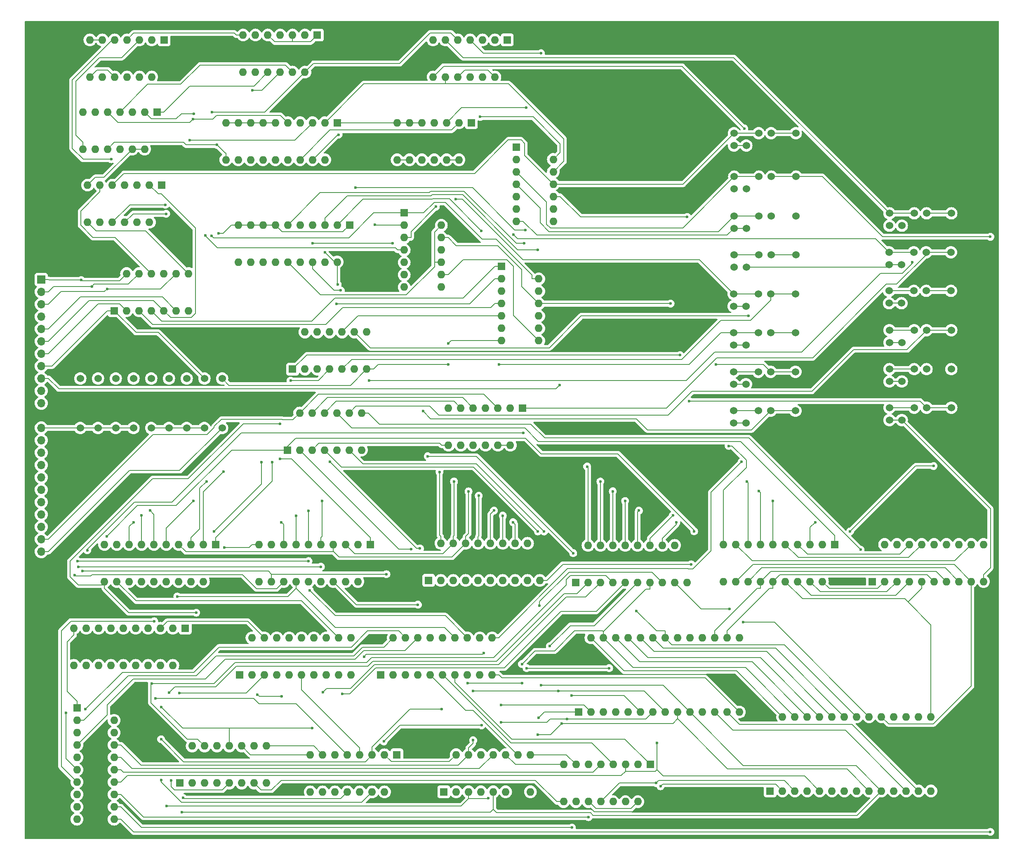
<source format=gbr>
%TF.GenerationSoftware,KiCad,Pcbnew,8.0.2-1*%
%TF.CreationDate,2024-08-10T13:00:32-04:00*%
%TF.ProjectId,gpram,67707261-6d2e-46b6-9963-61645f706362,rev?*%
%TF.SameCoordinates,Original*%
%TF.FileFunction,Copper,L1,Top*%
%TF.FilePolarity,Positive*%
%FSLAX46Y46*%
G04 Gerber Fmt 4.6, Leading zero omitted, Abs format (unit mm)*
G04 Created by KiCad (PCBNEW 8.0.2-1) date 2024-08-10 13:00:32*
%MOMM*%
%LPD*%
G01*
G04 APERTURE LIST*
%TA.AperFunction,ComponentPad*%
%ADD10R,1.600000X1.600000*%
%TD*%
%TA.AperFunction,ComponentPad*%
%ADD11O,1.600000X1.600000*%
%TD*%
%TA.AperFunction,ComponentPad*%
%ADD12C,1.524000*%
%TD*%
%TA.AperFunction,ComponentPad*%
%ADD13R,1.700000X1.700000*%
%TD*%
%TA.AperFunction,ComponentPad*%
%ADD14O,1.700000X1.700000*%
%TD*%
%TA.AperFunction,ViaPad*%
%ADD15C,0.600000*%
%TD*%
%TA.AperFunction,Conductor*%
%ADD16C,0.200000*%
%TD*%
G04 APERTURE END LIST*
D10*
%TO.P,U47,1,I0*%
%TO.N,Net-(U1-GND)*%
X429540000Y-287380000D03*
D11*
%TO.P,U47,2,O0*%
%TO.N,unconnected-(U47-O0-Pad2)*%
X427000000Y-287380000D03*
%TO.P,U47,3,I1*%
%TO.N,Net-(U1-GND)*%
X424460000Y-287380000D03*
%TO.P,U47,4,O1*%
%TO.N,unconnected-(U47-O1-Pad4)*%
X421920000Y-287380000D03*
%TO.P,U47,5,I2*%
%TO.N,Net-(U1-GND)*%
X419380000Y-287380000D03*
%TO.P,U47,6,O2*%
%TO.N,unconnected-(U47-O2-Pad6)*%
X416840000Y-287380000D03*
%TO.P,U47,7,GND*%
%TO.N,Net-(U1-GND)*%
X414300000Y-287380000D03*
%TO.P,U47,8,03*%
%TO.N,unconnected-(U47-03-Pad8)*%
X414300000Y-295000000D03*
%TO.P,U47,9,I3*%
%TO.N,Net-(U1-GND)*%
X416840000Y-295000000D03*
%TO.P,U47,10,O4*%
%TO.N,Net-(U46-1A)*%
X419380000Y-295000000D03*
%TO.P,U47,11,I4*%
%TO.N,Net-(U1-CLK_A)*%
X421920000Y-295000000D03*
%TO.P,U47,12,O5*%
%TO.N,Net-(U46-2A)*%
X424460000Y-295000000D03*
%TO.P,U47,13,I5*%
%TO.N,Net-(U1-CLK_B)*%
X427000000Y-295000000D03*
%TO.P,U47,14,V+*%
%TO.N,Net-(U1-V+)*%
X429540000Y-295000000D03*
%TD*%
D10*
%TO.P,U46,1,1A*%
%TO.N,Net-(U46-1A)*%
X396625000Y-303200000D03*
D11*
%TO.P,U46,2,1B*%
%TO.N,Net-(U41-Q0)*%
X394085000Y-303200000D03*
%TO.P,U46,3,1Q*%
%TO.N,Net-(U44-3A)*%
X391545000Y-303200000D03*
%TO.P,U46,4,2A*%
%TO.N,Net-(U46-2A)*%
X389005000Y-303200000D03*
%TO.P,U46,5,2B*%
%TO.N,Net-(U39-D3)*%
X386465000Y-303200000D03*
%TO.P,U46,6,2Q*%
%TO.N,Net-(U44-3B)*%
X383925000Y-303200000D03*
%TO.P,U46,7,GND*%
%TO.N,Net-(U1-GND)*%
X381385000Y-303200000D03*
%TO.P,U46,8,4Q*%
%TO.N,Net-(U4-0CLK)*%
X381385000Y-310820000D03*
%TO.P,U46,9,4B*%
%TO.N,Net-(U44-Q1)*%
X383925000Y-310820000D03*
%TO.P,U46,10,4A*%
%TO.N,Net-(U1-CLK_A)*%
X386465000Y-310820000D03*
%TO.P,U46,11,3Q*%
%TO.N,unconnected-(U46-3Q-Pad11)*%
X389005000Y-310820000D03*
%TO.P,U46,12,3B*%
%TO.N,Net-(U1-GND)*%
X391545000Y-310820000D03*
%TO.P,U46,13,3A*%
X394085000Y-310820000D03*
%TO.P,U46,14,V+*%
%TO.N,Net-(U1-V+)*%
X396625000Y-310820000D03*
%TD*%
D10*
%TO.P,U44,1,0A*%
%TO.N,Net-(U1-READ_1)*%
X397625000Y-318200000D03*
D11*
%TO.P,U44,2,0B*%
%TO.N,Net-(U1-WRITE_1)*%
X395085000Y-318200000D03*
%TO.P,U44,3,Q0*%
%TO.N,Net-(U4-0D)*%
X392545000Y-318200000D03*
%TO.P,U44,4,Q1*%
%TO.N,Net-(U44-Q1)*%
X390005000Y-318200000D03*
%TO.P,U44,5,1A*%
%TO.N,Net-(U35-Q3)*%
X387465000Y-318200000D03*
%TO.P,U44,6,1B*%
%TO.N,Net-(U39-D1)*%
X384925000Y-318200000D03*
%TO.P,U44,7,GND*%
%TO.N,Net-(U1-GND)*%
X382385000Y-318200000D03*
%TO.P,U44,8,2A*%
%TO.N,Net-(U1-READ_3)*%
X382385000Y-325820000D03*
%TO.P,U44,9,2B*%
%TO.N,Net-(U41-0A)*%
X384925000Y-325820000D03*
%TO.P,U44,10,Q2*%
%TO.N,Net-(U4-1D)*%
X387465000Y-325820000D03*
%TO.P,U44,11,Q3*%
%TO.N,Net-(U4-1CLK)*%
X390005000Y-325820000D03*
%TO.P,U44,12,3A*%
%TO.N,Net-(U44-3A)*%
X392545000Y-325820000D03*
%TO.P,U44,13,3B*%
%TO.N,Net-(U44-3B)*%
X395085000Y-325820000D03*
%TO.P,U44,14,V+*%
%TO.N,Net-(U1-V+)*%
X397625000Y-325820000D03*
%TD*%
D12*
%TO.P,U43,1,IN*%
%TO.N,Net-(U35-Q3)*%
X515080000Y-307540000D03*
X520160000Y-307540000D03*
%TO.P,U43,2,GND*%
%TO.N,Net-(U1-GND)*%
X515080000Y-310080000D03*
X517620000Y-310080000D03*
%TO.P,U43,3,OUT*%
%TO.N,Net-(U1-READ_READY)*%
X522700000Y-307540000D03*
X527780000Y-307540000D03*
%TD*%
D10*
%TO.P,U42,1,1A*%
%TO.N,Net-(U19-IN)*%
X467380000Y-334920000D03*
D11*
%TO.P,U42,2,1B*%
%TO.N,Net-(U34-O5)*%
X467380000Y-337460000D03*
%TO.P,U42,3,1Q*%
%TO.N,Net-(U40-D0)*%
X467380000Y-340000000D03*
%TO.P,U42,4,2A*%
%TO.N,Net-(U41-Q0)*%
X467380000Y-342540000D03*
%TO.P,U42,5,2B*%
%TO.N,Net-(U34-O4)*%
X467380000Y-345080000D03*
%TO.P,U42,6,2Q*%
%TO.N,Net-(U40-D2)*%
X467380000Y-347620000D03*
%TO.P,U42,7,GND*%
%TO.N,Net-(U1-GND)*%
X467380000Y-350160000D03*
%TO.P,U42,8,4Q*%
%TO.N,Net-(U33-IN)*%
X475000000Y-350160000D03*
%TO.P,U42,9,4B*%
%TO.N,Net-(U39-Q3)*%
X475000000Y-347620000D03*
%TO.P,U42,10,4A*%
%TO.N,Net-(U36-2A)*%
X475000000Y-345080000D03*
%TO.P,U42,11,3Q*%
%TO.N,Net-(U32-IN)*%
X475000000Y-342540000D03*
%TO.P,U42,12,3B*%
%TO.N,Net-(U39-Q3)*%
X475000000Y-340000000D03*
%TO.P,U42,13,3A*%
%TO.N,Net-(U36-1A)*%
X475000000Y-337460000D03*
%TO.P,U42,14,V+*%
%TO.N,Net-(U1-V+)*%
X475000000Y-334920000D03*
%TD*%
D10*
%TO.P,U41,1,0A*%
%TO.N,Net-(U41-0A)*%
X387840000Y-344000000D03*
D11*
%TO.P,U41,2,0B*%
%TO.N,Net-(U41-0B)*%
X390380000Y-344000000D03*
%TO.P,U41,3,Q0*%
%TO.N,Net-(U41-Q0)*%
X392920000Y-344000000D03*
%TO.P,U41,4,Q1*%
%TO.N,Net-(U19-IN)*%
X395460000Y-344000000D03*
%TO.P,U41,5,1A*%
%TO.N,Net-(U1-WRITE_1)*%
X398000000Y-344000000D03*
%TO.P,U41,6,1B*%
%TO.N,Net-(U1-WRITE_0)*%
X400540000Y-344000000D03*
%TO.P,U41,7,GND*%
%TO.N,Net-(U1-GND)*%
X403080000Y-344000000D03*
%TO.P,U41,8,2A*%
%TO.N,Net-(U1-READ_3)*%
X403080000Y-336380000D03*
%TO.P,U41,9,2B*%
%TO.N,Net-(U1-READ_2)*%
X400540000Y-336380000D03*
%TO.P,U41,10,Q2*%
%TO.N,Net-(U39-D3)*%
X398000000Y-336380000D03*
%TO.P,U41,11,Q3*%
%TO.N,Net-(U39-D1)*%
X395460000Y-336380000D03*
%TO.P,U41,12,3A*%
%TO.N,Net-(U1-READ_1)*%
X392920000Y-336380000D03*
%TO.P,U41,13,3B*%
%TO.N,Net-(U1-READ_0)*%
X390380000Y-336380000D03*
%TO.P,U41,14,V+*%
%TO.N,Net-(U1-V+)*%
X387840000Y-336380000D03*
%TD*%
D10*
%TO.P,U40,1,OE#*%
%TO.N,Net-(U1-GND)*%
X436160000Y-326380000D03*
D11*
%TO.P,U40,2,D0*%
%TO.N,Net-(U40-D0)*%
X433620000Y-326380000D03*
%TO.P,U40,3,D1*%
%TO.N,Net-(U35-2A)*%
X431080000Y-326380000D03*
%TO.P,U40,4,D2*%
%TO.N,Net-(U40-D2)*%
X428540000Y-326380000D03*
%TO.P,U40,5,D3*%
%TO.N,Net-(U22-IN)*%
X426000000Y-326380000D03*
%TO.P,U40,6,D4*%
%TO.N,Net-(U39-Q3)*%
X423460000Y-326380000D03*
%TO.P,U40,7,D5*%
%TO.N,Net-(U1-GND)*%
X420920000Y-326380000D03*
%TO.P,U40,8,D6*%
X418380000Y-326380000D03*
%TO.P,U40,9,D7*%
X415840000Y-326380000D03*
%TO.P,U40,10,GND*%
X413300000Y-326380000D03*
%TO.P,U40,11,CLK*%
%TO.N,Net-(U1-CLK_B)*%
X413300000Y-334000000D03*
%TO.P,U40,12,Q7*%
%TO.N,unconnected-(U40-Q7-Pad12)*%
X415840000Y-334000000D03*
%TO.P,U40,13,Q6*%
%TO.N,unconnected-(U40-Q6-Pad13)*%
X418380000Y-334000000D03*
%TO.P,U40,14,Q5*%
%TO.N,unconnected-(U40-Q5-Pad14)*%
X420920000Y-334000000D03*
%TO.P,U40,15,Q4*%
%TO.N,Net-(U36-3A)*%
X423460000Y-334000000D03*
%TO.P,U40,16,Q3*%
%TO.N,Net-(U35-2B)*%
X426000000Y-334000000D03*
%TO.P,U40,17,Q2*%
%TO.N,Net-(U34-I4)*%
X428540000Y-334000000D03*
%TO.P,U40,18,Q1*%
%TO.N,Net-(U38-0A)*%
X431080000Y-334000000D03*
%TO.P,U40,19,Q0*%
%TO.N,Net-(U34-I5)*%
X433620000Y-334000000D03*
%TO.P,U40,20,V+*%
%TO.N,Net-(U1-V+)*%
X436160000Y-334000000D03*
%TD*%
D10*
%TO.P,U39,1,OE#*%
%TO.N,Net-(U1-GND)*%
X433620000Y-305380000D03*
D11*
%TO.P,U39,2,D0*%
%TO.N,Net-(U34-I5)*%
X431080000Y-305380000D03*
%TO.P,U39,3,D1*%
%TO.N,Net-(U39-D1)*%
X428540000Y-305380000D03*
%TO.P,U39,4,D2*%
%TO.N,Net-(U35-2B)*%
X426000000Y-305380000D03*
%TO.P,U39,5,D3*%
%TO.N,Net-(U39-D3)*%
X423460000Y-305380000D03*
%TO.P,U39,6,D4*%
%TO.N,Net-(U1-GND)*%
X420920000Y-305380000D03*
%TO.P,U39,7,D5*%
X418380000Y-305380000D03*
%TO.P,U39,8,D6*%
X415840000Y-305380000D03*
%TO.P,U39,9,D7*%
X413300000Y-305380000D03*
%TO.P,U39,10,GND*%
X410760000Y-305380000D03*
%TO.P,U39,11,CLK*%
%TO.N,Net-(U1-CLK_A)*%
X410760000Y-313000000D03*
%TO.P,U39,12,Q7*%
%TO.N,unconnected-(U39-Q7-Pad12)*%
X413300000Y-313000000D03*
%TO.P,U39,13,Q6*%
%TO.N,unconnected-(U39-Q6-Pad13)*%
X415840000Y-313000000D03*
%TO.P,U39,14,Q5*%
%TO.N,unconnected-(U39-Q5-Pad14)*%
X418380000Y-313000000D03*
%TO.P,U39,15,Q4*%
%TO.N,unconnected-(U39-Q4-Pad15)*%
X420920000Y-313000000D03*
%TO.P,U39,16,Q3*%
%TO.N,Net-(U39-Q3)*%
X423460000Y-313000000D03*
%TO.P,U39,17,Q2*%
%TO.N,Net-(U38-0B)*%
X426000000Y-313000000D03*
%TO.P,U39,18,Q1*%
%TO.N,Net-(U22-IN)*%
X428540000Y-313000000D03*
%TO.P,U39,19,Q0*%
%TO.N,Net-(U35-2A)*%
X431080000Y-313000000D03*
%TO.P,U39,20,V+*%
%TO.N,Net-(U1-V+)*%
X433620000Y-313000000D03*
%TD*%
D10*
%TO.P,U38,1,0A*%
%TO.N,Net-(U38-0A)*%
X461160000Y-305380000D03*
D11*
%TO.P,U38,2,0B*%
%TO.N,Net-(U38-0B)*%
X458620000Y-305380000D03*
%TO.P,U38,3,Q0*%
%TO.N,Net-(U37-1A)*%
X456080000Y-305380000D03*
%TO.P,U38,4,Q1*%
%TO.N,unconnected-(U38-Q1-Pad4)*%
X453540000Y-305380000D03*
%TO.P,U38,5,1A*%
%TO.N,Net-(U1-GND)*%
X451000000Y-305380000D03*
%TO.P,U38,6,1B*%
X448460000Y-305380000D03*
%TO.P,U38,7,GND*%
X445920000Y-305380000D03*
%TO.P,U38,8,2A*%
X445920000Y-313000000D03*
%TO.P,U38,9,2B*%
X448460000Y-313000000D03*
%TO.P,U38,10,Q2*%
%TO.N,unconnected-(U38-Q2-Pad10)*%
X451000000Y-313000000D03*
%TO.P,U38,11,Q3*%
%TO.N,unconnected-(U38-Q3-Pad11)*%
X453540000Y-313000000D03*
%TO.P,U38,12,3A*%
%TO.N,Net-(U1-GND)*%
X456080000Y-313000000D03*
%TO.P,U38,13,3B*%
X458620000Y-313000000D03*
%TO.P,U38,14,V+*%
%TO.N,Net-(U1-V+)*%
X461160000Y-313000000D03*
%TD*%
D10*
%TO.P,U37,1,1A*%
%TO.N,Net-(U37-1A)*%
X468540000Y-288380000D03*
D11*
%TO.P,U37,2,1B*%
%TO.N,Net-(U37-1B)*%
X466000000Y-288380000D03*
%TO.P,U37,3,1Q*%
%TO.N,Net-(U35-0B)*%
X463460000Y-288380000D03*
%TO.P,U37,4,2A*%
%TO.N,Net-(U22-IN)*%
X460920000Y-288380000D03*
%TO.P,U37,5,2B*%
%TO.N,Net-(U1-CLK_B)*%
X458380000Y-288380000D03*
%TO.P,U37,6,2Q*%
%TO.N,Net-(U18-IN)*%
X455840000Y-288380000D03*
%TO.P,U37,7,GND*%
%TO.N,Net-(U1-GND)*%
X453300000Y-288380000D03*
%TO.P,U37,8,4Q*%
%TO.N,Net-(U20-IN)*%
X453300000Y-296000000D03*
%TO.P,U37,9,4B*%
%TO.N,Net-(U34-I5)*%
X455840000Y-296000000D03*
%TO.P,U37,10,4A*%
%TO.N,Net-(U1-ENABLE)*%
X458380000Y-296000000D03*
%TO.P,U37,11,3Q*%
%TO.N,Net-(U35-3B)*%
X460920000Y-296000000D03*
%TO.P,U37,12,3B*%
%TO.N,Net-(U34-I4)*%
X463460000Y-296000000D03*
%TO.P,U37,13,3A*%
%TO.N,Net-(U1-ENABLE)*%
X466000000Y-296000000D03*
%TO.P,U37,14,V+*%
%TO.N,Net-(U1-V+)*%
X468540000Y-296000000D03*
%TD*%
D10*
%TO.P,U36,1,1A*%
%TO.N,Net-(U36-1A)*%
X447380000Y-323920000D03*
D11*
%TO.P,U36,2,1B*%
%TO.N,Net-(U35-3B)*%
X447380000Y-326460000D03*
%TO.P,U36,3,1Q*%
%TO.N,Net-(U30-IN)*%
X447380000Y-329000000D03*
%TO.P,U36,4,2A*%
%TO.N,Net-(U36-2A)*%
X447380000Y-331540000D03*
%TO.P,U36,5,2B*%
%TO.N,Net-(U35-3B)*%
X447380000Y-334080000D03*
%TO.P,U36,6,2Q*%
%TO.N,Net-(U31-IN)*%
X447380000Y-336620000D03*
%TO.P,U36,7,GND*%
%TO.N,Net-(U1-GND)*%
X447380000Y-339160000D03*
%TO.P,U36,8,4Q*%
%TO.N,Net-(U35-1A)*%
X455000000Y-339160000D03*
%TO.P,U36,9,4B*%
%TO.N,Net-(U33-IN)*%
X455000000Y-336620000D03*
%TO.P,U36,10,4A*%
%TO.N,Net-(U36-3A)*%
X455000000Y-334080000D03*
%TO.P,U36,11,3Q*%
%TO.N,Net-(U35-0A)*%
X455000000Y-331540000D03*
%TO.P,U36,12,3B*%
%TO.N,Net-(U32-IN)*%
X455000000Y-329000000D03*
%TO.P,U36,13,3A*%
%TO.N,Net-(U36-3A)*%
X455000000Y-326460000D03*
%TO.P,U36,14,V+*%
%TO.N,Net-(U1-V+)*%
X455000000Y-323920000D03*
%TD*%
D10*
%TO.P,U35,1,0A*%
%TO.N,Net-(U35-0A)*%
X470380000Y-310380000D03*
D11*
%TO.P,U35,2,0B*%
%TO.N,Net-(U35-0B)*%
X470380000Y-312920000D03*
%TO.P,U35,3,Q0*%
%TO.N,Net-(U27-IN)*%
X470380000Y-315460000D03*
%TO.P,U35,4,Q1*%
%TO.N,Net-(U28-IN)*%
X470380000Y-318000000D03*
%TO.P,U35,5,1A*%
%TO.N,Net-(U35-1A)*%
X470380000Y-320540000D03*
%TO.P,U35,6,1B*%
%TO.N,Net-(U35-0B)*%
X470380000Y-323080000D03*
%TO.P,U35,7,GND*%
%TO.N,Net-(U1-GND)*%
X470380000Y-325620000D03*
%TO.P,U35,8,2A*%
%TO.N,Net-(U35-2A)*%
X478000000Y-325620000D03*
%TO.P,U35,9,2B*%
%TO.N,Net-(U35-2B)*%
X478000000Y-323080000D03*
%TO.P,U35,10,Q2*%
%TO.N,Net-(U29-IN)*%
X478000000Y-320540000D03*
%TO.P,U35,11,Q3*%
%TO.N,Net-(U35-Q3)*%
X478000000Y-318000000D03*
%TO.P,U35,12,3A*%
%TO.N,Net-(U34-I5)*%
X478000000Y-315460000D03*
%TO.P,U35,13,3B*%
%TO.N,Net-(U35-3B)*%
X478000000Y-312920000D03*
%TO.P,U35,14,V+*%
%TO.N,Net-(U1-V+)*%
X478000000Y-310380000D03*
%TD*%
D10*
%TO.P,U34,1,I0*%
%TO.N,Net-(U14-CLK)*%
X424460000Y-356000000D03*
D11*
%TO.P,U34,2,O0*%
%TO.N,Net-(U14-OE#)*%
X427000000Y-356000000D03*
%TO.P,U34,3,I1*%
%TO.N,Net-(U13-OE#)*%
X429540000Y-356000000D03*
%TO.P,U34,4,O1*%
%TO.N,Net-(U15-OE#)*%
X432080000Y-356000000D03*
%TO.P,U34,5,I2*%
%TO.N,Net-(U30-OUT)*%
X434620000Y-356000000D03*
%TO.P,U34,6,O2*%
%TO.N,Net-(U3-OE#)*%
X437160000Y-356000000D03*
%TO.P,U34,7,GND*%
%TO.N,Net-(U1-GND)*%
X439700000Y-356000000D03*
%TO.P,U34,8,03*%
%TO.N,Net-(U16-OE#)*%
X439700000Y-348380000D03*
%TO.P,U34,9,I3*%
%TO.N,Net-(U31-OUT)*%
X437160000Y-348380000D03*
%TO.P,U34,10,O4*%
%TO.N,Net-(U34-O4)*%
X434620000Y-348380000D03*
%TO.P,U34,11,I4*%
%TO.N,Net-(U34-I4)*%
X432080000Y-348380000D03*
%TO.P,U34,12,O5*%
%TO.N,Net-(U34-O5)*%
X429540000Y-348380000D03*
%TO.P,U34,13,I5*%
%TO.N,Net-(U34-I5)*%
X427000000Y-348380000D03*
%TO.P,U34,14,V+*%
%TO.N,Net-(U1-V+)*%
X424460000Y-348380000D03*
%TD*%
D12*
%TO.P,U33,1,IN*%
%TO.N,Net-(U33-IN)*%
X515000000Y-364540000D03*
X520080000Y-364540000D03*
%TO.P,U33,2,GND*%
%TO.N,Net-(U1-GND)*%
X515000000Y-367080000D03*
X517540000Y-367080000D03*
%TO.P,U33,3,OUT*%
%TO.N,Net-(U13-OE#)*%
X522620000Y-364540000D03*
X527700000Y-364540000D03*
%TD*%
%TO.P,U32,1,IN*%
%TO.N,Net-(U32-IN)*%
X515000000Y-356540000D03*
X520080000Y-356540000D03*
%TO.P,U32,2,GND*%
%TO.N,Net-(U1-GND)*%
X515000000Y-359080000D03*
X517540000Y-359080000D03*
%TO.P,U32,3,OUT*%
%TO.N,Net-(U14-CLK)*%
X522620000Y-356540000D03*
X527700000Y-356540000D03*
%TD*%
%TO.P,U31,1,IN*%
%TO.N,Net-(U31-IN)*%
X515000000Y-348540000D03*
X520080000Y-348540000D03*
%TO.P,U31,2,GND*%
%TO.N,Net-(U1-GND)*%
X515000000Y-351080000D03*
X517540000Y-351080000D03*
%TO.P,U31,3,OUT*%
%TO.N,Net-(U31-OUT)*%
X522620000Y-348540000D03*
X527700000Y-348540000D03*
%TD*%
%TO.P,U30,1,IN*%
%TO.N,Net-(U30-IN)*%
X515000000Y-340540000D03*
X520080000Y-340540000D03*
%TO.P,U30,2,GND*%
%TO.N,Net-(U1-GND)*%
X515000000Y-343080000D03*
X517540000Y-343080000D03*
%TO.P,U30,3,OUT*%
%TO.N,Net-(U30-OUT)*%
X522620000Y-340540000D03*
X527700000Y-340540000D03*
%TD*%
%TO.P,U29,1,IN*%
%TO.N,Net-(U29-IN)*%
X515080000Y-332540000D03*
X520160000Y-332540000D03*
%TO.P,U29,2,GND*%
%TO.N,Net-(U1-GND)*%
X515080000Y-335080000D03*
X517620000Y-335080000D03*
%TO.P,U29,3,OUT*%
%TO.N,Net-(U13-CLK)*%
X522700000Y-332540000D03*
X527780000Y-332540000D03*
%TD*%
%TO.P,U28,1,IN*%
%TO.N,Net-(U28-IN)*%
X515080000Y-324540000D03*
X520160000Y-324540000D03*
%TO.P,U28,2,GND*%
%TO.N,Net-(U1-GND)*%
X515080000Y-327080000D03*
X517620000Y-327080000D03*
%TO.P,U28,3,OUT*%
%TO.N,Net-(U10-CLK)*%
X522700000Y-324540000D03*
X527780000Y-324540000D03*
%TD*%
%TO.P,U27,1,IN*%
%TO.N,Net-(U27-IN)*%
X515126000Y-316460000D03*
X520206000Y-316460000D03*
%TO.P,U27,2,GND*%
%TO.N,Net-(U1-GND)*%
X515126000Y-319000000D03*
X517666000Y-319000000D03*
%TO.P,U27,3,OUT*%
%TO.N,Net-(U27-OUT)*%
X522746000Y-316460000D03*
X527826000Y-316460000D03*
%TD*%
D10*
%TO.P,U26,1,OE#*%
%TO.N,Net-(U26-OE#)*%
X543460000Y-399620000D03*
D11*
%TO.P,U26,2,D0*%
%TO.N,Net-(U17-D0)*%
X546000000Y-399620000D03*
%TO.P,U26,3,D1*%
%TO.N,Net-(U17-D1)*%
X548540000Y-399620000D03*
%TO.P,U26,4,D2*%
%TO.N,Net-(U17-D2)*%
X551080000Y-399620000D03*
%TO.P,U26,5,D3*%
%TO.N,Net-(U17-D3)*%
X553620000Y-399620000D03*
%TO.P,U26,6,D4*%
%TO.N,Net-(U17-D4)*%
X556160000Y-399620000D03*
%TO.P,U26,7,D5*%
%TO.N,Net-(U17-D5)*%
X558700000Y-399620000D03*
%TO.P,U26,8,D6*%
%TO.N,Net-(U17-D6)*%
X561240000Y-399620000D03*
%TO.P,U26,9,D7*%
%TO.N,Net-(U17-D7)*%
X563780000Y-399620000D03*
%TO.P,U26,10,GND*%
%TO.N,Net-(U1-GND)*%
X566320000Y-399620000D03*
%TO.P,U26,11,CLK*%
%TO.N,Net-(U20-OUT)*%
X566320000Y-392000000D03*
%TO.P,U26,12,Q7*%
%TO.N,Net-(U1-D0)*%
X563780000Y-392000000D03*
%TO.P,U26,13,Q6*%
%TO.N,Net-(U1-D1)*%
X561240000Y-392000000D03*
%TO.P,U26,14,Q5*%
%TO.N,Net-(U1-D2)*%
X558700000Y-392000000D03*
%TO.P,U26,15,Q4*%
%TO.N,Net-(U1-D3)*%
X556160000Y-392000000D03*
%TO.P,U26,16,Q3*%
%TO.N,Net-(U1-D4)*%
X553620000Y-392000000D03*
%TO.P,U26,17,Q2*%
%TO.N,Net-(U1-D5)*%
X551080000Y-392000000D03*
%TO.P,U26,18,Q1*%
%TO.N,Net-(U1-D6)*%
X548540000Y-392000000D03*
%TO.P,U26,19,Q0*%
%TO.N,Net-(U1-D7)*%
X546000000Y-392000000D03*
%TO.P,U26,20,V+*%
%TO.N,Net-(U1-V+)*%
X543460000Y-392000000D03*
%TD*%
D10*
%TO.P,U25,1,OE#*%
%TO.N,Net-(U25-OE#)*%
X535780000Y-392000000D03*
D11*
%TO.P,U25,2,D0*%
%TO.N,Net-(U1-D7)*%
X533240000Y-392000000D03*
%TO.P,U25,3,D1*%
%TO.N,Net-(U1-D6)*%
X530700000Y-392000000D03*
%TO.P,U25,4,D2*%
%TO.N,Net-(U1-D5)*%
X528160000Y-392000000D03*
%TO.P,U25,5,D3*%
%TO.N,Net-(U1-D4)*%
X525620000Y-392000000D03*
%TO.P,U25,6,D4*%
%TO.N,Net-(U1-D3)*%
X523080000Y-392000000D03*
%TO.P,U25,7,D5*%
%TO.N,Net-(U1-D2)*%
X520540000Y-392000000D03*
%TO.P,U25,8,D6*%
%TO.N,Net-(U1-D1)*%
X518000000Y-392000000D03*
%TO.P,U25,9,D7*%
%TO.N,Net-(U1-D0)*%
X515460000Y-392000000D03*
%TO.P,U25,10,GND*%
%TO.N,Net-(U1-GND)*%
X512920000Y-392000000D03*
%TO.P,U25,11,CLK*%
%TO.N,Net-(U22-OUT)*%
X512920000Y-399620000D03*
%TO.P,U25,12,Q7*%
%TO.N,Net-(U17-D7)*%
X515460000Y-399620000D03*
%TO.P,U25,13,Q6*%
%TO.N,Net-(U17-D6)*%
X518000000Y-399620000D03*
%TO.P,U25,14,Q5*%
%TO.N,Net-(U17-D5)*%
X520540000Y-399620000D03*
%TO.P,U25,15,Q4*%
%TO.N,Net-(U17-D4)*%
X523080000Y-399620000D03*
%TO.P,U25,16,Q3*%
%TO.N,Net-(U17-D3)*%
X525620000Y-399620000D03*
%TO.P,U25,17,Q2*%
%TO.N,Net-(U17-D2)*%
X528160000Y-399620000D03*
%TO.P,U25,18,Q1*%
%TO.N,Net-(U17-D1)*%
X530700000Y-399620000D03*
%TO.P,U25,19,Q0*%
%TO.N,Net-(U17-D0)*%
X533240000Y-399620000D03*
%TO.P,U25,20,V+*%
%TO.N,Net-(U1-V+)*%
X535780000Y-399620000D03*
%TD*%
D10*
%TO.P,U24,1,1A*%
%TO.N,Net-(U19-OUT)*%
X471700000Y-364000000D03*
D11*
%TO.P,U24,2,1B*%
%TO.N,Net-(U23-OUT)*%
X469160000Y-364000000D03*
%TO.P,U24,3,1Q*%
%TO.N,Net-(U1-FAULT)*%
X466620000Y-364000000D03*
%TO.P,U24,4,2A*%
%TO.N,Net-(U23-OUT)*%
X464080000Y-364000000D03*
%TO.P,U24,5,2B*%
%TO.N,Net-(U24-2B)*%
X461540000Y-364000000D03*
%TO.P,U24,6,2Q*%
%TO.N,Net-(U24-2Q)*%
X459000000Y-364000000D03*
%TO.P,U24,7,GND*%
%TO.N,Net-(U1-GND)*%
X456460000Y-364000000D03*
%TO.P,U24,8,4Q*%
%TO.N,Net-(U24-4Q)*%
X456460000Y-371620000D03*
%TO.P,U24,9,4B*%
%TO.N,Net-(U24-2B)*%
X459000000Y-371620000D03*
%TO.P,U24,10,4A*%
%TO.N,Net-(U19-OUT)*%
X461540000Y-371620000D03*
%TO.P,U24,11,3Q*%
%TO.N,unconnected-(U24-3Q-Pad11)*%
X464080000Y-371620000D03*
%TO.P,U24,12,3B*%
%TO.N,Net-(U1-GND)*%
X466620000Y-371620000D03*
%TO.P,U24,13,3A*%
X469160000Y-371620000D03*
%TO.P,U24,14,V+*%
%TO.N,Net-(U1-V+)*%
X471700000Y-371620000D03*
%TD*%
D12*
%TO.P,U23,1,IN*%
%TO.N,Net-(U22-IN)*%
X547000000Y-363920000D03*
X552080000Y-363920000D03*
%TO.P,U23,2,GND*%
%TO.N,Net-(U1-GND)*%
X547000000Y-366460000D03*
X549540000Y-366460000D03*
%TO.P,U23,3,OUT*%
%TO.N,Net-(U23-OUT)*%
X554620000Y-363920000D03*
X559700000Y-363920000D03*
%TD*%
%TO.P,U22,1,IN*%
%TO.N,Net-(U22-IN)*%
X547000000Y-356000000D03*
X552080000Y-356000000D03*
%TO.P,U22,2,GND*%
%TO.N,Net-(U1-GND)*%
X547000000Y-358540000D03*
X549540000Y-358540000D03*
%TO.P,U22,3,OUT*%
%TO.N,Net-(U22-OUT)*%
X554620000Y-356000000D03*
X559700000Y-356000000D03*
%TD*%
%TO.P,U21,1,IN*%
%TO.N,Net-(U20-IN)*%
X547000000Y-348000000D03*
X552080000Y-348000000D03*
%TO.P,U21,2,GND*%
%TO.N,Net-(U1-GND)*%
X547000000Y-350540000D03*
X549540000Y-350540000D03*
%TO.P,U21,3,OUT*%
%TO.N,Net-(U21-OUT)*%
X554620000Y-348000000D03*
X559700000Y-348000000D03*
%TD*%
%TO.P,U20,1,IN*%
%TO.N,Net-(U20-IN)*%
X546920000Y-339920000D03*
X552000000Y-339920000D03*
%TO.P,U20,2,GND*%
%TO.N,Net-(U1-GND)*%
X546920000Y-342460000D03*
X549460000Y-342460000D03*
%TO.P,U20,3,OUT*%
%TO.N,Net-(U20-OUT)*%
X554540000Y-339920000D03*
X559620000Y-339920000D03*
%TD*%
%TO.P,U19,1,IN*%
%TO.N,Net-(U19-IN)*%
X546920000Y-332000000D03*
X552000000Y-332000000D03*
%TO.P,U19,2,GND*%
%TO.N,Net-(U1-GND)*%
X546920000Y-334540000D03*
X549460000Y-334540000D03*
%TO.P,U19,3,OUT*%
%TO.N,Net-(U19-OUT)*%
X554540000Y-332000000D03*
X559620000Y-332000000D03*
%TD*%
%TO.P,U18,1,IN*%
%TO.N,Net-(U18-IN)*%
X547000000Y-324000000D03*
X552080000Y-324000000D03*
%TO.P,U18,2,GND*%
%TO.N,Net-(U1-GND)*%
X547000000Y-326540000D03*
X549540000Y-326540000D03*
%TO.P,U18,3,OUT*%
%TO.N,Net-(U18-OUT)*%
X554620000Y-324000000D03*
X559700000Y-324000000D03*
%TD*%
D10*
%TO.P,U17,1,A14*%
%TO.N,Net-(U10-Q6)*%
X483160000Y-426405000D03*
D11*
%TO.P,U17,2,A12*%
%TO.N,Net-(U10-Q4)*%
X485700000Y-426405000D03*
%TO.P,U17,3,A7*%
%TO.N,Net-(U17-A7)*%
X488240000Y-426405000D03*
%TO.P,U17,4,A6*%
%TO.N,Net-(U17-A6)*%
X490780000Y-426405000D03*
%TO.P,U17,5,A5*%
%TO.N,Net-(U17-A5)*%
X493320000Y-426405000D03*
%TO.P,U17,6,A4*%
%TO.N,Net-(U17-A4)*%
X495860000Y-426405000D03*
%TO.P,U17,7,A3*%
%TO.N,Net-(U17-A3)*%
X498400000Y-426405000D03*
%TO.P,U17,8,A2*%
%TO.N,Net-(U17-A2)*%
X500940000Y-426405000D03*
%TO.P,U17,9,A1*%
%TO.N,Net-(U17-A1)*%
X503480000Y-426405000D03*
%TO.P,U17,10,A0*%
%TO.N,Net-(U17-A0)*%
X506020000Y-426405000D03*
%TO.P,U17,11,D0*%
%TO.N,Net-(U17-D0)*%
X508560000Y-426405000D03*
%TO.P,U17,12,D1*%
%TO.N,Net-(U17-D1)*%
X511100000Y-426405000D03*
%TO.P,U17,13,D2*%
%TO.N,Net-(U17-D2)*%
X513640000Y-426405000D03*
%TO.P,U17,14,GND*%
%TO.N,Net-(U1-GND)*%
X516180000Y-426405000D03*
%TO.P,U17,15,D3*%
%TO.N,Net-(U17-D3)*%
X516180000Y-411165000D03*
%TO.P,U17,16,D4*%
%TO.N,Net-(U17-D4)*%
X513640000Y-411165000D03*
%TO.P,U17,17,D5*%
%TO.N,Net-(U17-D5)*%
X511100000Y-411165000D03*
%TO.P,U17,18,D6*%
%TO.N,Net-(U17-D6)*%
X508560000Y-411165000D03*
%TO.P,U17,19,D7*%
%TO.N,Net-(U17-D7)*%
X506020000Y-411165000D03*
%TO.P,U17,20,CE#*%
%TO.N,Net-(U17-CE#)*%
X503480000Y-411165000D03*
%TO.P,U17,21,A10*%
%TO.N,Net-(U10-Q2)*%
X500940000Y-411165000D03*
%TO.P,U17,22,OE#*%
%TO.N,Net-(U17-OE#)*%
X498400000Y-411165000D03*
%TO.P,U17,23,A11*%
%TO.N,Net-(U10-Q3)*%
X495860000Y-411165000D03*
%TO.P,U17,24,A9*%
%TO.N,Net-(U10-Q1)*%
X493320000Y-411165000D03*
%TO.P,U17,25,A8*%
%TO.N,Net-(U10-Q0)*%
X490780000Y-411165000D03*
%TO.P,U17,26,A13*%
%TO.N,Net-(U10-Q5)*%
X488240000Y-411165000D03*
%TO.P,U17,27,WE#*%
%TO.N,Net-(U17-WE#)*%
X485700000Y-411165000D03*
%TO.P,U17,28,V+*%
%TO.N,Net-(U1-V+)*%
X483160000Y-411165000D03*
%TD*%
D10*
%TO.P,U16,1,OE#*%
%TO.N,Net-(U16-OE#)*%
X482575000Y-399800000D03*
D11*
%TO.P,U16,2,D0*%
%TO.N,Net-(U10-Q0)*%
X485115000Y-399800000D03*
%TO.P,U16,3,D1*%
%TO.N,Net-(U10-Q1)*%
X487655000Y-399800000D03*
%TO.P,U16,4,D2*%
%TO.N,Net-(U10-Q2)*%
X490195000Y-399800000D03*
%TO.P,U16,5,D3*%
%TO.N,Net-(U10-Q3)*%
X492735000Y-399800000D03*
%TO.P,U16,6,D4*%
%TO.N,Net-(U10-Q4)*%
X495275000Y-399800000D03*
%TO.P,U16,7,D5*%
%TO.N,Net-(U10-Q5)*%
X497815000Y-399800000D03*
%TO.P,U16,8,D6*%
%TO.N,Net-(U10-Q6)*%
X500355000Y-399800000D03*
%TO.P,U16,9,D7*%
%TO.N,Net-(U10-Q7)*%
X502895000Y-399800000D03*
%TO.P,U16,10,GND*%
%TO.N,Net-(U1-GND)*%
X505435000Y-399800000D03*
%TO.P,U16,11,CLK*%
%TO.N,Net-(U1-V+)*%
X505435000Y-392180000D03*
%TO.P,U16,12,Q7*%
%TO.N,Net-(U1-D7)*%
X502895000Y-392180000D03*
%TO.P,U16,13,Q6*%
%TO.N,Net-(U1-D6)*%
X500355000Y-392180000D03*
%TO.P,U16,14,Q5*%
%TO.N,Net-(U1-D5)*%
X497815000Y-392180000D03*
%TO.P,U16,15,Q4*%
%TO.N,Net-(U1-D4)*%
X495275000Y-392180000D03*
%TO.P,U16,16,Q3*%
%TO.N,Net-(U1-D3)*%
X492735000Y-392180000D03*
%TO.P,U16,17,Q2*%
%TO.N,Net-(U1-D2)*%
X490195000Y-392180000D03*
%TO.P,U16,18,Q1*%
%TO.N,Net-(U1-D1)*%
X487655000Y-392180000D03*
%TO.P,U16,19,Q0*%
%TO.N,Net-(U1-D0)*%
X485115000Y-392180000D03*
%TO.P,U16,20,V+*%
%TO.N,Net-(U1-V+)*%
X482575000Y-392180000D03*
%TD*%
D10*
%TO.P,U15,1,OE#*%
%TO.N,Net-(U15-OE#)*%
X408700000Y-392000000D03*
D11*
%TO.P,U15,2,D0*%
%TO.N,Net-(U1-D0)*%
X406160000Y-392000000D03*
%TO.P,U15,3,D1*%
%TO.N,Net-(U1-D1)*%
X403620000Y-392000000D03*
%TO.P,U15,4,D2*%
%TO.N,Net-(U1-D2)*%
X401080000Y-392000000D03*
%TO.P,U15,5,D3*%
%TO.N,Net-(U1-D3)*%
X398540000Y-392000000D03*
%TO.P,U15,6,D4*%
%TO.N,Net-(U1-D4)*%
X396000000Y-392000000D03*
%TO.P,U15,7,D5*%
%TO.N,Net-(U1-D5)*%
X393460000Y-392000000D03*
%TO.P,U15,8,D6*%
%TO.N,Net-(U1-D6)*%
X390920000Y-392000000D03*
%TO.P,U15,9,D7*%
%TO.N,Net-(U1-D7)*%
X388380000Y-392000000D03*
%TO.P,U15,10,GND*%
%TO.N,Net-(U1-GND)*%
X385840000Y-392000000D03*
%TO.P,U15,11,CLK*%
%TO.N,Net-(U13-OE#)*%
X385840000Y-399620000D03*
%TO.P,U15,12,Q7*%
%TO.N,Net-(U10-D7)*%
X388380000Y-399620000D03*
%TO.P,U15,13,Q6*%
%TO.N,Net-(U10-D6)*%
X390920000Y-399620000D03*
%TO.P,U15,14,Q5*%
%TO.N,Net-(U10-D5)*%
X393460000Y-399620000D03*
%TO.P,U15,15,Q4*%
%TO.N,Net-(U10-D4)*%
X396000000Y-399620000D03*
%TO.P,U15,16,Q3*%
%TO.N,Net-(U10-D3)*%
X398540000Y-399620000D03*
%TO.P,U15,17,Q2*%
%TO.N,Net-(U10-D2)*%
X401080000Y-399620000D03*
%TO.P,U15,18,Q1*%
%TO.N,Net-(U10-D1)*%
X403620000Y-399620000D03*
%TO.P,U15,19,Q0*%
%TO.N,Net-(U10-D0)*%
X406160000Y-399620000D03*
%TO.P,U15,20,V+*%
%TO.N,Net-(U1-V+)*%
X408700000Y-399620000D03*
%TD*%
D10*
%TO.P,U14,1,OE#*%
%TO.N,Net-(U14-OE#)*%
X440425000Y-392000000D03*
D11*
%TO.P,U14,2,D0*%
%TO.N,Net-(U1-D0)*%
X437885000Y-392000000D03*
%TO.P,U14,3,D1*%
%TO.N,Net-(U1-D1)*%
X435345000Y-392000000D03*
%TO.P,U14,4,D2*%
%TO.N,Net-(U1-D2)*%
X432805000Y-392000000D03*
%TO.P,U14,5,D3*%
%TO.N,Net-(U1-D3)*%
X430265000Y-392000000D03*
%TO.P,U14,6,D4*%
%TO.N,Net-(U1-D4)*%
X427725000Y-392000000D03*
%TO.P,U14,7,D5*%
%TO.N,Net-(U1-D5)*%
X425185000Y-392000000D03*
%TO.P,U14,8,D6*%
%TO.N,Net-(U1-D6)*%
X422645000Y-392000000D03*
%TO.P,U14,9,D7*%
%TO.N,Net-(U1-D7)*%
X420105000Y-392000000D03*
%TO.P,U14,10,GND*%
%TO.N,Net-(U1-GND)*%
X417565000Y-392000000D03*
%TO.P,U14,11,CLK*%
%TO.N,Net-(U14-CLK)*%
X417565000Y-399620000D03*
%TO.P,U14,12,Q7*%
%TO.N,Net-(U14-Q7)*%
X420105000Y-399620000D03*
%TO.P,U14,13,Q6*%
%TO.N,Net-(U14-Q6)*%
X422645000Y-399620000D03*
%TO.P,U14,14,Q5*%
%TO.N,Net-(U14-Q5)*%
X425185000Y-399620000D03*
%TO.P,U14,15,Q4*%
%TO.N,Net-(U14-Q4)*%
X427725000Y-399620000D03*
%TO.P,U14,16,Q3*%
%TO.N,Net-(U14-Q3)*%
X430265000Y-399620000D03*
%TO.P,U14,17,Q2*%
%TO.N,Net-(U14-Q2)*%
X432805000Y-399620000D03*
%TO.P,U14,18,Q1*%
%TO.N,Net-(U14-Q1)*%
X435345000Y-399620000D03*
%TO.P,U14,19,Q0*%
%TO.N,Net-(U14-Q0)*%
X437885000Y-399620000D03*
%TO.P,U14,20,V+*%
%TO.N,Net-(U1-V+)*%
X440425000Y-399620000D03*
%TD*%
D10*
%TO.P,U13,1,OE#*%
%TO.N,Net-(U13-OE#)*%
X413575000Y-418800000D03*
D11*
%TO.P,U13,2,D0*%
%TO.N,Net-(U12-\u03A30)*%
X416115000Y-418800000D03*
%TO.P,U13,3,D1*%
%TO.N,Net-(U12-\u03A31)*%
X418655000Y-418800000D03*
%TO.P,U13,4,D2*%
%TO.N,Net-(U12-\u03A32)*%
X421195000Y-418800000D03*
%TO.P,U13,5,D3*%
%TO.N,Net-(U12-\u03A33)*%
X423735000Y-418800000D03*
%TO.P,U13,6,D4*%
%TO.N,Net-(U11-\u03A30)*%
X426275000Y-418800000D03*
%TO.P,U13,7,D5*%
%TO.N,Net-(U11-\u03A31)*%
X428815000Y-418800000D03*
%TO.P,U13,8,D6*%
%TO.N,Net-(U11-\u03A32)*%
X431355000Y-418800000D03*
%TO.P,U13,9,D7*%
%TO.N,Net-(U11-\u03A33)*%
X433895000Y-418800000D03*
%TO.P,U13,10,GND*%
%TO.N,Net-(U1-GND)*%
X436435000Y-418800000D03*
%TO.P,U13,11,CLK*%
%TO.N,Net-(U13-CLK)*%
X436435000Y-411180000D03*
%TO.P,U13,12,Q7*%
%TO.N,Net-(U10-D7)*%
X433895000Y-411180000D03*
%TO.P,U13,13,Q6*%
%TO.N,Net-(U10-D6)*%
X431355000Y-411180000D03*
%TO.P,U13,14,Q5*%
%TO.N,Net-(U10-D5)*%
X428815000Y-411180000D03*
%TO.P,U13,15,Q4*%
%TO.N,Net-(U10-D4)*%
X426275000Y-411180000D03*
%TO.P,U13,16,Q3*%
%TO.N,Net-(U10-D3)*%
X423735000Y-411180000D03*
%TO.P,U13,17,Q2*%
%TO.N,Net-(U10-D2)*%
X421195000Y-411180000D03*
%TO.P,U13,18,Q1*%
%TO.N,Net-(U10-D1)*%
X418655000Y-411180000D03*
%TO.P,U13,19,Q0*%
%TO.N,Net-(U10-D0)*%
X416115000Y-411180000D03*
%TO.P,U13,20,V+*%
%TO.N,Net-(U1-V+)*%
X413575000Y-411180000D03*
%TD*%
D10*
%TO.P,U12,1,\u03A31*%
%TO.N,Net-(U12-\u03A31)*%
X401300000Y-441000000D03*
D11*
%TO.P,U12,2,B1*%
%TO.N,Net-(U1-GND)*%
X403840000Y-441000000D03*
%TO.P,U12,3,A1*%
%TO.N,Net-(U10-Q1)*%
X406380000Y-441000000D03*
%TO.P,U12,4,\u03A30*%
%TO.N,Net-(U12-\u03A30)*%
X408920000Y-441000000D03*
%TO.P,U12,5,A0*%
%TO.N,Net-(U10-Q0)*%
X411460000Y-441000000D03*
%TO.P,U12,6,B0*%
%TO.N,Net-(U1-GND)*%
X414000000Y-441000000D03*
%TO.P,U12,7,C_IN*%
%TO.N,Net-(U12-C_IN)*%
X416540000Y-441000000D03*
%TO.P,U12,8,GND*%
%TO.N,Net-(U1-GND)*%
X419080000Y-441000000D03*
%TO.P,U12,9,C_OUT*%
%TO.N,Net-(U11-C_IN)*%
X419080000Y-433380000D03*
%TO.P,U12,10,\u03A33*%
%TO.N,Net-(U12-\u03A33)*%
X416540000Y-433380000D03*
%TO.P,U12,11,B3*%
%TO.N,Net-(U1-GND)*%
X414000000Y-433380000D03*
%TO.P,U12,12,A3*%
%TO.N,Net-(U10-Q3)*%
X411460000Y-433380000D03*
%TO.P,U12,13,\u03A32*%
%TO.N,Net-(U12-\u03A32)*%
X408920000Y-433380000D03*
%TO.P,U12,14,A2*%
%TO.N,Net-(U10-Q2)*%
X406380000Y-433380000D03*
%TO.P,U12,15,B2*%
%TO.N,Net-(U1-GND)*%
X403840000Y-433380000D03*
%TO.P,U12,16,V+*%
%TO.N,Net-(U1-V+)*%
X401300000Y-433380000D03*
%TD*%
D10*
%TO.P,U11,1,\u03A31*%
%TO.N,Net-(U11-\u03A31)*%
X445875000Y-435200000D03*
D11*
%TO.P,U11,2,B1*%
%TO.N,Net-(U1-GND)*%
X443335000Y-435200000D03*
%TO.P,U11,3,A1*%
%TO.N,Net-(U10-Q5)*%
X440795000Y-435200000D03*
%TO.P,U11,4,\u03A30*%
%TO.N,Net-(U11-\u03A30)*%
X438255000Y-435200000D03*
%TO.P,U11,5,A0*%
%TO.N,Net-(U10-Q4)*%
X435715000Y-435200000D03*
%TO.P,U11,6,B0*%
%TO.N,Net-(U1-GND)*%
X433175000Y-435200000D03*
%TO.P,U11,7,C_IN*%
%TO.N,Net-(U11-C_IN)*%
X430635000Y-435200000D03*
%TO.P,U11,8,GND*%
%TO.N,Net-(U1-GND)*%
X428095000Y-435200000D03*
%TO.P,U11,9,C_OUT*%
%TO.N,unconnected-(U11-C_OUT-Pad9)*%
X428095000Y-442820000D03*
%TO.P,U11,10,\u03A33*%
%TO.N,Net-(U11-\u03A33)*%
X430635000Y-442820000D03*
%TO.P,U11,11,B3*%
%TO.N,Net-(U1-GND)*%
X433175000Y-442820000D03*
%TO.P,U11,12,A3*%
%TO.N,Net-(U10-Q7)*%
X435715000Y-442820000D03*
%TO.P,U11,13,\u03A32*%
%TO.N,Net-(U11-\u03A32)*%
X438255000Y-442820000D03*
%TO.P,U11,14,A2*%
%TO.N,Net-(U10-Q6)*%
X440795000Y-442820000D03*
%TO.P,U11,15,B2*%
%TO.N,Net-(U1-GND)*%
X443335000Y-442820000D03*
%TO.P,U11,16,V+*%
%TO.N,Net-(U1-V+)*%
X445875000Y-442820000D03*
%TD*%
D10*
%TO.P,U10,1,OE#*%
%TO.N,Net-(U1-GND)*%
X402425000Y-409200000D03*
D11*
%TO.P,U10,2,D0*%
%TO.N,Net-(U10-D0)*%
X399885000Y-409200000D03*
%TO.P,U10,3,D1*%
%TO.N,Net-(U10-D1)*%
X397345000Y-409200000D03*
%TO.P,U10,4,D2*%
%TO.N,Net-(U10-D2)*%
X394805000Y-409200000D03*
%TO.P,U10,5,D3*%
%TO.N,Net-(U10-D3)*%
X392265000Y-409200000D03*
%TO.P,U10,6,D4*%
%TO.N,Net-(U10-D4)*%
X389725000Y-409200000D03*
%TO.P,U10,7,D5*%
%TO.N,Net-(U10-D5)*%
X387185000Y-409200000D03*
%TO.P,U10,8,D6*%
%TO.N,Net-(U10-D6)*%
X384645000Y-409200000D03*
%TO.P,U10,9,D7*%
%TO.N,Net-(U10-D7)*%
X382105000Y-409200000D03*
%TO.P,U10,10,GND*%
%TO.N,Net-(U1-GND)*%
X379565000Y-409200000D03*
%TO.P,U10,11,CLK*%
%TO.N,Net-(U10-CLK)*%
X379565000Y-416820000D03*
%TO.P,U10,12,Q7*%
%TO.N,Net-(U10-Q7)*%
X382105000Y-416820000D03*
%TO.P,U10,13,Q6*%
%TO.N,Net-(U10-Q6)*%
X384645000Y-416820000D03*
%TO.P,U10,14,Q5*%
%TO.N,Net-(U10-Q5)*%
X387185000Y-416820000D03*
%TO.P,U10,15,Q4*%
%TO.N,Net-(U10-Q4)*%
X389725000Y-416820000D03*
%TO.P,U10,16,Q3*%
%TO.N,Net-(U10-Q3)*%
X392265000Y-416820000D03*
%TO.P,U10,17,Q2*%
%TO.N,Net-(U10-Q2)*%
X394805000Y-416820000D03*
%TO.P,U10,18,Q1*%
%TO.N,Net-(U10-Q1)*%
X397345000Y-416820000D03*
%TO.P,U10,19,Q0*%
%TO.N,Net-(U10-Q0)*%
X399885000Y-416820000D03*
%TO.P,U10,20,V+*%
%TO.N,Net-(U1-V+)*%
X402425000Y-416820000D03*
%TD*%
D10*
%TO.P,U9,1,OE#*%
%TO.N,Net-(U14-CLK)*%
X442575000Y-418800000D03*
D11*
%TO.P,U9,2,D0*%
%TO.N,Net-(U7-\u03A30)*%
X445115000Y-418800000D03*
%TO.P,U9,3,D1*%
%TO.N,Net-(U7-\u03A31)*%
X447655000Y-418800000D03*
%TO.P,U9,4,D2*%
%TO.N,Net-(U7-\u03A32)*%
X450195000Y-418800000D03*
%TO.P,U9,5,D3*%
%TO.N,Net-(U7-\u03A33)*%
X452735000Y-418800000D03*
%TO.P,U9,6,D4*%
%TO.N,Net-(U8-\u03A30)*%
X455275000Y-418800000D03*
%TO.P,U9,7,D5*%
%TO.N,Net-(U8-\u03A31)*%
X457815000Y-418800000D03*
%TO.P,U9,8,D6*%
%TO.N,Net-(U8-\u03A32)*%
X460355000Y-418800000D03*
%TO.P,U9,9,D7*%
%TO.N,Net-(U8-\u03A33)*%
X462895000Y-418800000D03*
%TO.P,U9,10,GND*%
%TO.N,Net-(U1-GND)*%
X465435000Y-418800000D03*
%TO.P,U9,11,CLK*%
%TO.N,Net-(U13-CLK)*%
X465435000Y-411180000D03*
%TO.P,U9,12,Q7*%
%TO.N,Net-(U14-Q7)*%
X462895000Y-411180000D03*
%TO.P,U9,13,Q6*%
%TO.N,Net-(U14-Q6)*%
X460355000Y-411180000D03*
%TO.P,U9,14,Q5*%
%TO.N,Net-(U14-Q5)*%
X457815000Y-411180000D03*
%TO.P,U9,15,Q4*%
%TO.N,Net-(U14-Q4)*%
X455275000Y-411180000D03*
%TO.P,U9,16,Q3*%
%TO.N,Net-(U14-Q3)*%
X452735000Y-411180000D03*
%TO.P,U9,17,Q2*%
%TO.N,Net-(U14-Q2)*%
X450195000Y-411180000D03*
%TO.P,U9,18,Q1*%
%TO.N,Net-(U14-Q1)*%
X447655000Y-411180000D03*
%TO.P,U9,19,Q0*%
%TO.N,Net-(U14-Q0)*%
X445115000Y-411180000D03*
%TO.P,U9,20,V+*%
%TO.N,Net-(U1-V+)*%
X442575000Y-411180000D03*
%TD*%
D10*
%TO.P,U8,1,\u03A31*%
%TO.N,Net-(U8-\u03A31)*%
X497875000Y-437200000D03*
D11*
%TO.P,U8,2,B1*%
%TO.N,Net-(U1-GND)*%
X495335000Y-437200000D03*
%TO.P,U8,3,A1*%
%TO.N,Net-(U17-A5)*%
X492795000Y-437200000D03*
%TO.P,U8,4,\u03A30*%
%TO.N,Net-(U8-\u03A30)*%
X490255000Y-437200000D03*
%TO.P,U8,5,A0*%
%TO.N,Net-(U17-A4)*%
X487715000Y-437200000D03*
%TO.P,U8,6,B0*%
%TO.N,Net-(U1-GND)*%
X485175000Y-437200000D03*
%TO.P,U8,7,C_IN*%
%TO.N,Net-(U7-C_OUT)*%
X482635000Y-437200000D03*
%TO.P,U8,8,GND*%
%TO.N,Net-(U1-GND)*%
X480095000Y-437200000D03*
%TO.P,U8,9,C_OUT*%
%TO.N,Net-(U12-C_IN)*%
X480095000Y-444820000D03*
%TO.P,U8,10,\u03A33*%
%TO.N,Net-(U8-\u03A33)*%
X482635000Y-444820000D03*
%TO.P,U8,11,B3*%
%TO.N,Net-(U1-GND)*%
X485175000Y-444820000D03*
%TO.P,U8,12,A3*%
%TO.N,Net-(U17-A7)*%
X487715000Y-444820000D03*
%TO.P,U8,13,\u03A32*%
%TO.N,Net-(U8-\u03A32)*%
X490255000Y-444820000D03*
%TO.P,U8,14,A2*%
%TO.N,Net-(U17-A6)*%
X492795000Y-444820000D03*
%TO.P,U8,15,B2*%
%TO.N,Net-(U1-GND)*%
X495335000Y-444820000D03*
%TO.P,U8,16,V+*%
%TO.N,Net-(U1-V+)*%
X497875000Y-444820000D03*
%TD*%
D10*
%TO.P,U7,1,\u03A31*%
%TO.N,Net-(U7-\u03A31)*%
X455505000Y-442800000D03*
D11*
%TO.P,U7,2,B1*%
%TO.N,Net-(U1-GND)*%
X458045000Y-442800000D03*
%TO.P,U7,3,A1*%
%TO.N,Net-(U17-A1)*%
X460585000Y-442800000D03*
%TO.P,U7,4,\u03A30*%
%TO.N,Net-(U7-\u03A30)*%
X463125000Y-442800000D03*
%TO.P,U7,5,A0*%
%TO.N,Net-(U17-A0)*%
X465665000Y-442800000D03*
%TO.P,U7,6,B0*%
%TO.N,Net-(U1-GND)*%
X468205000Y-442800000D03*
%TO.P,U7,7,C_IN*%
%TO.N,Net-(U1-V+)*%
X470745000Y-442800000D03*
%TO.P,U7,8,GND*%
%TO.N,Net-(U1-GND)*%
X473285000Y-442800000D03*
%TO.P,U7,9,C_OUT*%
%TO.N,Net-(U7-C_OUT)*%
X473285000Y-435180000D03*
%TO.P,U7,10,\u03A33*%
%TO.N,Net-(U7-\u03A33)*%
X470745000Y-435180000D03*
%TO.P,U7,11,B3*%
%TO.N,Net-(U1-GND)*%
X468205000Y-435180000D03*
%TO.P,U7,12,A3*%
%TO.N,Net-(U17-A3)*%
X465665000Y-435180000D03*
%TO.P,U7,13,\u03A32*%
%TO.N,Net-(U7-\u03A32)*%
X463125000Y-435180000D03*
%TO.P,U7,14,A2*%
%TO.N,Net-(U17-A2)*%
X460585000Y-435180000D03*
%TO.P,U7,15,B2*%
%TO.N,Net-(U1-GND)*%
X458045000Y-435180000D03*
%TO.P,U7,16,V+*%
%TO.N,Net-(U1-V+)*%
X455505000Y-435180000D03*
%TD*%
D10*
%TO.P,U6,1,I0*%
%TO.N,Net-(U10-Q7)*%
X423375000Y-372620000D03*
D11*
%TO.P,U6,2,O0*%
%TO.N,Net-(U17-CE#)*%
X425915000Y-372620000D03*
%TO.P,U6,3,I1*%
%TO.N,Net-(U24-4Q)*%
X428455000Y-372620000D03*
%TO.P,U6,4,O1*%
%TO.N,Net-(U17-OE#)*%
X430995000Y-372620000D03*
%TO.P,U6,5,I2*%
%TO.N,Net-(U18-OUT)*%
X433535000Y-372620000D03*
%TO.P,U6,6,O2*%
%TO.N,Net-(U17-WE#)*%
X436075000Y-372620000D03*
%TO.P,U6,7,GND*%
%TO.N,Net-(U1-GND)*%
X438615000Y-372620000D03*
%TO.P,U6,8,03*%
%TO.N,Net-(U26-OE#)*%
X438615000Y-365000000D03*
%TO.P,U6,9,I3*%
%TO.N,Net-(U21-OUT)*%
X436075000Y-365000000D03*
%TO.P,U6,10,O4*%
%TO.N,Net-(U25-OE#)*%
X433535000Y-365000000D03*
%TO.P,U6,11,I4*%
%TO.N,Net-(U24-2Q)*%
X430995000Y-365000000D03*
%TO.P,U6,12,O5*%
%TO.N,Net-(U24-2B)*%
X428455000Y-365000000D03*
%TO.P,U6,13,I5*%
%TO.N,Net-(U1-FAULT)*%
X425915000Y-365000000D03*
%TO.P,U6,14,V+*%
%TO.N,Net-(U1-V+)*%
X423375000Y-365000000D03*
%TD*%
D10*
%TO.P,U5,1,OE#*%
%TO.N,Net-(U1-GND)*%
X380200000Y-425575000D03*
D11*
%TO.P,U5,2,D0*%
%TO.N,Net-(U14-Q0)*%
X380200000Y-428115000D03*
%TO.P,U5,3,D1*%
%TO.N,Net-(U14-Q1)*%
X380200000Y-430655000D03*
%TO.P,U5,4,D2*%
%TO.N,Net-(U14-Q2)*%
X380200000Y-433195000D03*
%TO.P,U5,5,D3*%
%TO.N,Net-(U14-Q3)*%
X380200000Y-435735000D03*
%TO.P,U5,6,D4*%
%TO.N,Net-(U14-Q4)*%
X380200000Y-438275000D03*
%TO.P,U5,7,D5*%
%TO.N,Net-(U14-Q5)*%
X380200000Y-440815000D03*
%TO.P,U5,8,D6*%
%TO.N,Net-(U14-Q6)*%
X380200000Y-443355000D03*
%TO.P,U5,9,D7*%
%TO.N,Net-(U14-Q7)*%
X380200000Y-445895000D03*
%TO.P,U5,10,GND*%
%TO.N,Net-(U1-GND)*%
X380200000Y-448435000D03*
%TO.P,U5,11,CLK*%
%TO.N,Net-(U27-OUT)*%
X387820000Y-448435000D03*
%TO.P,U5,12,Q7*%
%TO.N,Net-(U17-A7)*%
X387820000Y-445895000D03*
%TO.P,U5,13,Q6*%
%TO.N,Net-(U17-A6)*%
X387820000Y-443355000D03*
%TO.P,U5,14,Q5*%
%TO.N,Net-(U17-A5)*%
X387820000Y-440815000D03*
%TO.P,U5,15,Q4*%
%TO.N,Net-(U17-A4)*%
X387820000Y-438275000D03*
%TO.P,U5,16,Q3*%
%TO.N,Net-(U17-A3)*%
X387820000Y-435735000D03*
%TO.P,U5,17,Q2*%
%TO.N,Net-(U17-A2)*%
X387820000Y-433195000D03*
%TO.P,U5,18,Q1*%
%TO.N,Net-(U17-A1)*%
X387820000Y-430655000D03*
%TO.P,U5,19,Q0*%
%TO.N,Net-(U17-A0)*%
X387820000Y-428115000D03*
%TO.P,U5,20,V+*%
%TO.N,Net-(U1-V+)*%
X387820000Y-425575000D03*
%TD*%
D10*
%TO.P,U4,1,0Q*%
%TO.N,Net-(U37-1B)*%
X398080000Y-288380000D03*
D11*
%TO.P,U4,2,0Q#*%
%TO.N,unconnected-(U4-0Q#-Pad2)*%
X395540000Y-288380000D03*
%TO.P,U4,3,0CLK*%
%TO.N,Net-(U4-0CLK)*%
X393000000Y-288380000D03*
%TO.P,U4,4,0RESET*%
%TO.N,Net-(U1-GND)*%
X390460000Y-288380000D03*
%TO.P,U4,5,0D*%
%TO.N,Net-(U4-0D)*%
X387920000Y-288380000D03*
%TO.P,U4,6,0SET*%
%TO.N,Net-(U1-GND)*%
X385380000Y-288380000D03*
%TO.P,U4,7,GND*%
X382840000Y-288380000D03*
%TO.P,U4,8,1SET*%
X382840000Y-296000000D03*
%TO.P,U4,9,1D*%
%TO.N,Net-(U4-1D)*%
X385380000Y-296000000D03*
%TO.P,U4,10,1RESET*%
%TO.N,Net-(U1-GND)*%
X387920000Y-296000000D03*
%TO.P,U4,11,1CLK*%
%TO.N,Net-(U4-1CLK)*%
X390460000Y-296000000D03*
%TO.P,U4,12,1Q3*%
%TO.N,Net-(U36-1A)*%
X393000000Y-296000000D03*
%TO.P,U4,13,1Q*%
%TO.N,Net-(U36-2A)*%
X395540000Y-296000000D03*
%TO.P,U4,14,V+*%
%TO.N,Net-(U1-V+)*%
X398080000Y-296000000D03*
%TD*%
D10*
%TO.P,U3,1,OE#*%
%TO.N,Net-(U3-OE#)*%
X452380000Y-399380000D03*
D11*
%TO.P,U3,2,D0*%
%TO.N,Net-(U17-A0)*%
X454920000Y-399380000D03*
%TO.P,U3,3,D1*%
%TO.N,Net-(U17-A1)*%
X457460000Y-399380000D03*
%TO.P,U3,4,D2*%
%TO.N,Net-(U17-A2)*%
X460000000Y-399380000D03*
%TO.P,U3,5,D3*%
%TO.N,Net-(U17-A3)*%
X462540000Y-399380000D03*
%TO.P,U3,6,D4*%
%TO.N,Net-(U17-A4)*%
X465080000Y-399380000D03*
%TO.P,U3,7,D5*%
%TO.N,Net-(U17-A5)*%
X467620000Y-399380000D03*
%TO.P,U3,8,D6*%
%TO.N,Net-(U17-A6)*%
X470160000Y-399380000D03*
%TO.P,U3,9,D7*%
%TO.N,Net-(U17-A7)*%
X472700000Y-399380000D03*
%TO.P,U3,10,GND*%
%TO.N,Net-(U1-GND)*%
X475240000Y-399380000D03*
%TO.P,U3,11,CLK*%
%TO.N,Net-(U1-V+)*%
X475240000Y-391760000D03*
%TO.P,U3,12,Q7*%
%TO.N,Net-(U1-D7)*%
X472700000Y-391760000D03*
%TO.P,U3,13,Q6*%
%TO.N,Net-(U1-D6)*%
X470160000Y-391760000D03*
%TO.P,U3,14,Q5*%
%TO.N,Net-(U1-D5)*%
X467620000Y-391760000D03*
%TO.P,U3,15,Q4*%
%TO.N,Net-(U1-D4)*%
X465080000Y-391760000D03*
%TO.P,U3,16,Q3*%
%TO.N,Net-(U1-D3)*%
X462540000Y-391760000D03*
%TO.P,U3,17,Q2*%
%TO.N,Net-(U1-D2)*%
X460000000Y-391760000D03*
%TO.P,U3,18,Q1*%
%TO.N,Net-(U1-D1)*%
X457460000Y-391760000D03*
%TO.P,U3,19,Q0*%
%TO.N,Net-(U1-D0)*%
X454920000Y-391760000D03*
%TO.P,U3,20,V+*%
%TO.N,Net-(U1-V+)*%
X452380000Y-391760000D03*
%TD*%
D10*
%TO.P,U2,1,A14*%
%TO.N,Net-(U10-Q6)*%
X522500000Y-442625000D03*
D11*
%TO.P,U2,2,A12*%
%TO.N,Net-(U10-Q4)*%
X525040000Y-442625000D03*
%TO.P,U2,3,A7*%
%TO.N,Net-(U17-A7)*%
X527580000Y-442625000D03*
%TO.P,U2,4,A6*%
%TO.N,Net-(U17-A6)*%
X530120000Y-442625000D03*
%TO.P,U2,5,A5*%
%TO.N,Net-(U17-A5)*%
X532660000Y-442625000D03*
%TO.P,U2,6,A4*%
%TO.N,Net-(U17-A4)*%
X535200000Y-442625000D03*
%TO.P,U2,7,A3*%
%TO.N,Net-(U17-A3)*%
X537740000Y-442625000D03*
%TO.P,U2,8,A2*%
%TO.N,Net-(U17-A2)*%
X540280000Y-442625000D03*
%TO.P,U2,9,A1*%
%TO.N,Net-(U17-A1)*%
X542820000Y-442625000D03*
%TO.P,U2,10,A0*%
%TO.N,Net-(U17-A0)*%
X545360000Y-442625000D03*
%TO.P,U2,11,D0*%
%TO.N,Net-(U17-D0)*%
X547900000Y-442625000D03*
%TO.P,U2,12,D1*%
%TO.N,Net-(U17-D1)*%
X550440000Y-442625000D03*
%TO.P,U2,13,D2*%
%TO.N,Net-(U17-D2)*%
X552980000Y-442625000D03*
%TO.P,U2,14,GND*%
%TO.N,Net-(U1-GND)*%
X555520000Y-442625000D03*
%TO.P,U2,15,D3*%
%TO.N,Net-(U17-D3)*%
X555520000Y-427385000D03*
%TO.P,U2,16,D4*%
%TO.N,Net-(U17-D4)*%
X552980000Y-427385000D03*
%TO.P,U2,17,D5*%
%TO.N,Net-(U17-D5)*%
X550440000Y-427385000D03*
%TO.P,U2,18,D6*%
%TO.N,Net-(U17-D6)*%
X547900000Y-427385000D03*
%TO.P,U2,19,D7*%
%TO.N,Net-(U17-D7)*%
X545360000Y-427385000D03*
%TO.P,U2,20,CE#*%
%TO.N,Net-(U10-Q7)*%
X542820000Y-427385000D03*
%TO.P,U2,21,A10*%
%TO.N,Net-(U10-Q2)*%
X540280000Y-427385000D03*
%TO.P,U2,22,OE#*%
%TO.N,Net-(U17-OE#)*%
X537740000Y-427385000D03*
%TO.P,U2,23,A11*%
%TO.N,Net-(U10-Q3)*%
X535200000Y-427385000D03*
%TO.P,U2,24,A9*%
%TO.N,Net-(U10-Q1)*%
X532660000Y-427385000D03*
%TO.P,U2,25,A8*%
%TO.N,Net-(U10-Q0)*%
X530120000Y-427385000D03*
%TO.P,U2,26,A13*%
%TO.N,Net-(U10-Q5)*%
X527580000Y-427385000D03*
%TO.P,U2,27,WE#*%
%TO.N,Net-(U17-WE#)*%
X525040000Y-427385000D03*
%TO.P,U2,28,V+*%
%TO.N,Net-(U1-V+)*%
X522500000Y-427385000D03*
%TD*%
D13*
%TO.P,U1,1,READ_0*%
%TO.N,Net-(U1-READ_0)*%
X372870000Y-337580000D03*
D14*
%TO.P,U1,2,READ_1*%
%TO.N,Net-(U1-READ_1)*%
X372870000Y-340120000D03*
%TO.P,U1,3,READ_2*%
%TO.N,Net-(U1-READ_2)*%
X372870000Y-342660000D03*
%TO.P,U1,4,READ_3*%
%TO.N,Net-(U1-READ_3)*%
X372870000Y-345200000D03*
%TO.P,U1,5,WRITE_0*%
%TO.N,Net-(U1-WRITE_0)*%
X372870000Y-347740000D03*
%TO.P,U1,6,WRITE_1*%
%TO.N,Net-(U1-WRITE_1)*%
X372870000Y-350280000D03*
%TO.P,U1,7,WRITE_2*%
%TO.N,Net-(U41-0B)*%
X372870000Y-352820000D03*
%TO.P,U1,8,WRITE_2*%
%TO.N,Net-(U41-0A)*%
X372870000Y-355360000D03*
%TO.P,U1,9,READ_READY*%
%TO.N,Net-(U1-READ_READY)*%
X372870000Y-357900000D03*
%TO.P,U1,10,CLK_A*%
%TO.N,Net-(U1-CLK_A)*%
X372870000Y-360440000D03*
%TO.P,U1,11,CLK_B*%
%TO.N,Net-(U1-CLK_B)*%
X372870000Y-362980000D03*
%TO.P,U1,12,V+*%
%TO.N,Net-(U1-V+)*%
X372870000Y-365520000D03*
%TO.P,U1,13,GND*%
%TO.N,Net-(U1-GND)*%
X372870000Y-368060000D03*
%TO.P,U1,14,D0*%
%TO.N,Net-(U1-D0)*%
X372870000Y-370600000D03*
%TO.P,U1,15,D1*%
%TO.N,Net-(U1-D1)*%
X372870000Y-373140000D03*
%TO.P,U1,16,D2*%
%TO.N,Net-(U1-D2)*%
X372870000Y-375680000D03*
%TO.P,U1,17,D3*%
%TO.N,Net-(U1-D3)*%
X372870000Y-378220000D03*
%TO.P,U1,18,D4*%
%TO.N,Net-(U1-D4)*%
X372870000Y-380760000D03*
%TO.P,U1,19,D5*%
%TO.N,Net-(U1-D5)*%
X372870000Y-383300000D03*
%TO.P,U1,20,D6*%
%TO.N,Net-(U1-D6)*%
X372870000Y-385840000D03*
%TO.P,U1,21,D7*%
%TO.N,Net-(U1-D7)*%
X372870000Y-388380000D03*
%TO.P,U1,22,FAULT*%
%TO.N,Net-(U1-FAULT)*%
X372870000Y-390920000D03*
%TO.P,U1,23,ENABLE*%
%TO.N,Net-(U1-ENABLE)*%
X372870000Y-393460000D03*
%TD*%
D12*
%TO.P,R9,1*%
%TO.N,Net-(U1-GND)*%
X410000000Y-357920000D03*
%TO.P,R9,2*%
%TO.N,Net-(U1-ENABLE)*%
X410000000Y-368080000D03*
%TD*%
%TO.P,R8,1*%
%TO.N,Net-(U41-0A)*%
X406360000Y-357920000D03*
%TO.P,R8,2*%
%TO.N,Net-(U1-GND)*%
X406360000Y-368080000D03*
%TD*%
%TO.P,R7,1*%
%TO.N,Net-(U41-0B)*%
X402720000Y-357920000D03*
%TO.P,R7,2*%
%TO.N,Net-(U1-GND)*%
X402720000Y-368080000D03*
%TD*%
%TO.P,R6,1*%
%TO.N,Net-(U1-WRITE_1)*%
X399080000Y-357920000D03*
%TO.P,R6,2*%
%TO.N,Net-(U1-GND)*%
X399080000Y-368080000D03*
%TD*%
%TO.P,R5,1*%
%TO.N,Net-(U1-WRITE_0)*%
X395440000Y-357920000D03*
%TO.P,R5,2*%
%TO.N,Net-(U1-GND)*%
X395440000Y-368080000D03*
%TD*%
%TO.P,R4,1*%
%TO.N,Net-(U1-READ_3)*%
X391800000Y-357920000D03*
%TO.P,R4,2*%
%TO.N,Net-(U1-GND)*%
X391800000Y-368080000D03*
%TD*%
%TO.P,R3,1*%
%TO.N,Net-(U1-READ_2)*%
X388160000Y-357920000D03*
%TO.P,R3,2*%
%TO.N,Net-(U1-GND)*%
X388160000Y-368080000D03*
%TD*%
%TO.P,R2,1*%
%TO.N,Net-(U1-READ_1)*%
X384520000Y-357920000D03*
%TO.P,R2,2*%
%TO.N,Net-(U1-GND)*%
X384520000Y-368080000D03*
%TD*%
%TO.P,R1,1*%
%TO.N,Net-(U1-READ_0)*%
X380880000Y-357920000D03*
%TO.P,R1,2*%
%TO.N,Net-(U1-GND)*%
X380880000Y-368080000D03*
%TD*%
D15*
%TO.N,Net-(U41-Q0)*%
X404146100Y-303539300D03*
%TO.N,Net-(U40-D2)*%
X428540000Y-330150600D03*
X445021500Y-330150600D03*
%TO.N,Net-(U40-D0)*%
X463207300Y-327562300D03*
%TO.N,Net-(U39-Q3)*%
X471994600Y-330149900D03*
%TO.N,Net-(U39-D1)*%
X403300500Y-308948400D03*
%TO.N,Net-(U39-D3)*%
X404002200Y-304673700D03*
%TO.N,Net-(U37-1A)*%
X472428200Y-302295100D03*
%TO.N,Net-(U35-3B)*%
X462987800Y-304190700D03*
X441386600Y-326329400D03*
%TO.N,Net-(U35-2A)*%
X474809000Y-331470500D03*
%TO.N,Net-(U35-2B)*%
X437338600Y-318755000D03*
X472268900Y-327409400D03*
%TO.N,Net-(U34-I4)*%
X434353600Y-339836500D03*
%TO.N,Net-(U34-O5)*%
X433449100Y-342612000D03*
%TO.N,Net-(U34-I5)*%
X433719100Y-338587400D03*
X431110700Y-332015700D03*
%TO.N,Net-(U32-IN)*%
X502066100Y-342540000D03*
%TO.N,Net-(U31-OUT)*%
X518107000Y-345065800D03*
%TO.N,Net-(U31-IN)*%
X466854300Y-355043000D03*
%TO.N,Net-(U30-IN)*%
X453881500Y-322635200D03*
X457955400Y-321070200D03*
%TO.N,Net-(U29-IN)*%
X505482000Y-324759300D03*
%TO.N,Net-(U23-OUT)*%
X505841700Y-362551600D03*
%TO.N,Net-(U22-IN)*%
X433909400Y-307837400D03*
X475451000Y-291110400D03*
%TO.N,Net-(U22-OUT)*%
X538932300Y-389330900D03*
X556048700Y-375891100D03*
%TO.N,Net-(U20-IN)*%
X517208000Y-306586500D03*
%TO.N,Net-(U19-IN)*%
X469809700Y-328323600D03*
%TO.N,Net-(U16-OE#)*%
X482079700Y-393789300D03*
X452209500Y-373885700D03*
%TO.N,Net-(U15-OE#)*%
X420300700Y-375079800D03*
X424044100Y-358364200D03*
%TO.N,Net-(U14-OE#)*%
X421870200Y-374458200D03*
%TO.N,Net-(U13-OE#)*%
X404678100Y-406018100D03*
X451258600Y-364643500D03*
X421904100Y-367213700D03*
%TO.N,Net-(U12-\u03A30)*%
X422191900Y-423205700D03*
X417257100Y-422840100D03*
%TO.N,Net-(U12-\u03A31)*%
X401224700Y-422514400D03*
%TO.N,Net-(U10-CLK)*%
X382322500Y-393178700D03*
X471869800Y-369129000D03*
%TO.N,Net-(U14-CLK)*%
X504005900Y-353113800D03*
X511418500Y-355058900D03*
X408296900Y-389330900D03*
X418061000Y-375096300D03*
%TO.N,Net-(U13-CLK)*%
X439134200Y-415034000D03*
X463676400Y-414340300D03*
X516633600Y-375049100D03*
%TO.N,Net-(U17-CE#)*%
X489456300Y-417414800D03*
X472503500Y-417414800D03*
X448805200Y-392998700D03*
%TO.N,Net-(U26-OE#)*%
X541065900Y-393069000D03*
%TO.N,Net-(U18-OUT)*%
X440142700Y-358348100D03*
X551673400Y-334045900D03*
%TO.N,Net-(U14-Q1)*%
X381948700Y-425845100D03*
%TO.N,Net-(U27-OUT)*%
X567721700Y-451031500D03*
X567721700Y-328813500D03*
%TO.N,Net-(U14-Q3)*%
X380456600Y-396572100D03*
X430265000Y-396572100D03*
%TO.N,Net-(U14-Q6)*%
X427993200Y-401439400D03*
X379728400Y-398321200D03*
%TO.N,Net-(U14-Q7)*%
X381356400Y-397490800D03*
X443739700Y-398124900D03*
%TO.N,Net-(U14-Q4)*%
X377903500Y-426593200D03*
X380328300Y-395419400D03*
X427725000Y-395419400D03*
%TO.N,Net-(U14-Q5)*%
X396060400Y-407767600D03*
X400793900Y-402687900D03*
%TO.N,Net-(U14-Q2)*%
X450195000Y-404374300D03*
%TO.N,Net-(U4-1CLK)*%
X398520300Y-324094600D03*
%TO.N,Net-(U4-1D)*%
X398359600Y-322234300D03*
%TO.N,Net-(U36-1A)*%
X407856200Y-328592100D03*
%TO.N,Net-(U36-2A)*%
X406552800Y-328525800D03*
%TO.N,Net-(U4-0D)*%
X387225700Y-312880700D03*
%TO.N,Net-(U3-OE#)*%
X450625200Y-392830200D03*
X432140100Y-375049100D03*
%TO.N,Net-(U17-A0)*%
X401717500Y-446991700D03*
X475475800Y-420925600D03*
%TO.N,Net-(U10-Q4)*%
X477263900Y-412876500D03*
X396321600Y-423596000D03*
X443213000Y-432446400D03*
X463267100Y-429155700D03*
X467279500Y-425003300D03*
X499997600Y-441665700D03*
%TO.N,Net-(U17-A6)*%
X485240000Y-448003100D03*
%TO.N,Net-(U10-Q7)*%
X516956000Y-407962800D03*
X514203100Y-405209900D03*
X386296500Y-390314900D03*
X506905900Y-389296900D03*
X401977500Y-444050100D03*
%TO.N,Net-(U17-A4)*%
X481703200Y-423015800D03*
%TO.N,Net-(U17-WE#)*%
X476108800Y-389330900D03*
%TO.N,Net-(U10-Q5)*%
X455075300Y-425815900D03*
X460368000Y-420523200D03*
X471552600Y-420523200D03*
X471552600Y-416556900D03*
X397473600Y-432002600D03*
%TO.N,Net-(U17-OE#)*%
X474827800Y-389330900D03*
%TO.N,Net-(U17-A1)*%
X479742800Y-428751700D03*
X398582500Y-445728300D03*
X464630400Y-444114700D03*
X474774400Y-431076600D03*
%TO.N,Net-(U17-A3)*%
X467300400Y-428526700D03*
X480803000Y-427831800D03*
%TO.N,Net-(U10-Q3)*%
X434648500Y-422689400D03*
X428469400Y-429745100D03*
X397522800Y-425367700D03*
%TO.N,Net-(U10-Q1)*%
X430689000Y-422322400D03*
%TO.N,Net-(U10-Q0)*%
X399544600Y-440428100D03*
X399121200Y-422471200D03*
%TO.N,Net-(U10-Q6)*%
X475140600Y-404537400D03*
X474968500Y-427610100D03*
X397482300Y-440415500D03*
%TO.N,Net-(U17-A2)*%
X461533600Y-432204600D03*
X461533600Y-422093100D03*
X479029200Y-422093100D03*
%TO.N,Net-(U17-A5)*%
X499276700Y-432775000D03*
%TO.N,Net-(U17-A7)*%
X499078500Y-441013100D03*
X481816500Y-450128600D03*
%TO.N,Net-(U10-Q2)*%
X495075400Y-405632500D03*
X395571200Y-420563000D03*
%TO.N,Net-(U1-CLK_A)*%
X408957900Y-309947500D03*
X416230500Y-298751700D03*
%TO.N,Net-(U1-READ_READY)*%
X479287500Y-359284300D03*
%TO.N,Net-(U1-D6)*%
X531767000Y-387430700D03*
X469742100Y-387429100D03*
X503249500Y-387450900D03*
X391825000Y-387429100D03*
X422158100Y-387429100D03*
%TO.N,Net-(U1-D3)*%
X462681200Y-382000000D03*
X404075000Y-383087100D03*
X523080000Y-383078000D03*
X430523200Y-383063500D03*
X492735000Y-383062000D03*
%TO.N,Net-(U1-D2)*%
X490195000Y-381089300D03*
X460581000Y-381096000D03*
X520216400Y-381049100D03*
%TO.N,Net-(U1-D0)*%
X484938300Y-376000000D03*
X454633000Y-377096900D03*
X410303000Y-377050900D03*
%TO.N,Net-(U1-D1)*%
X487655000Y-379078100D03*
X457607000Y-379074500D03*
X517739300Y-379049100D03*
X406811100Y-379049100D03*
%TO.N,Net-(U1-CLK_B)*%
X407941000Y-303222300D03*
%TO.N,Net-(U1-D4)*%
X465799800Y-385049100D03*
X427725000Y-385094300D03*
X495560100Y-385049100D03*
X395233800Y-385049100D03*
%TO.N,Net-(U1-D5)*%
X425185000Y-386069900D03*
X467620000Y-386078600D03*
X502544200Y-386049100D03*
X393460000Y-386063200D03*
%TO.N,Net-(U1-V+)*%
X402319700Y-313096200D03*
X456982200Y-441391200D03*
X466764200Y-308839400D03*
X409850700Y-411213600D03*
X429046600Y-292275200D03*
X437577400Y-336868400D03*
X436072700Y-413977200D03*
X418563200Y-361112500D03*
%TO.N,Net-(U1-READ_2)*%
X386373700Y-339552100D03*
%TO.N,Net-(U1-READ_1)*%
X383235200Y-339031700D03*
%TO.N,Net-(U1-GND)*%
X506309100Y-396091100D03*
X409269500Y-328101300D03*
X410437100Y-392599500D03*
X456460000Y-355043100D03*
X456460000Y-350691300D03*
X513996600Y-371763100D03*
%TO.N,Net-(U1-READ_0)*%
X381060700Y-337696900D03*
%TD*%
D16*
%TO.N,Net-(U46-1A)*%
X396625000Y-303200000D02*
X398026700Y-303200000D01*
X416530000Y-297850000D02*
X419380000Y-295000000D01*
X403376700Y-297850000D02*
X416530000Y-297850000D01*
X398026700Y-303200000D02*
X403376700Y-297850000D01*
%TO.N,Net-(U46-2A)*%
X422994100Y-293534100D02*
X424460000Y-295000000D01*
X405462100Y-293534100D02*
X422994100Y-293534100D01*
X401496200Y-297500000D02*
X405462100Y-293534100D01*
X394705000Y-297500000D02*
X401496200Y-297500000D01*
X389005000Y-303200000D02*
X394705000Y-297500000D01*
%TO.N,Net-(U41-Q0)*%
X467380000Y-342540000D02*
X465978300Y-342540000D01*
X465135700Y-343382600D02*
X465978300Y-342540000D01*
X434716200Y-343382600D02*
X465135700Y-343382600D01*
X431278900Y-346819900D02*
X434716200Y-343382600D01*
X395739900Y-346819900D02*
X431278900Y-346819900D01*
X392920000Y-344000000D02*
X395739900Y-346819900D01*
X401649600Y-303539300D02*
X404146100Y-303539300D01*
X400587200Y-304601700D02*
X401649600Y-303539300D01*
X395486700Y-304601700D02*
X400587200Y-304601700D01*
X394085000Y-303200000D02*
X395486700Y-304601700D01*
%TO.N,Net-(U40-D2)*%
X428540000Y-330150600D02*
X445021500Y-330150600D01*
%TO.N,Net-(U40-D0)*%
X463172400Y-327562300D02*
X463207300Y-327562300D01*
X456641900Y-321031800D02*
X463172400Y-327562300D01*
X453217500Y-321031800D02*
X456641900Y-321031800D01*
X453137600Y-321111700D02*
X453217500Y-321031800D01*
X438888300Y-321111700D02*
X453137600Y-321111700D01*
X433620000Y-326380000D02*
X438888300Y-321111700D01*
%TO.N,Net-(U39-Q3)*%
X470360900Y-330149900D02*
X471994600Y-330149900D01*
X459677800Y-319466800D02*
X470360900Y-330149900D01*
X452797900Y-319466800D02*
X459677800Y-319466800D01*
X452558800Y-319705900D02*
X452797900Y-319466800D01*
X430134100Y-319705900D02*
X452558800Y-319705900D01*
X423460000Y-326380000D02*
X430134100Y-319705900D01*
%TO.N,Net-(U39-D1)*%
X380963500Y-323563200D02*
X384925000Y-319601700D01*
X380963500Y-326451300D02*
X380963500Y-323563200D01*
X383442800Y-328930600D02*
X380963500Y-326451300D01*
X388010600Y-328930600D02*
X383442800Y-328930600D01*
X395460000Y-336380000D02*
X388010600Y-328930600D01*
X384925000Y-318200000D02*
X384925000Y-319601700D01*
X424971600Y-308948400D02*
X403300500Y-308948400D01*
X428540000Y-305380000D02*
X424971600Y-308948400D01*
%TO.N,Net-(U39-D3)*%
X404002200Y-304673600D02*
X404002200Y-304673700D01*
X408087800Y-304673600D02*
X404002200Y-304673600D01*
X408837300Y-303924100D02*
X408087800Y-304673600D01*
X422004100Y-303924100D02*
X408837300Y-303924100D01*
X423460000Y-305380000D02*
X422004100Y-303924100D01*
X403338100Y-305337800D02*
X404002200Y-304673700D01*
X388602800Y-305337800D02*
X403338100Y-305337800D01*
X386465000Y-303200000D02*
X388602800Y-305337800D01*
%TO.N,Net-(U38-0B)*%
X457101500Y-306898500D02*
X458620000Y-305380000D01*
X432101500Y-306898500D02*
X457101500Y-306898500D01*
X426000000Y-313000000D02*
X432101500Y-306898500D01*
%TO.N,Net-(U37-1A)*%
X459164900Y-302295100D02*
X472428200Y-302295100D01*
X456080000Y-305380000D02*
X459164900Y-302295100D01*
%TO.N,Net-(U36-3A)*%
X455000000Y-334080000D02*
X453598300Y-334080000D01*
X453598300Y-327861700D02*
X455000000Y-326460000D01*
X453598300Y-334080000D02*
X453598300Y-327861700D01*
X453598300Y-334968600D02*
X453598300Y-334080000D01*
X447828700Y-340738200D02*
X453598300Y-334968600D01*
X430198200Y-340738200D02*
X447828700Y-340738200D01*
X423460000Y-334000000D02*
X430198200Y-340738200D01*
%TO.N,Net-(U35-3B)*%
X473834300Y-304190700D02*
X462987800Y-304190700D01*
X479401700Y-309758100D02*
X473834300Y-304190700D01*
X479401700Y-311518300D02*
X479401700Y-309758100D01*
X478000000Y-312920000D02*
X479401700Y-311518300D01*
X441517200Y-326460000D02*
X441386600Y-326329400D01*
X447380000Y-326460000D02*
X441517200Y-326460000D01*
%TO.N,Net-(U35-Q3)*%
X389830000Y-315835000D02*
X387465000Y-318200000D01*
X461821900Y-315835000D02*
X389830000Y-315835000D01*
X468730000Y-308926900D02*
X461821900Y-315835000D01*
X471388400Y-308926900D02*
X468730000Y-308926900D01*
X472121400Y-309659900D02*
X471388400Y-308926900D01*
X472121400Y-312121400D02*
X472121400Y-309659900D01*
X478000000Y-318000000D02*
X472121400Y-312121400D01*
X520160000Y-307540000D02*
X515080000Y-307540000D01*
X504620000Y-318000000D02*
X478000000Y-318000000D01*
X515080000Y-307540000D02*
X504620000Y-318000000D01*
%TO.N,Net-(U35-2A)*%
X431080000Y-326380000D02*
X431080000Y-324978300D01*
X470689200Y-331470500D02*
X474809000Y-331470500D01*
X459387200Y-320168500D02*
X470689200Y-331470500D01*
X453088500Y-320168500D02*
X459387200Y-320168500D01*
X452847900Y-320409100D02*
X453088500Y-320168500D01*
X435649200Y-320409100D02*
X452847900Y-320409100D01*
X431080000Y-324978300D02*
X435649200Y-320409100D01*
%TO.N,Net-(U35-2B)*%
X470069400Y-327409400D02*
X472268900Y-327409400D01*
X461415000Y-318755000D02*
X470069400Y-327409400D01*
X437338600Y-318755000D02*
X461415000Y-318755000D01*
%TO.N,Net-(U34-I4)*%
X428540000Y-334000000D02*
X428540000Y-335401700D01*
X432974800Y-339836500D02*
X434353600Y-339836500D01*
X428540000Y-335401700D02*
X432974800Y-339836500D01*
%TO.N,Net-(U34-O4)*%
X467380000Y-345080000D02*
X465978300Y-345080000D01*
X437920000Y-345080000D02*
X465978300Y-345080000D01*
X434620000Y-348380000D02*
X437920000Y-345080000D01*
%TO.N,Net-(U34-O5)*%
X467380000Y-337460000D02*
X465978300Y-337460000D01*
X460826300Y-342612000D02*
X465978300Y-337460000D01*
X433449100Y-342612000D02*
X460826300Y-342612000D01*
%TO.N,Net-(U34-I5)*%
X455840000Y-296000000D02*
X455840000Y-297401700D01*
X439058300Y-297401700D02*
X455840000Y-297401700D01*
X431080000Y-305380000D02*
X439058300Y-297401700D01*
X468812000Y-297401700D02*
X455840000Y-297401700D01*
X480152300Y-308742000D02*
X468812000Y-297401700D01*
X480152300Y-313307700D02*
X480152300Y-308742000D01*
X478000000Y-315460000D02*
X480152300Y-313307700D01*
X433620000Y-334000000D02*
X433620000Y-334525000D01*
X433620000Y-334525000D02*
X433620000Y-335401700D01*
X433620000Y-334525000D02*
X431110700Y-332015700D01*
X433620000Y-338488300D02*
X433719100Y-338587400D01*
X433620000Y-335401700D02*
X433620000Y-338488300D01*
%TO.N,Net-(U33-IN)*%
X459505900Y-333515800D02*
X456401700Y-336620000D01*
X468437000Y-333515800D02*
X459505900Y-333515800D01*
X469798300Y-334877100D02*
X468437000Y-333515800D01*
X469798300Y-344958300D02*
X469798300Y-334877100D01*
X475000000Y-350160000D02*
X469798300Y-344958300D01*
X455000000Y-336620000D02*
X456401700Y-336620000D01*
X520080000Y-364540000D02*
X515000000Y-364540000D01*
%TO.N,Net-(U32-IN)*%
X475000000Y-342540000D02*
X476401700Y-342540000D01*
X455000000Y-329000000D02*
X456401700Y-329000000D01*
X471471700Y-339011700D02*
X475000000Y-342540000D01*
X471471700Y-335558200D02*
X471471700Y-339011700D01*
X466557500Y-330644000D02*
X471471700Y-335558200D01*
X458045700Y-330644000D02*
X466557500Y-330644000D01*
X456401700Y-329000000D02*
X458045700Y-330644000D01*
X502066100Y-342540000D02*
X476401700Y-342540000D01*
X515000000Y-356540000D02*
X520080000Y-356540000D01*
%TO.N,Net-(U31-OUT)*%
X527700000Y-348540000D02*
X522620000Y-348540000D01*
X483701100Y-345065800D02*
X518107000Y-345065800D01*
X477147700Y-351619200D02*
X483701100Y-345065800D01*
X440399200Y-351619200D02*
X477147700Y-351619200D01*
X437160000Y-348380000D02*
X440399200Y-351619200D01*
%TO.N,Net-(U31-IN)*%
X520080000Y-348540000D02*
X515000000Y-348540000D01*
X505855800Y-355043000D02*
X466854300Y-355043000D01*
X512358800Y-348540000D02*
X505855800Y-355043000D01*
X515000000Y-348540000D02*
X512358800Y-348540000D01*
%TO.N,Net-(U30-IN)*%
X448781700Y-327735000D02*
X453881500Y-322635200D01*
X448781700Y-329000000D02*
X448781700Y-327735000D01*
X520080000Y-340540000D02*
X515000000Y-340540000D01*
X447380000Y-329000000D02*
X448781700Y-329000000D01*
X507977100Y-333517100D02*
X515000000Y-340540000D01*
X471743500Y-333517100D02*
X507977100Y-333517100D01*
X459296600Y-321070200D02*
X471743500Y-333517100D01*
X457955400Y-321070200D02*
X459296600Y-321070200D01*
%TO.N,Net-(U30-OUT)*%
X527700000Y-340540000D02*
X522620000Y-340540000D01*
X522620000Y-341834400D02*
X522620000Y-340540000D01*
X518486900Y-345967500D02*
X522620000Y-341834400D01*
X512427600Y-345967500D02*
X518486900Y-345967500D01*
X504358700Y-354036400D02*
X512427600Y-345967500D01*
X436583600Y-354036400D02*
X504358700Y-354036400D01*
X434620000Y-356000000D02*
X436583600Y-354036400D01*
%TO.N,Net-(U29-IN)*%
X520160000Y-332540000D02*
X515080000Y-332540000D01*
X478000000Y-320540000D02*
X479401700Y-320540000D01*
X483621000Y-324759300D02*
X505482000Y-324759300D01*
X479401700Y-320540000D02*
X483621000Y-324759300D01*
%TO.N,Net-(U28-IN)*%
X520160000Y-324540000D02*
X515080000Y-324540000D01*
X511848400Y-327771600D02*
X515080000Y-324540000D01*
X477127600Y-327771600D02*
X511848400Y-327771600D01*
X475298500Y-325942500D02*
X477127600Y-327771600D01*
X475298500Y-322918500D02*
X475298500Y-325942500D01*
X470380000Y-318000000D02*
X475298500Y-322918500D01*
%TO.N,Net-(U27-IN)*%
X520206000Y-316460000D02*
X515126000Y-316460000D01*
X504564300Y-327021700D02*
X515126000Y-316460000D01*
X477395700Y-327021700D02*
X504564300Y-327021700D01*
X476598300Y-326224300D02*
X477395700Y-327021700D01*
X476598300Y-321678300D02*
X476598300Y-326224300D01*
X470380000Y-315460000D02*
X476598300Y-321678300D01*
%TO.N,Net-(U23-OUT)*%
X559700000Y-363920000D02*
X554620000Y-363920000D01*
X553251600Y-362551600D02*
X505841700Y-362551600D01*
X554620000Y-363920000D02*
X553251600Y-362551600D01*
%TO.N,Net-(U22-IN)*%
X552080000Y-356000000D02*
X547000000Y-356000000D01*
X552080000Y-363920000D02*
X547000000Y-363920000D01*
X433702600Y-307837400D02*
X433909400Y-307837400D01*
X428540000Y-313000000D02*
X433702600Y-307837400D01*
X463650400Y-291110400D02*
X475451000Y-291110400D01*
X460920000Y-288380000D02*
X463650400Y-291110400D01*
%TO.N,Net-(U22-OUT)*%
X552372100Y-375891100D02*
X556048700Y-375891100D01*
X538932300Y-389330900D02*
X552372100Y-375891100D01*
%TO.N,Net-(U20-IN)*%
X552000000Y-339920000D02*
X546920000Y-339920000D01*
X552080000Y-348000000D02*
X547000000Y-348000000D01*
X455469600Y-293830400D02*
X453300000Y-296000000D01*
X504451900Y-293830400D02*
X455469600Y-293830400D01*
X517208000Y-306586500D02*
X504451900Y-293830400D01*
%TO.N,Net-(U20-OUT)*%
X559620000Y-339920000D02*
X554540000Y-339920000D01*
%TO.N,Net-(U19-IN)*%
X552000000Y-332000000D02*
X546920000Y-332000000D01*
X467380000Y-334920000D02*
X465978300Y-334920000D01*
X544115000Y-329195000D02*
X546920000Y-332000000D01*
X470681100Y-329195000D02*
X544115000Y-329195000D01*
X469809700Y-328323600D02*
X470681100Y-329195000D01*
X459458400Y-341439900D02*
X465978300Y-334920000D01*
X433117900Y-341439900D02*
X459458400Y-341439900D01*
X428443700Y-346114100D02*
X433117900Y-341439900D01*
X397574100Y-346114100D02*
X428443700Y-346114100D01*
X395460000Y-344000000D02*
X397574100Y-346114100D01*
%TO.N,Net-(U19-OUT)*%
X559620000Y-332000000D02*
X554540000Y-332000000D01*
X501202100Y-364000000D02*
X471700000Y-364000000D01*
X511543600Y-353658500D02*
X501202100Y-364000000D01*
X531253000Y-353658500D02*
X511543600Y-353658500D01*
X546355200Y-338556300D02*
X531253000Y-353658500D01*
X548476900Y-338556300D02*
X546355200Y-338556300D01*
X554540000Y-332493200D02*
X548476900Y-338556300D01*
X554540000Y-332000000D02*
X554540000Y-332493200D01*
%TO.N,Net-(U18-IN)*%
X552080000Y-324000000D02*
X547000000Y-324000000D01*
X515012100Y-292012100D02*
X547000000Y-324000000D01*
X459472100Y-292012100D02*
X515012100Y-292012100D01*
X455840000Y-288380000D02*
X459472100Y-292012100D01*
%TO.N,Net-(U16-OE#)*%
X462176200Y-373885700D02*
X452209500Y-373885700D01*
X462176200Y-373885800D02*
X462176200Y-373885700D01*
X482079700Y-393789300D02*
X462176200Y-373885800D01*
%TO.N,Net-(U15-OE#)*%
X408700000Y-392000000D02*
X408700000Y-390598300D01*
X429715800Y-358364200D02*
X424044100Y-358364200D01*
X432080000Y-356000000D02*
X429715800Y-358364200D01*
X420300700Y-378997600D02*
X420300700Y-375079800D01*
X408700000Y-390598300D02*
X420300700Y-378997600D01*
%TO.N,Net-(U14-OE#)*%
X440425000Y-392000000D02*
X440425000Y-390598300D01*
X424284900Y-374458200D02*
X421870200Y-374458200D01*
X440425000Y-390598300D02*
X424284900Y-374458200D01*
%TO.N,Net-(U13-OE#)*%
X522620000Y-364540000D02*
X527700000Y-364540000D01*
X390836400Y-406018100D02*
X385840000Y-401021700D01*
X404678100Y-406018100D02*
X390836400Y-406018100D01*
X518692500Y-368467500D02*
X522620000Y-364540000D01*
X497286200Y-368467500D02*
X518692500Y-368467500D01*
X495027400Y-366208700D02*
X497286200Y-368467500D01*
X452823800Y-366208700D02*
X495027400Y-366208700D01*
X451258600Y-364643500D02*
X452823800Y-366208700D01*
X385840000Y-399620000D02*
X385840000Y-400320800D01*
X385840000Y-400320800D02*
X385840000Y-401021700D01*
X414330400Y-367213700D02*
X421904100Y-367213700D01*
X403041400Y-378502700D02*
X414330400Y-367213700D01*
X395720500Y-378502700D02*
X403041400Y-378502700D01*
X378791900Y-395431300D02*
X395720500Y-378502700D01*
X378791900Y-398661900D02*
X378791900Y-395431300D01*
X380450800Y-400320800D02*
X378791900Y-398661900D01*
X385840000Y-400320800D02*
X380450800Y-400320800D01*
%TO.N,Net-(U12-\u03A30)*%
X417622700Y-423205700D02*
X417257100Y-422840100D01*
X422191900Y-423205700D02*
X417622700Y-423205700D01*
%TO.N,Net-(U12-\u03A31)*%
X414940600Y-422514400D02*
X401224700Y-422514400D01*
X418655000Y-418800000D02*
X414940600Y-422514400D01*
%TO.N,Net-(U11-\u03A30)*%
X438255000Y-435200000D02*
X438255000Y-433798300D01*
X426275000Y-421818300D02*
X426275000Y-418800000D01*
X438255000Y-433798300D02*
X426275000Y-421818300D01*
%TO.N,Net-(U11-C_IN)*%
X428815000Y-433380000D02*
X419080000Y-433380000D01*
X430635000Y-435200000D02*
X428815000Y-433380000D01*
%TO.N,Net-(U10-D1)*%
X415270700Y-407795700D02*
X418655000Y-411180000D01*
X398749300Y-407795700D02*
X415270700Y-407795700D01*
X397345000Y-409200000D02*
X398749300Y-407795700D01*
%TO.N,Net-(U10-CLK)*%
X413902300Y-369129000D02*
X471869800Y-369129000D01*
X399720800Y-383310500D02*
X413902300Y-369129000D01*
X391987000Y-383310500D02*
X399720800Y-383310500D01*
X382322500Y-392975000D02*
X391987000Y-383310500D01*
X382322500Y-393178700D02*
X382322500Y-392975000D01*
%TO.N,Net-(U10-D7)*%
X426304600Y-403589600D02*
X433895000Y-411180000D01*
X392349600Y-403589600D02*
X426304600Y-403589600D01*
X388380000Y-399620000D02*
X392349600Y-403589600D01*
%TO.N,Net-(U14-CLK)*%
X527700000Y-356540000D02*
X522620000Y-356540000D01*
X418061000Y-379566800D02*
X418061000Y-375096300D01*
X408296900Y-389330900D02*
X418061000Y-379566800D01*
X521138900Y-355058900D02*
X511418500Y-355058900D01*
X522620000Y-356540000D02*
X521138900Y-355058900D01*
X427346200Y-353113800D02*
X504005900Y-353113800D01*
X424460000Y-356000000D02*
X427346200Y-353113800D01*
%TO.N,Net-(U13-CLK)*%
X527780000Y-332540000D02*
X522700000Y-332540000D01*
X465435000Y-411180000D02*
X466836700Y-411180000D01*
X466836700Y-411066900D02*
X466836700Y-411180000D01*
X480935300Y-396968300D02*
X466836700Y-411066900D01*
X505666000Y-396968300D02*
X480935300Y-396968300D01*
X505718600Y-397020900D02*
X505666000Y-396968300D01*
X506671200Y-397020900D02*
X505718600Y-397020900D01*
X510365600Y-393326500D02*
X506671200Y-397020900D01*
X510365600Y-381317100D02*
X510365600Y-393326500D01*
X516633600Y-375049100D02*
X510365600Y-381317100D01*
X463450900Y-414565800D02*
X463676400Y-414340300D01*
X439602400Y-414565800D02*
X463450900Y-414565800D01*
X439134200Y-415034000D02*
X439602400Y-414565800D01*
%TO.N,Net-(U12-C_IN)*%
X417985800Y-442445800D02*
X416540000Y-441000000D01*
X420112800Y-442445800D02*
X417985800Y-442445800D01*
X422118500Y-440440100D02*
X420112800Y-442445800D01*
X474313400Y-440440100D02*
X422118500Y-440440100D01*
X478693300Y-444820000D02*
X474313400Y-440440100D01*
X480095000Y-444820000D02*
X478693300Y-444820000D01*
%TO.N,Net-(U8-\u03A30)*%
X485853800Y-432798800D02*
X490255000Y-437200000D01*
X469287400Y-432798800D02*
X485853800Y-432798800D01*
X455288600Y-418800000D02*
X469287400Y-432798800D01*
X455275000Y-418800000D02*
X455288600Y-418800000D01*
%TO.N,Net-(U8-\u03A31)*%
X457815000Y-418800000D02*
X457815000Y-420201700D01*
X492653300Y-431978300D02*
X497875000Y-437200000D01*
X469459200Y-431978300D02*
X492653300Y-431978300D01*
X457815000Y-420334100D02*
X469459200Y-431978300D01*
X457815000Y-420201700D02*
X457815000Y-420334100D01*
%TO.N,Net-(U7-C_OUT)*%
X480615000Y-435180000D02*
X482635000Y-437200000D01*
X474686700Y-435180000D02*
X480615000Y-435180000D01*
X473285000Y-435180000D02*
X474686700Y-435180000D01*
%TO.N,Net-(U7-\u03A33)*%
X470676300Y-435180000D02*
X470745000Y-435180000D01*
X461547000Y-426050700D02*
X470676300Y-435180000D01*
X459985700Y-426050700D02*
X461547000Y-426050700D01*
X452735000Y-418800000D02*
X459985700Y-426050700D01*
%TO.N,Net-(U25-OE#)*%
X436618700Y-368083700D02*
X433535000Y-365000000D01*
X472169200Y-368083700D02*
X436618700Y-368083700D01*
X474923700Y-370838200D02*
X472169200Y-368083700D01*
X516472200Y-370838200D02*
X474923700Y-370838200D01*
X535780000Y-390146000D02*
X516472200Y-370838200D01*
X535780000Y-392000000D02*
X535780000Y-390146000D01*
%TO.N,Net-(U21-OUT)*%
X550607500Y-352012500D02*
X554620000Y-348000000D01*
X539615600Y-352012500D02*
X550607500Y-352012500D01*
X531074200Y-360553900D02*
X539615600Y-352012500D01*
X506494700Y-360553900D02*
X531074200Y-360553900D01*
X501596200Y-365452400D02*
X506494700Y-360553900D01*
X454497100Y-365452400D02*
X501596200Y-365452400D01*
X452624900Y-363580200D02*
X454497100Y-365452400D01*
X437494800Y-363580200D02*
X452624900Y-363580200D01*
X436075000Y-365000000D02*
X437494800Y-363580200D01*
X554620000Y-348000000D02*
X559700000Y-348000000D01*
%TO.N,Net-(U24-2B)*%
X459388000Y-361848000D02*
X461540000Y-364000000D01*
X431607000Y-361848000D02*
X459388000Y-361848000D01*
X428455000Y-365000000D02*
X431607000Y-361848000D01*
%TO.N,Net-(U17-CE#)*%
X446293700Y-392998700D02*
X425915000Y-372620000D01*
X448805200Y-392998700D02*
X446293700Y-392998700D01*
X489456300Y-417414800D02*
X472503500Y-417414800D01*
%TO.N,Net-(U26-OE#)*%
X438615000Y-365000000D02*
X440016700Y-365000000D01*
X442319400Y-367302700D02*
X440016700Y-365000000D01*
X473372800Y-367302700D02*
X442319400Y-367302700D01*
X476206600Y-370136500D02*
X473372800Y-367302700D01*
X518133400Y-370136500D02*
X476206600Y-370136500D01*
X541065900Y-393069000D02*
X518133400Y-370136500D01*
%TO.N,Net-(U24-4Q)*%
X454641000Y-371202700D02*
X455058300Y-371620000D01*
X429872300Y-371202700D02*
X454641000Y-371202700D01*
X428455000Y-372620000D02*
X429872300Y-371202700D01*
X456460000Y-371620000D02*
X455058300Y-371620000D01*
%TO.N,Net-(U24-2Q)*%
X433419700Y-362575300D02*
X430995000Y-365000000D01*
X457575300Y-362575300D02*
X433419700Y-362575300D01*
X459000000Y-364000000D02*
X457575300Y-362575300D01*
%TO.N,Net-(U18-OUT)*%
X559700000Y-324000000D02*
X554620000Y-324000000D01*
X505276000Y-358348100D02*
X440142700Y-358348100D01*
X511140800Y-352483300D02*
X505276000Y-358348100D01*
X528976800Y-352483300D02*
X511140800Y-352483300D01*
X545128800Y-336331300D02*
X528976800Y-352483300D01*
X549626100Y-336331300D02*
X545128800Y-336331300D01*
X551673400Y-334284000D02*
X549626100Y-336331300D01*
X551673400Y-334045900D02*
X551673400Y-334284000D01*
%TO.N,Net-(U14-Q1)*%
X446246000Y-409771000D02*
X447655000Y-411180000D01*
X439862000Y-409771000D02*
X446246000Y-409771000D01*
X436557500Y-413075500D02*
X439862000Y-409771000D01*
X409331200Y-413075500D02*
X436557500Y-413075500D01*
X404148800Y-418257900D02*
X409331200Y-413075500D01*
X389535900Y-418257900D02*
X404148800Y-418257900D01*
X381948700Y-425845100D02*
X389535900Y-418257900D01*
%TO.N,Net-(U27-OUT)*%
X527826000Y-316460000D02*
X522746000Y-316460000D01*
X545607400Y-328813500D02*
X567721700Y-328813500D01*
X533253900Y-316460000D02*
X545607400Y-328813500D01*
X527826000Y-316460000D02*
X533253900Y-316460000D01*
X387820000Y-448435000D02*
X389221700Y-448435000D01*
X391818200Y-451031500D02*
X567721700Y-451031500D01*
X389221700Y-448435000D02*
X391818200Y-451031500D01*
%TO.N,Net-(U14-Q3)*%
X430265000Y-396572100D02*
X380456600Y-396572100D01*
%TO.N,Net-(U14-Q6)*%
X455814800Y-406639800D02*
X460355000Y-411180000D01*
X433193600Y-406639800D02*
X455814800Y-406639800D01*
X427993200Y-401439400D02*
X433193600Y-406639800D01*
X421175900Y-401089100D02*
X422645000Y-399620000D01*
X417046200Y-401089100D02*
X421175900Y-401089100D01*
X414162400Y-398205300D02*
X417046200Y-401089100D01*
X383244500Y-398205300D02*
X414162400Y-398205300D01*
X383012200Y-398437600D02*
X383244500Y-398205300D01*
X379844800Y-398437600D02*
X383012200Y-398437600D01*
X379728400Y-398321200D02*
X379844800Y-398437600D01*
%TO.N,Net-(U14-Q7)*%
X420105000Y-399620000D02*
X420105000Y-398218300D01*
X420105000Y-398218300D02*
X420105000Y-398124900D01*
X420105000Y-398124900D02*
X443739700Y-398124900D01*
X419470900Y-397490800D02*
X381356400Y-397490800D01*
X420105000Y-398124900D02*
X419470900Y-397490800D01*
%TO.N,Net-(U14-Q4)*%
X377903500Y-435978500D02*
X377903500Y-426593200D01*
X380200000Y-438275000D02*
X377903500Y-435978500D01*
X427725000Y-395419400D02*
X380328300Y-395419400D01*
%TO.N,Net-(U14-Q0)*%
X380200000Y-428115000D02*
X381601700Y-428115000D01*
X390757100Y-418959600D02*
X381601700Y-428115000D01*
X404654400Y-418959600D02*
X390757100Y-418959600D01*
X408735000Y-414879000D02*
X404654400Y-418959600D01*
X437002400Y-414879000D02*
X408735000Y-414879000D01*
X438778300Y-413103100D02*
X437002400Y-414879000D01*
X443191900Y-413103100D02*
X438778300Y-413103100D01*
X445115000Y-411180000D02*
X443191900Y-413103100D01*
%TO.N,Net-(U14-Q5)*%
X425185000Y-399620000D02*
X425185000Y-401021700D01*
X433223900Y-409060600D02*
X425185000Y-401021700D01*
X455695600Y-409060600D02*
X433223900Y-409060600D01*
X457815000Y-411180000D02*
X455695600Y-409060600D01*
X378938400Y-407767600D02*
X396060400Y-407767600D01*
X376973700Y-409732300D02*
X378938400Y-407767600D01*
X376973700Y-437588700D02*
X376973700Y-409732300D01*
X380200000Y-440815000D02*
X376973700Y-437588700D01*
X423518800Y-402687900D02*
X425185000Y-401021700D01*
X400793900Y-402687900D02*
X423518800Y-402687900D01*
%TO.N,Net-(U14-Q2)*%
X386418300Y-426976700D02*
X380200000Y-433195000D01*
X386418300Y-424992500D02*
X386418300Y-426976700D01*
X391749500Y-419661300D02*
X386418300Y-424992500D01*
X406570900Y-419661300D02*
X391749500Y-419661300D01*
X410651500Y-415580700D02*
X406570900Y-419661300D01*
X437293100Y-415580700D02*
X410651500Y-415580700D01*
X439047000Y-413826800D02*
X437293100Y-415580700D01*
X447548200Y-413826800D02*
X439047000Y-413826800D01*
X450195000Y-411180000D02*
X447548200Y-413826800D01*
X437559300Y-404374300D02*
X450195000Y-404374300D01*
X432805000Y-399620000D02*
X437559300Y-404374300D01*
%TO.N,Net-(U4-1CLK)*%
X391730400Y-324094600D02*
X398520300Y-324094600D01*
X390005000Y-325820000D02*
X391730400Y-324094600D01*
%TO.N,Net-(U4-1D)*%
X391050700Y-322234300D02*
X387465000Y-325820000D01*
X398359600Y-322234300D02*
X391050700Y-322234300D01*
%TO.N,Net-(U36-1A)*%
X475000000Y-337460000D02*
X473598300Y-337460000D01*
X447907500Y-323920000D02*
X448781700Y-323920000D01*
X447907500Y-323920000D02*
X447380000Y-323920000D01*
X441085500Y-323920000D02*
X447380000Y-323920000D01*
X436002500Y-329003000D02*
X441085500Y-323920000D01*
X408267100Y-329003000D02*
X436002500Y-329003000D01*
X407856200Y-328592100D02*
X408267100Y-329003000D01*
X451321600Y-323920000D02*
X448781700Y-323920000D01*
X453508100Y-321733500D02*
X451321600Y-323920000D01*
X455810700Y-321733500D02*
X453508100Y-321733500D01*
X463392000Y-329314800D02*
X455810700Y-321733500D01*
X466239100Y-329314800D02*
X463392000Y-329314800D01*
X473598300Y-336674000D02*
X466239100Y-329314800D01*
X473598300Y-337460000D02*
X473598300Y-336674000D01*
%TO.N,Net-(U4-0CLK)*%
X381385000Y-310820000D02*
X381385000Y-309418300D01*
X389355200Y-292024800D02*
X393000000Y-288380000D01*
X384806300Y-292024800D02*
X389355200Y-292024800D01*
X379953600Y-296877500D02*
X384806300Y-292024800D01*
X379953600Y-307986900D02*
X379953600Y-296877500D01*
X381385000Y-309418300D02*
X379953600Y-307986900D01*
%TO.N,Net-(U36-2A)*%
X447380000Y-331540000D02*
X445978300Y-331540000D01*
X406552800Y-328630000D02*
X406552800Y-328525800D01*
X409036800Y-331114000D02*
X406552800Y-328630000D01*
X445552300Y-331114000D02*
X409036800Y-331114000D01*
X445978300Y-331540000D02*
X445552300Y-331114000D01*
%TO.N,Net-(U4-0D)*%
X381463200Y-312880700D02*
X387225700Y-312880700D01*
X379233800Y-310651300D02*
X381463200Y-312880700D01*
X379233800Y-296605000D02*
X379233800Y-310651300D01*
X387458800Y-288380000D02*
X379233800Y-296605000D01*
X387920000Y-288380000D02*
X387458800Y-288380000D01*
%TO.N,Net-(U3-OE#)*%
X449921200Y-392830200D02*
X432140100Y-375049100D01*
X450625200Y-392830200D02*
X449921200Y-392830200D01*
%TO.N,Net-(U17-A0)*%
X465665000Y-442800000D02*
X465665000Y-444201700D01*
X465665000Y-444201700D02*
X465665000Y-446420500D01*
X517002300Y-437387300D02*
X506020000Y-426405000D01*
X540122300Y-437387300D02*
X517002300Y-437387300D01*
X545360000Y-442625000D02*
X540122300Y-437387300D01*
X466345900Y-447101400D02*
X465665000Y-446420500D01*
X485613500Y-447101400D02*
X466345900Y-447101400D01*
X486148700Y-447636600D02*
X485613500Y-447101400D01*
X540348400Y-447636600D02*
X486148700Y-447636600D01*
X545360000Y-442625000D02*
X540348400Y-447636600D01*
X500540600Y-420925600D02*
X475475800Y-420925600D01*
X506020000Y-426405000D02*
X500540600Y-420925600D01*
X465093800Y-446991700D02*
X401717500Y-446991700D01*
X465665000Y-446420500D02*
X465093800Y-446991700D01*
%TO.N,Net-(U17-D2)*%
X516215000Y-428980000D02*
X513640000Y-426405000D01*
X539335000Y-428980000D02*
X516215000Y-428980000D01*
X552980000Y-442625000D02*
X539335000Y-428980000D01*
X548274500Y-402425500D02*
X551080000Y-399620000D01*
X530965500Y-402425500D02*
X548274500Y-402425500D01*
X528160000Y-399620000D02*
X530965500Y-402425500D01*
%TO.N,Net-(U10-Q4)*%
X486399500Y-408675500D02*
X495275000Y-399800000D01*
X481464900Y-408675500D02*
X486399500Y-408675500D01*
X477263900Y-412876500D02*
X481464900Y-408675500D01*
X446503700Y-429155700D02*
X463267100Y-429155700D01*
X443213000Y-432446400D02*
X446503700Y-429155700D01*
X416427700Y-423596000D02*
X396321600Y-423596000D01*
X417530200Y-424698500D02*
X416427700Y-423596000D01*
X425213500Y-424698500D02*
X417530200Y-424698500D01*
X435715000Y-435200000D02*
X425213500Y-424698500D01*
X523638300Y-441223300D02*
X525040000Y-442625000D01*
X500440000Y-441223300D02*
X523638300Y-441223300D01*
X499997600Y-441665700D02*
X500440000Y-441223300D01*
X484298300Y-425003300D02*
X467279500Y-425003300D01*
X485700000Y-426405000D02*
X484298300Y-425003300D01*
%TO.N,Net-(U17-A6)*%
X393869800Y-448003100D02*
X485240000Y-448003100D01*
X389221700Y-443355000D02*
X393869800Y-448003100D01*
X387820000Y-443355000D02*
X389221700Y-443355000D01*
%TO.N,Net-(U17-D5)*%
X511100000Y-411165000D02*
X511100000Y-409763300D01*
X519841600Y-401021700D02*
X511100000Y-409763300D01*
X520540000Y-401021700D02*
X519841600Y-401021700D01*
X520540000Y-399620000D02*
X520540000Y-401021700D01*
X522643900Y-397516100D02*
X520540000Y-399620000D01*
X556596100Y-397516100D02*
X522643900Y-397516100D01*
X558700000Y-399620000D02*
X556596100Y-397516100D01*
%TO.N,Net-(U10-Q7)*%
X523397800Y-407962800D02*
X516956000Y-407962800D01*
X542820000Y-427385000D02*
X523397800Y-407962800D01*
X508304900Y-405209900D02*
X502895000Y-399800000D01*
X514203100Y-405209900D02*
X508304900Y-405209900D01*
X423375000Y-372620000D02*
X422674200Y-372620000D01*
X422674200Y-372620000D02*
X421973300Y-372620000D01*
X506905900Y-389068000D02*
X506905900Y-389296900D01*
X491218800Y-373380900D02*
X506905900Y-389068000D01*
X475479700Y-373380900D02*
X491218800Y-373380900D01*
X472274600Y-370175800D02*
X475479700Y-373380900D01*
X425118400Y-370175800D02*
X472274600Y-370175800D01*
X422674200Y-372620000D02*
X425118400Y-370175800D01*
X402149100Y-444221700D02*
X401977500Y-444050100D01*
X434313300Y-444221700D02*
X402149100Y-444221700D01*
X435715000Y-442820000D02*
X434313300Y-444221700D01*
X392599200Y-384012200D02*
X386296500Y-390314900D01*
X400572900Y-384012200D02*
X392599200Y-384012200D01*
X411965000Y-372620100D02*
X400572900Y-384012200D01*
X421973300Y-372620100D02*
X411965000Y-372620100D01*
X421973300Y-372620000D02*
X421973300Y-372620100D01*
%TO.N,Net-(U17-A4)*%
X387820000Y-438275000D02*
X389221700Y-438275000D01*
X492470800Y-423015800D02*
X495860000Y-426405000D01*
X481703200Y-423015800D02*
X492470800Y-423015800D01*
X389686200Y-438739500D02*
X389221700Y-438275000D01*
X486175500Y-438739500D02*
X389686200Y-438739500D01*
X487715000Y-437200000D02*
X486175500Y-438739500D01*
%TO.N,Net-(U17-WE#)*%
X492510800Y-417975800D02*
X485700000Y-411165000D01*
X515630800Y-417975800D02*
X492510800Y-417975800D01*
X525040000Y-427385000D02*
X515630800Y-417975800D01*
X462204200Y-375426300D02*
X476108800Y-389330900D01*
X438881300Y-375426300D02*
X462204200Y-375426300D01*
X436075000Y-372620000D02*
X438881300Y-375426300D01*
%TO.N,Net-(U10-Q5)*%
X488240000Y-411165000D02*
X488240000Y-409939100D01*
X497815000Y-399800000D02*
X497815000Y-401201700D01*
X488053700Y-409752800D02*
X488240000Y-409939100D01*
X482370100Y-409752800D02*
X488053700Y-409752800D01*
X478251000Y-413871900D02*
X482370100Y-409752800D01*
X474237600Y-413871900D02*
X478251000Y-413871900D01*
X471552600Y-416556900D02*
X474237600Y-413871900D01*
X496977400Y-401201700D02*
X497815000Y-401201700D01*
X488240000Y-409939100D02*
X496977400Y-401201700D01*
X440795000Y-433589300D02*
X440795000Y-433798300D01*
X448568400Y-425815900D02*
X440795000Y-433589300D01*
X455075300Y-425815900D02*
X448568400Y-425815900D01*
X460368000Y-420523200D02*
X471552600Y-420523200D01*
X494349100Y-417274100D02*
X488240000Y-411165000D01*
X517469100Y-417274100D02*
X494349100Y-417274100D01*
X527580000Y-427385000D02*
X517469100Y-417274100D01*
X440795000Y-434672500D02*
X440795000Y-433798300D01*
X440795000Y-434672500D02*
X440795000Y-435200000D01*
X402086100Y-436615100D02*
X397473600Y-432002600D01*
X439379900Y-436615100D02*
X402086100Y-436615100D01*
X440795000Y-435200000D02*
X439379900Y-436615100D01*
%TO.N,Net-(U17-OE#)*%
X461624900Y-376128000D02*
X474827800Y-389330900D01*
X434503000Y-376128000D02*
X461624900Y-376128000D01*
X430995000Y-372620000D02*
X434503000Y-376128000D01*
X500505200Y-413270200D02*
X498400000Y-411165000D01*
X523625200Y-413270200D02*
X500505200Y-413270200D01*
X537740000Y-427385000D02*
X523625200Y-413270200D01*
%TO.N,Net-(U17-D7)*%
X518967300Y-396112700D02*
X515460000Y-399620000D01*
X560272700Y-396112700D02*
X518967300Y-396112700D01*
X563780000Y-399620000D02*
X560272700Y-396112700D01*
X563780000Y-421107900D02*
X563780000Y-399620000D01*
X556033400Y-428854500D02*
X563780000Y-421107900D01*
X546829500Y-428854500D02*
X556033400Y-428854500D01*
X545360000Y-427385000D02*
X546829500Y-428854500D01*
%TO.N,Net-(U17-A1)*%
X503480000Y-426405000D02*
X503480000Y-427806700D01*
X460585000Y-442800000D02*
X460585000Y-444201700D01*
X513762300Y-438089000D02*
X503480000Y-427806700D01*
X538284000Y-438089000D02*
X513762300Y-438089000D01*
X542820000Y-442625000D02*
X538284000Y-438089000D01*
X477417900Y-431076600D02*
X479742800Y-428751700D01*
X474774400Y-431076600D02*
X477417900Y-431076600D01*
X502535000Y-428751700D02*
X479742800Y-428751700D01*
X503480000Y-427806700D02*
X502535000Y-428751700D01*
X459058400Y-445728300D02*
X460585000Y-444201700D01*
X398582500Y-445728300D02*
X459058400Y-445728300D01*
X464543400Y-444201700D02*
X464630400Y-444114700D01*
X460585000Y-444201700D02*
X464543400Y-444201700D01*
%TO.N,Net-(U17-A3)*%
X387820000Y-435735000D02*
X389221700Y-435735000D01*
X496973200Y-427831800D02*
X480803000Y-427831800D01*
X498400000Y-426405000D02*
X496973200Y-427831800D01*
X477380600Y-427831800D02*
X480803000Y-427831800D01*
X476685700Y-428526700D02*
X477380600Y-427831800D01*
X467300400Y-428526700D02*
X476685700Y-428526700D01*
X462807200Y-438037800D02*
X465665000Y-435180000D01*
X391524500Y-438037800D02*
X462807200Y-438037800D01*
X389221700Y-435735000D02*
X391524500Y-438037800D01*
%TO.N,Net-(U17-D0)*%
X534641700Y-401021700D02*
X533240000Y-399620000D01*
X544598300Y-401021700D02*
X534641700Y-401021700D01*
X546000000Y-399620000D02*
X544598300Y-401021700D01*
%TO.N,Net-(U10-Q3)*%
X411460000Y-433380000D02*
X411460000Y-431978300D01*
X498666900Y-413971900D02*
X495860000Y-411165000D01*
X521786900Y-413971900D02*
X498666900Y-413971900D01*
X535200000Y-427385000D02*
X521786900Y-413971900D01*
X401900200Y-429745100D02*
X397522800Y-425367700D01*
X411460000Y-429745100D02*
X401900200Y-429745100D01*
X411460000Y-431978300D02*
X411460000Y-429745100D01*
X411460000Y-429745100D02*
X428469400Y-429745100D01*
X486796400Y-405738600D02*
X492735000Y-399800000D01*
X479569300Y-405738600D02*
X486796400Y-405738600D01*
X467933800Y-417374100D02*
X479569300Y-405738600D01*
X441548100Y-417374100D02*
X467933800Y-417374100D01*
X436232800Y-422689400D02*
X441548100Y-417374100D01*
X434648500Y-422689400D02*
X436232800Y-422689400D01*
%TO.N,Net-(U10-Q1)*%
X520549400Y-415274400D02*
X532660000Y-427385000D01*
X497429400Y-415274400D02*
X520549400Y-415274400D01*
X493320000Y-411165000D02*
X497429400Y-415274400D01*
X484643200Y-402811800D02*
X487655000Y-399800000D01*
X480643200Y-402811800D02*
X484643200Y-402811800D01*
X466782600Y-416672400D02*
X480643200Y-402811800D01*
X441257500Y-416672400D02*
X466782600Y-416672400D01*
X436386700Y-421543200D02*
X441257500Y-416672400D01*
X431468200Y-421543200D02*
X436386700Y-421543200D01*
X430689000Y-422322400D02*
X431468200Y-421543200D01*
%TO.N,Net-(U10-Q0)*%
X518813500Y-416078500D02*
X530120000Y-427385000D01*
X495693500Y-416078500D02*
X518813500Y-416078500D01*
X490780000Y-411165000D02*
X495693500Y-416078500D01*
X399544600Y-441725900D02*
X399544600Y-440428100D01*
X400250700Y-442432000D02*
X399544600Y-441725900D01*
X410028000Y-442432000D02*
X400250700Y-442432000D01*
X411460000Y-441000000D02*
X410028000Y-442432000D01*
X400329200Y-421263200D02*
X399121200Y-422471200D01*
X408660900Y-421263200D02*
X400329200Y-421263200D01*
X412940000Y-416984100D02*
X408660900Y-421263200D01*
X439951600Y-416984100D02*
X412940000Y-416984100D01*
X440965000Y-415970700D02*
X439951600Y-416984100D01*
X466331800Y-415970700D02*
X440965000Y-415970700D01*
X480210000Y-402092500D02*
X466331800Y-415970700D01*
X482822500Y-402092500D02*
X480210000Y-402092500D01*
X485115000Y-399800000D02*
X482822500Y-402092500D01*
%TO.N,Net-(U17-D4)*%
X524482200Y-398217800D02*
X523080000Y-399620000D01*
X554757800Y-398217800D02*
X524482200Y-398217800D01*
X556160000Y-399620000D02*
X554757800Y-398217800D01*
X522381600Y-401021700D02*
X523080000Y-401021700D01*
X513640000Y-409763300D02*
X522381600Y-401021700D01*
X523080000Y-399620000D02*
X523080000Y-401021700D01*
X513640000Y-411165000D02*
X513640000Y-409763300D01*
%TO.N,Net-(U10-Q6)*%
X475140600Y-403760500D02*
X475140600Y-404537400D01*
X481229600Y-397671500D02*
X475140600Y-403760500D01*
X498226500Y-397671500D02*
X481229600Y-397671500D01*
X500355000Y-399800000D02*
X498226500Y-397671500D01*
X397482400Y-440415500D02*
X397482300Y-440415500D01*
X397482400Y-440830100D02*
X397482400Y-440415500D01*
X401622700Y-444970400D02*
X397482400Y-440830100D01*
X438644600Y-444970400D02*
X401622700Y-444970400D01*
X440795000Y-442820000D02*
X438644600Y-444970400D01*
X476173600Y-426405000D02*
X483160000Y-426405000D01*
X474968500Y-427610100D02*
X476173600Y-426405000D01*
%TO.N,Net-(U17-A2)*%
X387820000Y-433195000D02*
X389221700Y-433195000D01*
X460585000Y-435180000D02*
X460585000Y-433778300D01*
X496628100Y-422093100D02*
X500940000Y-426405000D01*
X479029200Y-422093100D02*
X496628100Y-422093100D01*
X458433300Y-437331700D02*
X460585000Y-435180000D01*
X393358400Y-437331700D02*
X458433300Y-437331700D01*
X389221700Y-433195000D02*
X393358400Y-437331700D01*
X479029200Y-422093100D02*
X461533600Y-422093100D01*
X461533600Y-432829700D02*
X461533600Y-432204600D01*
X460585000Y-433778300D02*
X461533600Y-432829700D01*
%TO.N,Net-(U17-A5)*%
X387820000Y-440815000D02*
X389221700Y-440815000D01*
X492795000Y-437200000D02*
X492795000Y-438601700D01*
X500530000Y-439544500D02*
X499276700Y-438291200D01*
X529579500Y-439544500D02*
X500530000Y-439544500D01*
X532660000Y-442625000D02*
X529579500Y-439544500D01*
X498966200Y-438601700D02*
X499276700Y-438291200D01*
X492795000Y-438601700D02*
X498966200Y-438601700D01*
X390580500Y-439456200D02*
X389221700Y-440815000D01*
X491940500Y-439456200D02*
X390580500Y-439456200D01*
X492795000Y-438601700D02*
X491940500Y-439456200D01*
X499276700Y-438291200D02*
X499276700Y-432775000D01*
%TO.N,Net-(U17-D3)*%
X553620000Y-399620000D02*
X553620000Y-401021700D01*
X550813700Y-403828000D02*
X553620000Y-401021700D01*
X555520000Y-408534400D02*
X550813700Y-403828000D01*
X555520000Y-427385000D02*
X555520000Y-408534400D01*
X529127200Y-403127200D02*
X525620000Y-399620000D01*
X550112800Y-403127200D02*
X529127200Y-403127200D01*
X550813700Y-403828000D02*
X550112800Y-403127200D01*
%TO.N,Net-(U17-A7)*%
X393455300Y-450128600D02*
X481816500Y-450128600D01*
X389221700Y-445895000D02*
X393455300Y-450128600D01*
X387820000Y-445895000D02*
X389221700Y-445895000D01*
X491521900Y-441013100D02*
X499078500Y-441013100D01*
X487715000Y-444820000D02*
X491521900Y-441013100D01*
X525459700Y-440504700D02*
X527580000Y-442625000D01*
X499586900Y-440504700D02*
X525459700Y-440504700D01*
X499078500Y-441013100D02*
X499586900Y-440504700D01*
%TO.N,Net-(U17-D6)*%
X520805600Y-396814400D02*
X518000000Y-399620000D01*
X558434400Y-396814400D02*
X520805600Y-396814400D01*
X561240000Y-399620000D02*
X558434400Y-396814400D01*
%TO.N,Net-(U10-Q2)*%
X500940000Y-411165000D02*
X500940000Y-409763300D01*
X499206200Y-409763300D02*
X495075400Y-405632500D01*
X500940000Y-409763300D02*
X499206200Y-409763300D01*
X502343500Y-412568500D02*
X500940000Y-411165000D01*
X525463500Y-412568500D02*
X502343500Y-412568500D01*
X540280000Y-427385000D02*
X525463500Y-412568500D01*
X404978300Y-431978300D02*
X406380000Y-433380000D01*
X402858300Y-431978300D02*
X404978300Y-431978300D01*
X395419500Y-424539500D02*
X402858300Y-431978300D01*
X395419500Y-420714700D02*
X395419500Y-424539500D01*
X395571200Y-420563000D02*
X395419500Y-420714700D01*
X395572700Y-420561500D02*
X395571200Y-420563000D01*
X408370300Y-420561500D02*
X395572700Y-420561500D01*
X412649400Y-416282400D02*
X408370300Y-420561500D01*
X439660900Y-416282400D02*
X412649400Y-416282400D01*
X440674300Y-415269000D02*
X439660900Y-416282400D01*
X465720800Y-415269000D02*
X440674300Y-415269000D01*
X480679500Y-400310300D02*
X465720800Y-415269000D01*
X480679500Y-399213900D02*
X480679500Y-400310300D01*
X481507700Y-398385700D02*
X480679500Y-399213900D01*
X488780700Y-398385700D02*
X481507700Y-398385700D01*
X490195000Y-399800000D02*
X488780700Y-398385700D01*
%TO.N,Net-(U17-D1)*%
X514814800Y-430119800D02*
X511100000Y-426405000D01*
X537934800Y-430119800D02*
X514814800Y-430119800D01*
X550440000Y-442625000D02*
X537934800Y-430119800D01*
X546436200Y-401723800D02*
X548540000Y-399620000D01*
X532803800Y-401723800D02*
X546436200Y-401723800D01*
X530700000Y-399620000D02*
X532803800Y-401723800D01*
%TO.N,Net-(U1-CLK_A)*%
X410760000Y-313000000D02*
X410760000Y-311598300D01*
X402575800Y-309947500D02*
X408957900Y-309947500D01*
X402041100Y-309412800D02*
X402575800Y-309947500D01*
X387872200Y-309412800D02*
X402041100Y-309412800D01*
X386465000Y-310820000D02*
X387872200Y-309412800D01*
X410608700Y-311598300D02*
X410760000Y-311598300D01*
X408957900Y-309947500D02*
X410608700Y-311598300D01*
X418168300Y-298751700D02*
X421920000Y-295000000D01*
X416230500Y-298751700D02*
X418168300Y-298751700D01*
%TO.N,Net-(U1-READ_READY)*%
X527780000Y-307540000D02*
X522700000Y-307540000D01*
X372870000Y-357900000D02*
X374321700Y-357900000D01*
X376470200Y-360048500D02*
X374321700Y-357900000D01*
X478523300Y-360048500D02*
X376470200Y-360048500D01*
X479287500Y-359284300D02*
X478523300Y-360048500D01*
%TO.N,Net-(U1-D6)*%
X530700000Y-388497700D02*
X531767000Y-387430700D01*
X530700000Y-392000000D02*
X530700000Y-388497700D01*
X470160000Y-387847000D02*
X470160000Y-391760000D01*
X469742100Y-387429100D02*
X470160000Y-387847000D01*
X500355000Y-392180000D02*
X500355000Y-390778300D01*
X503249500Y-387883800D02*
X500355000Y-390778300D01*
X503249500Y-387450900D02*
X503249500Y-387883800D01*
X390920000Y-388334100D02*
X390920000Y-392000000D01*
X391825000Y-387429100D02*
X390920000Y-388334100D01*
X422645000Y-387916000D02*
X422645000Y-392000000D01*
X422158100Y-387429100D02*
X422645000Y-387916000D01*
%TO.N,Net-(U1-D3)*%
X398540000Y-392000000D02*
X398540000Y-390598300D01*
X462681200Y-390217100D02*
X462540000Y-390358300D01*
X462681200Y-382000000D02*
X462681200Y-390217100D01*
X462540000Y-391760000D02*
X462540000Y-390358300D01*
X523080000Y-392000000D02*
X523080000Y-383078000D01*
X398540000Y-388622100D02*
X398540000Y-390598300D01*
X404075000Y-383087100D02*
X398540000Y-388622100D01*
X430265000Y-392000000D02*
X430265000Y-390598300D01*
X430523200Y-390340100D02*
X430265000Y-390598300D01*
X430523200Y-383063500D02*
X430523200Y-390340100D01*
X492735000Y-383062000D02*
X492735000Y-392180000D01*
%TO.N,Net-(U1-D2)*%
X490195000Y-381089300D02*
X490195000Y-392180000D01*
X432805000Y-392000000D02*
X432805000Y-393401700D01*
X457157900Y-394602100D02*
X460000000Y-391760000D01*
X434005400Y-394602100D02*
X457157900Y-394602100D01*
X432805000Y-393401700D02*
X434005400Y-394602100D01*
X460000000Y-391760000D02*
X460000000Y-390358300D01*
X460581000Y-389777300D02*
X460000000Y-390358300D01*
X460581000Y-381096000D02*
X460581000Y-389777300D01*
X520540000Y-381372700D02*
X520540000Y-392000000D01*
X520216400Y-381049100D02*
X520540000Y-381372700D01*
X432705500Y-393501200D02*
X432805000Y-393401700D01*
X402581200Y-393501200D02*
X432705500Y-393501200D01*
X401080000Y-392000000D02*
X402581200Y-393501200D01*
%TO.N,Net-(U1-FAULT)*%
X372870000Y-390920000D02*
X374321700Y-390920000D01*
X463746200Y-361126200D02*
X466620000Y-364000000D01*
X429788800Y-361126200D02*
X463746200Y-361126200D01*
X425915000Y-365000000D02*
X429788800Y-361126200D01*
X395798000Y-369443700D02*
X374321700Y-390920000D01*
X406924900Y-369443700D02*
X395798000Y-369443700D01*
X408378200Y-367990400D02*
X406924900Y-369443700D01*
X408378200Y-367761000D02*
X408378200Y-367990400D01*
X409827200Y-366312000D02*
X408378200Y-367761000D01*
X422277600Y-366312000D02*
X409827200Y-366312000D01*
X422386700Y-366421100D02*
X422277600Y-366312000D01*
X424493900Y-366421100D02*
X422386700Y-366421100D01*
X425915000Y-365000000D02*
X424493900Y-366421100D01*
%TO.N,Net-(U1-D0)*%
X485115000Y-376176700D02*
X485115000Y-392180000D01*
X484938300Y-376000000D02*
X485115000Y-376176700D01*
X560405900Y-395374100D02*
X563780000Y-392000000D01*
X518834100Y-395374100D02*
X560405900Y-395374100D01*
X515460000Y-392000000D02*
X518834100Y-395374100D01*
X454920000Y-391760000D02*
X454920000Y-390358300D01*
X454633000Y-390071300D02*
X454920000Y-390358300D01*
X454633000Y-377096900D02*
X454633000Y-390071300D01*
X406160000Y-381193900D02*
X406160000Y-392000000D01*
X410303000Y-377050900D02*
X406160000Y-381193900D01*
%TO.N,Net-(U1-D1)*%
X487655000Y-379078100D02*
X487655000Y-392180000D01*
X455319600Y-393900400D02*
X457460000Y-391760000D01*
X437245400Y-393900400D02*
X455319600Y-393900400D01*
X435345000Y-392000000D02*
X437245400Y-393900400D01*
X457460000Y-391760000D02*
X457460000Y-390358300D01*
X457607000Y-390211300D02*
X457460000Y-390358300D01*
X457607000Y-379074500D02*
X457607000Y-390211300D01*
X518000000Y-379309800D02*
X517739300Y-379049100D01*
X518000000Y-392000000D02*
X518000000Y-379309800D01*
X403620000Y-392000000D02*
X403620000Y-390598300D01*
X405399300Y-388819000D02*
X403620000Y-390598300D01*
X405399300Y-380460900D02*
X405399300Y-388819000D01*
X406811100Y-379049100D02*
X405399300Y-380460900D01*
%TO.N,Net-(U1-CLK_B)*%
X456975800Y-286975800D02*
X458380000Y-288380000D01*
X452721900Y-286975800D02*
X456975800Y-286975800D01*
X446471100Y-293226600D02*
X452721900Y-286975800D01*
X428773400Y-293226600D02*
X446471100Y-293226600D01*
X427000000Y-295000000D02*
X428773400Y-293226600D01*
X418777700Y-303222300D02*
X427000000Y-295000000D01*
X407941000Y-303222300D02*
X418777700Y-303222300D01*
%TO.N,Net-(U1-D4)*%
X465080000Y-385768900D02*
X465080000Y-391760000D01*
X465799800Y-385049100D02*
X465080000Y-385768900D01*
X427725000Y-385094300D02*
X427725000Y-392000000D01*
X550947600Y-394672400D02*
X553620000Y-392000000D01*
X528292400Y-394672400D02*
X550947600Y-394672400D01*
X525620000Y-392000000D02*
X528292400Y-394672400D01*
X396000000Y-385815300D02*
X396000000Y-392000000D01*
X395233800Y-385049100D02*
X396000000Y-385815300D01*
X495275000Y-385334200D02*
X495275000Y-392180000D01*
X495560100Y-385049100D02*
X495275000Y-385334200D01*
%TO.N,Net-(U1-D5)*%
X425185000Y-386069900D02*
X425185000Y-392000000D01*
X467620000Y-386078600D02*
X467620000Y-391760000D01*
X497815000Y-392180000D02*
X497815000Y-390778300D01*
X502544200Y-386049100D02*
X497815000Y-390778300D01*
X549109300Y-393970700D02*
X551080000Y-392000000D01*
X530130700Y-393970700D02*
X549109300Y-393970700D01*
X528160000Y-392000000D02*
X530130700Y-393970700D01*
X393460000Y-386063200D02*
X393460000Y-392000000D01*
%TO.N,Net-(U1-V+)*%
X401300000Y-433380000D02*
X399898300Y-433380000D01*
X387820000Y-425575000D02*
X389221700Y-425575000D01*
X445875000Y-442820000D02*
X447276700Y-442820000D01*
X522500000Y-427385000D02*
X521098300Y-427385000D01*
X440425000Y-399620000D02*
X441826700Y-399620000D01*
X433620000Y-313000000D02*
X435021700Y-313000000D01*
X475240000Y-391760000D02*
X476641700Y-391760000D01*
X482575000Y-392180000D02*
X482575000Y-390778300D01*
X471700000Y-379903300D02*
X482575000Y-390778300D01*
X471700000Y-371620000D02*
X471700000Y-379903300D01*
X459744100Y-314415900D02*
X461160000Y-313000000D01*
X436437600Y-314415900D02*
X459744100Y-314415900D01*
X435021700Y-313000000D02*
X436437600Y-314415900D01*
X396625000Y-310820000D02*
X398026700Y-310820000D01*
X403663100Y-314439600D02*
X402319700Y-313096200D01*
X433582100Y-314439600D02*
X403663100Y-314439600D01*
X435021700Y-313000000D02*
X433582100Y-314439600D01*
X482422600Y-394754800D02*
X483786200Y-393391200D01*
X479636500Y-394754800D02*
X482422600Y-394754800D01*
X476641700Y-391760000D02*
X479636500Y-394754800D01*
X484010500Y-393615500D02*
X483786200Y-393391200D01*
X503999500Y-393615500D02*
X484010500Y-393615500D01*
X505435000Y-392180000D02*
X503999500Y-393615500D01*
X483786200Y-393391200D02*
X482575000Y-392180000D01*
X461160000Y-313000000D02*
X462561700Y-313000000D01*
X478000000Y-310380000D02*
X476598300Y-310380000D01*
X466722300Y-308839400D02*
X462561700Y-313000000D01*
X466764200Y-308839400D02*
X466722300Y-308839400D01*
X467465900Y-308137700D02*
X466764200Y-308839400D01*
X474356000Y-308137700D02*
X467465900Y-308137700D01*
X476598300Y-310380000D02*
X474356000Y-308137700D01*
X400302900Y-313096200D02*
X398026700Y-310820000D01*
X402319700Y-313096200D02*
X400302900Y-313096200D01*
X469846300Y-397153700D02*
X475240000Y-391760000D01*
X445995200Y-397153700D02*
X469846300Y-397153700D01*
X443528900Y-399620000D02*
X445995200Y-397153700D01*
X441826700Y-399620000D02*
X443528900Y-399620000D01*
X423375000Y-365000000D02*
X421973300Y-365000000D01*
X372870000Y-365520000D02*
X374321700Y-365520000D01*
X403206500Y-292275200D02*
X429046600Y-292275200D01*
X399481700Y-296000000D02*
X403206500Y-292275200D01*
X398080000Y-296000000D02*
X399481700Y-296000000D01*
X436160000Y-335451000D02*
X437577400Y-336868400D01*
X436160000Y-334000000D02*
X436160000Y-335451000D01*
X448705500Y-441391200D02*
X456982200Y-441391200D01*
X447276700Y-442820000D02*
X448705500Y-441391200D01*
X469336200Y-441391200D02*
X470745000Y-442800000D01*
X456982200Y-441391200D02*
X469336200Y-441391200D01*
X474344700Y-446399700D02*
X470745000Y-442800000D01*
X485904100Y-446399700D02*
X474344700Y-446399700D01*
X486439300Y-446934900D02*
X485904100Y-446399700D01*
X495760100Y-446934900D02*
X486439300Y-446934900D01*
X497875000Y-444820000D02*
X495760100Y-446934900D01*
X488508100Y-416513100D02*
X483160000Y-411165000D01*
X489829800Y-416513100D02*
X488508100Y-416513100D01*
X491994200Y-418677500D02*
X489829800Y-416513100D01*
X512390800Y-418677500D02*
X491994200Y-418677500D01*
X521098300Y-427385000D02*
X512390800Y-418677500D01*
X436911900Y-413977200D02*
X436072700Y-413977200D01*
X439709100Y-411180000D02*
X436911900Y-413977200D01*
X442575000Y-411180000D02*
X439709100Y-411180000D01*
X392338600Y-425575000D02*
X389221700Y-425575000D01*
X399898300Y-433134700D02*
X392338600Y-425575000D01*
X399898300Y-433380000D02*
X399898300Y-433134700D01*
X409884300Y-411180000D02*
X409850700Y-411213600D01*
X413575000Y-411180000D02*
X409884300Y-411180000D01*
X409433100Y-411213600D02*
X403826700Y-416820000D01*
X409850700Y-411213600D02*
X409433100Y-411213600D01*
X402425000Y-416820000D02*
X403826700Y-416820000D01*
X378729200Y-361112500D02*
X418563200Y-361112500D01*
X374321700Y-365520000D02*
X378729200Y-361112500D01*
X421973300Y-364522600D02*
X418563200Y-361112500D01*
X421973300Y-365000000D02*
X421973300Y-364522600D01*
%TO.N,Net-(U1-ENABLE)*%
X372870000Y-393460000D02*
X374321700Y-393460000D01*
X459807400Y-294572600D02*
X458380000Y-296000000D01*
X464572600Y-294572600D02*
X459807400Y-294572600D01*
X466000000Y-296000000D02*
X464572600Y-294572600D01*
X390953200Y-376828500D02*
X374321700Y-393460000D01*
X401251500Y-376828500D02*
X390953200Y-376828500D01*
X410000000Y-368080000D02*
X401251500Y-376828500D01*
%TO.N,Net-(U41-0A)*%
X392295200Y-348455200D02*
X387840000Y-344000000D01*
X396895200Y-348455200D02*
X392295200Y-348455200D01*
X406360000Y-357920000D02*
X396895200Y-348455200D01*
X375078300Y-355360000D02*
X386438300Y-344000000D01*
X372870000Y-355360000D02*
X375078300Y-355360000D01*
X387840000Y-344000000D02*
X386438300Y-344000000D01*
%TO.N,Net-(U41-0B)*%
X384543400Y-342598300D02*
X374321700Y-352820000D01*
X388978300Y-342598300D02*
X384543400Y-342598300D01*
X390380000Y-344000000D02*
X388978300Y-342598300D01*
X372870000Y-352820000D02*
X374321700Y-352820000D01*
%TO.N,Net-(U1-WRITE_1)*%
X372870000Y-350280000D02*
X374321700Y-350280000D01*
X399408300Y-345408300D02*
X398000000Y-344000000D01*
X403656300Y-345408300D02*
X399408300Y-345408300D01*
X404497100Y-344567500D02*
X403656300Y-345408300D01*
X404497100Y-327046200D02*
X404497100Y-344567500D01*
X397473200Y-320022300D02*
X404497100Y-327046200D01*
X396907300Y-320022300D02*
X397473200Y-320022300D01*
X395085000Y-318200000D02*
X396907300Y-320022300D01*
X395886500Y-341886500D02*
X398000000Y-344000000D01*
X382715200Y-341886500D02*
X395886500Y-341886500D01*
X374321700Y-350280000D02*
X382715200Y-341886500D01*
%TO.N,Net-(U1-WRITE_0)*%
X372870000Y-347740000D02*
X374321700Y-347740000D01*
X397716400Y-341176400D02*
X400540000Y-344000000D01*
X380885300Y-341176400D02*
X397716400Y-341176400D01*
X374321700Y-347740000D02*
X380885300Y-341176400D01*
%TO.N,Net-(U1-READ_3)*%
X384128000Y-327563000D02*
X382385000Y-325820000D01*
X394263000Y-327563000D02*
X384128000Y-327563000D01*
X403080000Y-336380000D02*
X394263000Y-327563000D01*
%TO.N,Net-(U1-READ_2)*%
X372870000Y-342660000D02*
X374321700Y-342660000D01*
X397367900Y-339552100D02*
X386373700Y-339552100D01*
X400540000Y-336380000D02*
X397367900Y-339552100D01*
X385844000Y-340081800D02*
X386373700Y-339552100D01*
X376899900Y-340081800D02*
X385844000Y-340081800D01*
X374321700Y-342660000D02*
X376899900Y-340081800D01*
%TO.N,Net-(U1-READ_1)*%
X372870000Y-340120000D02*
X374321700Y-340120000D01*
X375410000Y-339031700D02*
X383235200Y-339031700D01*
X374321700Y-340120000D02*
X375410000Y-339031700D01*
X390737200Y-338562800D02*
X392920000Y-336380000D01*
X383704100Y-338562800D02*
X390737200Y-338562800D01*
X383235200Y-339031700D02*
X383704100Y-338562800D01*
%TO.N,Net-(U1-GND)*%
X384520000Y-368080000D02*
X388160000Y-368080000D01*
X388160000Y-368080000D02*
X391800000Y-368080000D01*
X399080000Y-368080000D02*
X402720000Y-368080000D01*
X402720000Y-368080000D02*
X406360000Y-368080000D01*
X444736700Y-436601700D02*
X443335000Y-435200000D01*
X456623300Y-436601700D02*
X444736700Y-436601700D01*
X458045000Y-435180000D02*
X456623300Y-436601700D01*
X410760000Y-305380000D02*
X413300000Y-305380000D01*
X413300000Y-305380000D02*
X415840000Y-305380000D01*
X415840000Y-305380000D02*
X418380000Y-305380000D01*
X415840000Y-326380000D02*
X418380000Y-326380000D01*
X549460000Y-334540000D02*
X546920000Y-334540000D01*
X549460000Y-342460000D02*
X546920000Y-342460000D01*
X549540000Y-350540000D02*
X547000000Y-350540000D01*
X549540000Y-358540000D02*
X547000000Y-358540000D01*
X517540000Y-343080000D02*
X515000000Y-343080000D01*
X517540000Y-351080000D02*
X515000000Y-351080000D01*
X517540000Y-359080000D02*
X515000000Y-359080000D01*
X517540000Y-367080000D02*
X515000000Y-367080000D01*
X517620000Y-310080000D02*
X515080000Y-310080000D01*
X517620000Y-327080000D02*
X515080000Y-327080000D01*
X382840000Y-288380000D02*
X385380000Y-288380000D01*
X458620000Y-313000000D02*
X456080000Y-313000000D01*
X448460000Y-313000000D02*
X445920000Y-313000000D01*
X433620000Y-305380000D02*
X445920000Y-305380000D01*
X445920000Y-305380000D02*
X448460000Y-305380000D01*
X448460000Y-305380000D02*
X451000000Y-305380000D01*
X418380000Y-305380000D02*
X420920000Y-305380000D01*
X412496600Y-286978300D02*
X412898300Y-287380000D01*
X391861700Y-286978300D02*
X412496600Y-286978300D01*
X390460000Y-288380000D02*
X391861700Y-286978300D01*
X414300000Y-287380000D02*
X412898300Y-287380000D01*
X380200000Y-425575000D02*
X380200000Y-424173300D01*
X379565000Y-409200000D02*
X379565000Y-410601700D01*
X415840000Y-326380000D02*
X413300000Y-326380000D01*
X475240000Y-399380000D02*
X476641700Y-399380000D01*
X479930600Y-396091100D02*
X506309100Y-396091100D01*
X476641700Y-399380000D02*
X479930600Y-396091100D01*
X399080000Y-368080000D02*
X395440000Y-368080000D01*
X378162400Y-422135700D02*
X380200000Y-424173300D01*
X378162400Y-412004300D02*
X378162400Y-422135700D01*
X379565000Y-410601700D02*
X378162400Y-412004300D01*
X384520000Y-368080000D02*
X380880000Y-368080000D01*
X374341700Y-368080000D02*
X374321700Y-368060000D01*
X380880000Y-368080000D02*
X374341700Y-368080000D01*
X372870000Y-368060000D02*
X374321700Y-368060000D01*
X394085000Y-310820000D02*
X392683300Y-310820000D01*
X385736700Y-316628300D02*
X391545000Y-310820000D01*
X383956700Y-316628300D02*
X385736700Y-316628300D01*
X382385000Y-318200000D02*
X383956700Y-316628300D01*
X391545000Y-310820000D02*
X392683300Y-310820000D01*
X469160000Y-371620000D02*
X467758300Y-371620000D01*
X466620000Y-371620000D02*
X467758300Y-371620000D01*
X470380000Y-325620000D02*
X471781700Y-325620000D01*
X546380000Y-335080000D02*
X546920000Y-334540000D01*
X517620000Y-335080000D02*
X546380000Y-335080000D01*
X384276600Y-294563400D02*
X382840000Y-296000000D01*
X386483400Y-294563400D02*
X384276600Y-294563400D01*
X387920000Y-296000000D02*
X386483400Y-294563400D01*
X410177000Y-328101300D02*
X411898300Y-326380000D01*
X409269500Y-328101300D02*
X410177000Y-328101300D01*
X413300000Y-326380000D02*
X411898300Y-326380000D01*
X415563800Y-392599500D02*
X416163300Y-392000000D01*
X410437100Y-392599500D02*
X415563800Y-392599500D01*
X417565000Y-392000000D02*
X416163300Y-392000000D01*
X424460000Y-287380000D02*
X424460000Y-288781700D01*
X428138300Y-288781700D02*
X424460000Y-288781700D01*
X429540000Y-287380000D02*
X428138300Y-288781700D01*
X420781700Y-288781700D02*
X419380000Y-287380000D01*
X424460000Y-288781700D02*
X420781700Y-288781700D01*
X418380000Y-326380000D02*
X420920000Y-326380000D01*
X434749600Y-327790400D02*
X436160000Y-326380000D01*
X422330400Y-327790400D02*
X434749600Y-327790400D01*
X420920000Y-326380000D02*
X422330400Y-327790400D01*
X436385600Y-359314400D02*
X439700000Y-356000000D01*
X411394400Y-359314400D02*
X436385600Y-359314400D01*
X410000000Y-357920000D02*
X411394400Y-359314400D01*
X439700000Y-356000000D02*
X441101700Y-356000000D01*
X470225000Y-437200000D02*
X480095000Y-437200000D01*
X468205000Y-435180000D02*
X470225000Y-437200000D01*
X485316700Y-444820000D02*
X485175000Y-444820000D01*
X486723400Y-446226700D02*
X485316700Y-444820000D01*
X493928300Y-446226700D02*
X486723400Y-446226700D01*
X495335000Y-444820000D02*
X493928300Y-446226700D01*
X513672800Y-328487200D02*
X515080000Y-327080000D01*
X474648900Y-328487200D02*
X513672800Y-328487200D01*
X471781700Y-325620000D02*
X474648900Y-328487200D01*
X566320000Y-399620000D02*
X566320000Y-398218300D01*
X549540000Y-366460000D02*
X547000000Y-366460000D01*
X567728500Y-396809800D02*
X566320000Y-398218300D01*
X567728500Y-384648500D02*
X567728500Y-396809800D01*
X549540000Y-366460000D02*
X567728500Y-384648500D01*
X509154200Y-419379200D02*
X516180000Y-426405000D01*
X467415900Y-419379200D02*
X509154200Y-419379200D01*
X466836700Y-418800000D02*
X467415900Y-419379200D01*
X465435000Y-418800000D02*
X466836700Y-418800000D01*
X514650600Y-371763100D02*
X513996600Y-371763100D01*
X517600800Y-374713300D02*
X514650600Y-371763100D01*
X517600800Y-376176000D02*
X517600800Y-374713300D01*
X512920000Y-380856800D02*
X517600800Y-376176000D01*
X512920000Y-392000000D02*
X512920000Y-380856800D01*
X415820000Y-435200000D02*
X414000000Y-433380000D01*
X428095000Y-435200000D02*
X415820000Y-435200000D01*
X456991300Y-350160000D02*
X456460000Y-350691300D01*
X467380000Y-350160000D02*
X456991300Y-350160000D01*
X442058600Y-355043100D02*
X456460000Y-355043100D01*
X441101700Y-356000000D02*
X442058600Y-355043100D01*
%TO.N,Net-(U1-READ_0)*%
X372870000Y-337580000D02*
X374321700Y-337580000D01*
X374438600Y-337696900D02*
X381060700Y-337696900D01*
X374321700Y-337580000D02*
X374438600Y-337696900D01*
X381202700Y-337838900D02*
X381060700Y-337696900D01*
X388921100Y-337838900D02*
X381202700Y-337838900D01*
X390380000Y-336380000D02*
X388921100Y-337838900D01*
%TD*%
%TA.AperFunction,Conductor*%
%TO.N,Net-(U1-V+)*%
G36*
X498563127Y-441633285D02*
G01*
X498573403Y-441640655D01*
X498576236Y-441642914D01*
X498576238Y-441642916D01*
X498728978Y-441738889D01*
X498782654Y-441757671D01*
X498899245Y-441798468D01*
X498899250Y-441798469D01*
X498978631Y-441807412D01*
X499078500Y-441818665D01*
X499100042Y-441816237D01*
X499168861Y-441828290D01*
X499220242Y-441875637D01*
X499230969Y-441898502D01*
X499271811Y-442015223D01*
X499326253Y-442101866D01*
X499367784Y-442167962D01*
X499495338Y-442295516D01*
X499648078Y-442391489D01*
X499818345Y-442451068D01*
X499818350Y-442451069D01*
X499997596Y-442471265D01*
X499997600Y-442471265D01*
X499997604Y-442471265D01*
X500176849Y-442451069D01*
X500176852Y-442451068D01*
X500176855Y-442451068D01*
X500347122Y-442391489D01*
X500499862Y-442295516D01*
X500627416Y-442167962D01*
X500723389Y-442015222D01*
X500761311Y-441906844D01*
X500802033Y-441850070D01*
X500866985Y-441824322D01*
X500878353Y-441823800D01*
X521075500Y-441823800D01*
X521142539Y-441843485D01*
X521188294Y-441896289D01*
X521199500Y-441947800D01*
X521199500Y-443472870D01*
X521199501Y-443472876D01*
X521205908Y-443532483D01*
X521256202Y-443667328D01*
X521256206Y-443667335D01*
X521342452Y-443782544D01*
X521342455Y-443782547D01*
X521457664Y-443868793D01*
X521457671Y-443868797D01*
X521592517Y-443919091D01*
X521592516Y-443919091D01*
X521599444Y-443919835D01*
X521652127Y-443925500D01*
X523347872Y-443925499D01*
X523407483Y-443919091D01*
X523542331Y-443868796D01*
X523657546Y-443782546D01*
X523743796Y-443667331D01*
X523794091Y-443532483D01*
X523797862Y-443497401D01*
X523824599Y-443432855D01*
X523881990Y-443393006D01*
X523951816Y-443390511D01*
X524011905Y-443426163D01*
X524022725Y-443439535D01*
X524036633Y-443459398D01*
X524039956Y-443464143D01*
X524200858Y-443625045D01*
X524220992Y-443639143D01*
X524387266Y-443755568D01*
X524593504Y-443851739D01*
X524813308Y-443910635D01*
X524957144Y-443923219D01*
X525039998Y-443930468D01*
X525040000Y-443930468D01*
X525040002Y-443930468D01*
X525096807Y-443925498D01*
X525266692Y-443910635D01*
X525486496Y-443851739D01*
X525692734Y-443755568D01*
X525879139Y-443625047D01*
X526040047Y-443464139D01*
X526170568Y-443277734D01*
X526197618Y-443219724D01*
X526243790Y-443167285D01*
X526310983Y-443148133D01*
X526377865Y-443168348D01*
X526422382Y-443219725D01*
X526449429Y-443277728D01*
X526449432Y-443277734D01*
X526579954Y-443464141D01*
X526740858Y-443625045D01*
X526760992Y-443639143D01*
X526927266Y-443755568D01*
X527133504Y-443851739D01*
X527353308Y-443910635D01*
X527497144Y-443923219D01*
X527579998Y-443930468D01*
X527580000Y-443930468D01*
X527580002Y-443930468D01*
X527636807Y-443925498D01*
X527806692Y-443910635D01*
X528026496Y-443851739D01*
X528232734Y-443755568D01*
X528419139Y-443625047D01*
X528580047Y-443464139D01*
X528710568Y-443277734D01*
X528737618Y-443219724D01*
X528783790Y-443167285D01*
X528850983Y-443148133D01*
X528917865Y-443168348D01*
X528962382Y-443219725D01*
X528989429Y-443277728D01*
X528989432Y-443277734D01*
X529119954Y-443464141D01*
X529280858Y-443625045D01*
X529300992Y-443639143D01*
X529467266Y-443755568D01*
X529673504Y-443851739D01*
X529893308Y-443910635D01*
X530037144Y-443923219D01*
X530119998Y-443930468D01*
X530120000Y-443930468D01*
X530120002Y-443930468D01*
X530176807Y-443925498D01*
X530346692Y-443910635D01*
X530566496Y-443851739D01*
X530772734Y-443755568D01*
X530959139Y-443625047D01*
X531120047Y-443464139D01*
X531250568Y-443277734D01*
X531277618Y-443219724D01*
X531323790Y-443167285D01*
X531390983Y-443148133D01*
X531457865Y-443168348D01*
X531502382Y-443219725D01*
X531529429Y-443277728D01*
X531529432Y-443277734D01*
X531659954Y-443464141D01*
X531820858Y-443625045D01*
X531840992Y-443639143D01*
X532007266Y-443755568D01*
X532213504Y-443851739D01*
X532433308Y-443910635D01*
X532577144Y-443923219D01*
X532659998Y-443930468D01*
X532660000Y-443930468D01*
X532660002Y-443930468D01*
X532716807Y-443925498D01*
X532886692Y-443910635D01*
X533106496Y-443851739D01*
X533312734Y-443755568D01*
X533499139Y-443625047D01*
X533660047Y-443464139D01*
X533790568Y-443277734D01*
X533817618Y-443219724D01*
X533863790Y-443167285D01*
X533930983Y-443148133D01*
X533997865Y-443168348D01*
X534042382Y-443219725D01*
X534069429Y-443277728D01*
X534069432Y-443277734D01*
X534199954Y-443464141D01*
X534360858Y-443625045D01*
X534380992Y-443639143D01*
X534547266Y-443755568D01*
X534753504Y-443851739D01*
X534973308Y-443910635D01*
X535117144Y-443923219D01*
X535199998Y-443930468D01*
X535200000Y-443930468D01*
X535200002Y-443930468D01*
X535256807Y-443925498D01*
X535426692Y-443910635D01*
X535646496Y-443851739D01*
X535852734Y-443755568D01*
X536039139Y-443625047D01*
X536200047Y-443464139D01*
X536330568Y-443277734D01*
X536357618Y-443219724D01*
X536403790Y-443167285D01*
X536470983Y-443148133D01*
X536537865Y-443168348D01*
X536582382Y-443219725D01*
X536609429Y-443277728D01*
X536609432Y-443277734D01*
X536739954Y-443464141D01*
X536900858Y-443625045D01*
X536920992Y-443639143D01*
X537087266Y-443755568D01*
X537293504Y-443851739D01*
X537513308Y-443910635D01*
X537657144Y-443923219D01*
X537739998Y-443930468D01*
X537740000Y-443930468D01*
X537740002Y-443930468D01*
X537796807Y-443925498D01*
X537966692Y-443910635D01*
X538186496Y-443851739D01*
X538392734Y-443755568D01*
X538579139Y-443625047D01*
X538740047Y-443464139D01*
X538870568Y-443277734D01*
X538897618Y-443219724D01*
X538943790Y-443167285D01*
X539010983Y-443148133D01*
X539077865Y-443168348D01*
X539122382Y-443219725D01*
X539149429Y-443277728D01*
X539149432Y-443277734D01*
X539279954Y-443464141D01*
X539440858Y-443625045D01*
X539460992Y-443639143D01*
X539627266Y-443755568D01*
X539833504Y-443851739D01*
X540053308Y-443910635D01*
X540197144Y-443923219D01*
X540279998Y-443930468D01*
X540280000Y-443930468D01*
X540280002Y-443930468D01*
X540336807Y-443925498D01*
X540506692Y-443910635D01*
X540726496Y-443851739D01*
X540932734Y-443755568D01*
X541119139Y-443625047D01*
X541280047Y-443464139D01*
X541410568Y-443277734D01*
X541437618Y-443219724D01*
X541483790Y-443167285D01*
X541550983Y-443148133D01*
X541617865Y-443168348D01*
X541662382Y-443219725D01*
X541689429Y-443277728D01*
X541689432Y-443277734D01*
X541819954Y-443464141D01*
X541980858Y-443625045D01*
X542000992Y-443639143D01*
X542167266Y-443755568D01*
X542373504Y-443851739D01*
X542593308Y-443910635D01*
X542737144Y-443923219D01*
X542819998Y-443930468D01*
X542819999Y-443930468D01*
X542819999Y-443930467D01*
X542820000Y-443930468D01*
X542902847Y-443923219D01*
X542971344Y-443936985D01*
X543021528Y-443985600D01*
X543037462Y-444053628D01*
X543014088Y-444119472D01*
X543001334Y-444134428D01*
X540135984Y-446999781D01*
X540074661Y-447033266D01*
X540048303Y-447036100D01*
X494169606Y-447036100D01*
X494102567Y-447016415D01*
X494056812Y-446963611D01*
X494046868Y-446894453D01*
X494075893Y-446830897D01*
X494134671Y-446793123D01*
X494137472Y-446792336D01*
X494160085Y-446786277D01*
X494250390Y-446734139D01*
X494297016Y-446707220D01*
X494408820Y-446595416D01*
X494408820Y-446595414D01*
X494419024Y-446585211D01*
X494419028Y-446585206D01*
X494892294Y-446111939D01*
X494953615Y-446078456D01*
X495012066Y-446079847D01*
X495031604Y-446085082D01*
X495108308Y-446105635D01*
X495270230Y-446119801D01*
X495334998Y-446125468D01*
X495335000Y-446125468D01*
X495335002Y-446125468D01*
X495392905Y-446120402D01*
X495561692Y-446105635D01*
X495781496Y-446046739D01*
X495987734Y-445950568D01*
X496174139Y-445820047D01*
X496335047Y-445659139D01*
X496465568Y-445472734D01*
X496561739Y-445266496D01*
X496620635Y-445046692D01*
X496638848Y-444838519D01*
X496640468Y-444820001D01*
X496640468Y-444819998D01*
X496629200Y-444691210D01*
X496620635Y-444593308D01*
X496561739Y-444373504D01*
X496465568Y-444167266D01*
X496335047Y-443980861D01*
X496335045Y-443980858D01*
X496174141Y-443819954D01*
X495987734Y-443689432D01*
X495987732Y-443689431D01*
X495781497Y-443593261D01*
X495781488Y-443593258D01*
X495561697Y-443534366D01*
X495561693Y-443534365D01*
X495561692Y-443534365D01*
X495561691Y-443534364D01*
X495561686Y-443534364D01*
X495335002Y-443514532D01*
X495334998Y-443514532D01*
X495108313Y-443534364D01*
X495108302Y-443534366D01*
X494888511Y-443593258D01*
X494888502Y-443593261D01*
X494682267Y-443689431D01*
X494682265Y-443689432D01*
X494495858Y-443819954D01*
X494334954Y-443980858D01*
X494204432Y-444167265D01*
X494204431Y-444167267D01*
X494177382Y-444225275D01*
X494131209Y-444277714D01*
X494064016Y-444296866D01*
X493997135Y-444276650D01*
X493952618Y-444225275D01*
X493942891Y-444204415D01*
X493925568Y-444167266D01*
X493795047Y-443980861D01*
X493795045Y-443980858D01*
X493634141Y-443819954D01*
X493447734Y-443689432D01*
X493447732Y-443689431D01*
X493241497Y-443593261D01*
X493241488Y-443593258D01*
X493021697Y-443534366D01*
X493021693Y-443534365D01*
X493021692Y-443534365D01*
X493021691Y-443534364D01*
X493021686Y-443534364D01*
X492795002Y-443514532D01*
X492794998Y-443514532D01*
X492568313Y-443534364D01*
X492568302Y-443534366D01*
X492348511Y-443593258D01*
X492348502Y-443593261D01*
X492142267Y-443689431D01*
X492142265Y-443689432D01*
X491955858Y-443819954D01*
X491794954Y-443980858D01*
X491664432Y-444167265D01*
X491664431Y-444167267D01*
X491637382Y-444225275D01*
X491591209Y-444277714D01*
X491524016Y-444296866D01*
X491457135Y-444276650D01*
X491412618Y-444225275D01*
X491402891Y-444204415D01*
X491385568Y-444167266D01*
X491255047Y-443980861D01*
X491255045Y-443980858D01*
X491094141Y-443819954D01*
X490907734Y-443689432D01*
X490907732Y-443689431D01*
X490701497Y-443593261D01*
X490701488Y-443593258D01*
X490481697Y-443534366D01*
X490481693Y-443534365D01*
X490481692Y-443534365D01*
X490481691Y-443534364D01*
X490481686Y-443534364D01*
X490255002Y-443514532D01*
X490254998Y-443514532D01*
X490172151Y-443521780D01*
X490103651Y-443508013D01*
X490053468Y-443459398D01*
X490037535Y-443391369D01*
X490060911Y-443325526D01*
X490073663Y-443310571D01*
X490279193Y-443105042D01*
X491734317Y-441649919D01*
X491795640Y-441616434D01*
X491821998Y-441613600D01*
X498496088Y-441613600D01*
X498563127Y-441633285D01*
G37*
%TD.AperFunction*%
%TA.AperFunction,Conductor*%
G36*
X474080342Y-441060285D02*
G01*
X474100984Y-441076919D01*
X478208439Y-445184374D01*
X478208449Y-445184385D01*
X478212779Y-445188715D01*
X478212780Y-445188716D01*
X478324584Y-445300520D01*
X478391435Y-445339116D01*
X478461515Y-445379577D01*
X478614243Y-445420501D01*
X478614246Y-445420501D01*
X478779953Y-445420501D01*
X478779969Y-445420500D01*
X478863308Y-445420500D01*
X478930347Y-445440185D01*
X478964880Y-445473374D01*
X479006877Y-445533352D01*
X479094954Y-445659141D01*
X479255858Y-445820045D01*
X479255861Y-445820047D01*
X479442266Y-445950568D01*
X479648504Y-446046739D01*
X479648509Y-446046740D01*
X479648511Y-446046741D01*
X479666515Y-446051565D01*
X479868308Y-446105635D01*
X480030230Y-446119801D01*
X480094998Y-446125468D01*
X480095000Y-446125468D01*
X480095002Y-446125468D01*
X480152905Y-446120402D01*
X480321692Y-446105635D01*
X480541496Y-446046739D01*
X480747734Y-445950568D01*
X480934139Y-445820047D01*
X481095047Y-445659139D01*
X481225568Y-445472734D01*
X481252618Y-445414724D01*
X481298790Y-445362285D01*
X481365983Y-445343133D01*
X481432865Y-445363348D01*
X481477382Y-445414725D01*
X481504429Y-445472728D01*
X481504432Y-445472734D01*
X481634954Y-445659141D01*
X481795858Y-445820045D01*
X481795861Y-445820047D01*
X481982266Y-445950568D01*
X482188504Y-446046739D01*
X482188509Y-446046740D01*
X482188511Y-446046741D01*
X482206515Y-446051565D01*
X482408308Y-446105635D01*
X482570230Y-446119801D01*
X482634998Y-446125468D01*
X482635000Y-446125468D01*
X482635002Y-446125468D01*
X482692905Y-446120402D01*
X482861692Y-446105635D01*
X483081496Y-446046739D01*
X483287734Y-445950568D01*
X483474139Y-445820047D01*
X483635047Y-445659139D01*
X483765568Y-445472734D01*
X483792618Y-445414724D01*
X483838790Y-445362285D01*
X483905983Y-445343133D01*
X483972865Y-445363348D01*
X484017382Y-445414725D01*
X484044429Y-445472728D01*
X484044432Y-445472734D01*
X484174954Y-445659141D01*
X484335858Y-445820045D01*
X484335861Y-445820047D01*
X484522266Y-445950568D01*
X484728504Y-446046739D01*
X484728509Y-446046740D01*
X484728511Y-446046741D01*
X484746515Y-446051565D01*
X484948308Y-446105635D01*
X485110230Y-446119801D01*
X485174998Y-446125468D01*
X485175000Y-446125468D01*
X485175002Y-446125468D01*
X485232905Y-446120402D01*
X485401692Y-446105635D01*
X485609691Y-446049902D01*
X485679536Y-446051565D01*
X485729461Y-446081996D01*
X485993200Y-446345735D01*
X486026685Y-446407058D01*
X486021701Y-446476750D01*
X485979829Y-446532683D01*
X485914365Y-446557100D01*
X485853259Y-446543807D01*
X485852793Y-446544933D01*
X485846553Y-446542348D01*
X485846092Y-446542248D01*
X485845475Y-446541901D01*
X485845287Y-446541824D01*
X485845286Y-446541823D01*
X485845285Y-446541823D01*
X485692557Y-446500899D01*
X485534443Y-446500899D01*
X485526847Y-446500899D01*
X485526831Y-446500900D01*
X466645997Y-446500900D01*
X466578958Y-446481215D01*
X466558316Y-446464581D01*
X466301819Y-446208084D01*
X466268334Y-446146761D01*
X466265500Y-446120403D01*
X466265500Y-444031692D01*
X466285185Y-443964653D01*
X466318374Y-443930119D01*
X466504139Y-443800047D01*
X466665047Y-443639139D01*
X466795568Y-443452734D01*
X466822618Y-443394724D01*
X466868790Y-443342285D01*
X466935983Y-443323133D01*
X467002865Y-443343348D01*
X467047382Y-443394725D01*
X467074429Y-443452728D01*
X467074432Y-443452734D01*
X467204954Y-443639141D01*
X467365858Y-443800045D01*
X467365861Y-443800047D01*
X467552266Y-443930568D01*
X467758504Y-444026739D01*
X467978308Y-444085635D01*
X468140230Y-444099801D01*
X468204998Y-444105468D01*
X468205000Y-444105468D01*
X468205002Y-444105468D01*
X468261807Y-444100498D01*
X468431692Y-444085635D01*
X468651496Y-444026739D01*
X468857734Y-443930568D01*
X469044139Y-443800047D01*
X469205047Y-443639139D01*
X469335568Y-443452734D01*
X469431739Y-443246496D01*
X469490635Y-443026692D01*
X469510468Y-442800000D01*
X469510468Y-442799998D01*
X471979532Y-442799998D01*
X471979532Y-442800001D01*
X471999364Y-443026686D01*
X471999366Y-443026697D01*
X472058258Y-443246488D01*
X472058261Y-443246497D01*
X472154431Y-443452732D01*
X472154432Y-443452734D01*
X472284954Y-443639141D01*
X472445858Y-443800045D01*
X472445861Y-443800047D01*
X472632266Y-443930568D01*
X472838504Y-444026739D01*
X473058308Y-444085635D01*
X473220230Y-444099801D01*
X473284998Y-444105468D01*
X473285000Y-444105468D01*
X473285002Y-444105468D01*
X473341807Y-444100498D01*
X473511692Y-444085635D01*
X473731496Y-444026739D01*
X473937734Y-443930568D01*
X474124139Y-443800047D01*
X474285047Y-443639139D01*
X474415568Y-443452734D01*
X474511739Y-443246496D01*
X474570635Y-443026692D01*
X474590468Y-442800000D01*
X474589637Y-442790507D01*
X474581861Y-442701623D01*
X474570635Y-442573308D01*
X474511739Y-442353504D01*
X474415568Y-442147266D01*
X474293279Y-441972618D01*
X474285045Y-441960858D01*
X474124141Y-441799954D01*
X473937734Y-441669432D01*
X473937732Y-441669431D01*
X473731497Y-441573261D01*
X473731488Y-441573258D01*
X473511697Y-441514366D01*
X473511693Y-441514365D01*
X473511692Y-441514365D01*
X473511691Y-441514364D01*
X473511686Y-441514364D01*
X473285002Y-441494532D01*
X473284998Y-441494532D01*
X473058313Y-441514364D01*
X473058302Y-441514366D01*
X472838511Y-441573258D01*
X472838502Y-441573261D01*
X472632267Y-441669431D01*
X472632265Y-441669432D01*
X472445858Y-441799954D01*
X472284954Y-441960858D01*
X472154432Y-442147265D01*
X472154431Y-442147267D01*
X472058261Y-442353502D01*
X472058258Y-442353511D01*
X471999366Y-442573302D01*
X471999364Y-442573313D01*
X471979532Y-442799998D01*
X469510468Y-442799998D01*
X469509637Y-442790507D01*
X469501861Y-442701623D01*
X469490635Y-442573308D01*
X469431739Y-442353504D01*
X469335568Y-442147266D01*
X469213279Y-441972618D01*
X469205045Y-441960858D01*
X469044141Y-441799954D01*
X468857734Y-441669432D01*
X468857732Y-441669431D01*
X468651497Y-441573261D01*
X468651488Y-441573258D01*
X468431697Y-441514366D01*
X468431693Y-441514365D01*
X468431692Y-441514365D01*
X468431691Y-441514364D01*
X468431686Y-441514364D01*
X468205002Y-441494532D01*
X468204998Y-441494532D01*
X467978313Y-441514364D01*
X467978302Y-441514366D01*
X467758511Y-441573258D01*
X467758502Y-441573261D01*
X467552267Y-441669431D01*
X467552265Y-441669432D01*
X467365858Y-441799954D01*
X467204954Y-441960858D01*
X467074432Y-442147265D01*
X467074431Y-442147267D01*
X467047382Y-442205275D01*
X467001209Y-442257714D01*
X466934016Y-442276866D01*
X466867135Y-442256650D01*
X466822618Y-442205275D01*
X466795568Y-442147266D01*
X466673279Y-441972618D01*
X466665045Y-441960858D01*
X466504141Y-441799954D01*
X466317734Y-441669432D01*
X466317732Y-441669431D01*
X466111497Y-441573261D01*
X466111488Y-441573258D01*
X465891697Y-441514366D01*
X465891693Y-441514365D01*
X465891692Y-441514365D01*
X465891691Y-441514364D01*
X465891686Y-441514364D01*
X465665002Y-441494532D01*
X465664998Y-441494532D01*
X465438313Y-441514364D01*
X465438302Y-441514366D01*
X465218511Y-441573258D01*
X465218502Y-441573261D01*
X465012267Y-441669431D01*
X465012265Y-441669432D01*
X464825858Y-441799954D01*
X464664954Y-441960858D01*
X464534432Y-442147265D01*
X464534431Y-442147267D01*
X464507382Y-442205275D01*
X464461209Y-442257714D01*
X464394016Y-442276866D01*
X464327135Y-442256650D01*
X464282618Y-442205275D01*
X464255568Y-442147266D01*
X464133279Y-441972618D01*
X464125045Y-441960858D01*
X463964141Y-441799954D01*
X463777734Y-441669432D01*
X463777732Y-441669431D01*
X463571497Y-441573261D01*
X463571488Y-441573258D01*
X463351697Y-441514366D01*
X463351693Y-441514365D01*
X463351692Y-441514365D01*
X463351691Y-441514364D01*
X463351686Y-441514364D01*
X463125002Y-441494532D01*
X463124998Y-441494532D01*
X462898313Y-441514364D01*
X462898302Y-441514366D01*
X462678511Y-441573258D01*
X462678502Y-441573261D01*
X462472267Y-441669431D01*
X462472265Y-441669432D01*
X462285858Y-441799954D01*
X462124954Y-441960858D01*
X461994432Y-442147265D01*
X461994431Y-442147267D01*
X461967382Y-442205275D01*
X461921209Y-442257714D01*
X461854016Y-442276866D01*
X461787135Y-442256650D01*
X461742618Y-442205275D01*
X461715568Y-442147266D01*
X461593279Y-441972618D01*
X461585045Y-441960858D01*
X461424141Y-441799954D01*
X461237734Y-441669432D01*
X461237732Y-441669431D01*
X461031497Y-441573261D01*
X461031488Y-441573258D01*
X460811697Y-441514366D01*
X460811693Y-441514365D01*
X460811692Y-441514365D01*
X460811691Y-441514364D01*
X460811686Y-441514364D01*
X460585002Y-441494532D01*
X460584998Y-441494532D01*
X460358313Y-441514364D01*
X460358302Y-441514366D01*
X460138511Y-441573258D01*
X460138502Y-441573261D01*
X459932267Y-441669431D01*
X459932265Y-441669432D01*
X459745858Y-441799954D01*
X459584954Y-441960858D01*
X459454432Y-442147265D01*
X459454431Y-442147267D01*
X459427382Y-442205275D01*
X459381209Y-442257714D01*
X459314016Y-442276866D01*
X459247135Y-442256650D01*
X459202618Y-442205275D01*
X459175568Y-442147266D01*
X459053279Y-441972618D01*
X459045045Y-441960858D01*
X458884141Y-441799954D01*
X458697734Y-441669432D01*
X458697732Y-441669431D01*
X458491497Y-441573261D01*
X458491488Y-441573258D01*
X458271697Y-441514366D01*
X458271693Y-441514365D01*
X458271692Y-441514365D01*
X458271691Y-441514364D01*
X458271686Y-441514364D01*
X458045002Y-441494532D01*
X458044998Y-441494532D01*
X457818313Y-441514364D01*
X457818302Y-441514366D01*
X457598511Y-441573258D01*
X457598502Y-441573261D01*
X457392267Y-441669431D01*
X457392265Y-441669432D01*
X457205858Y-441799954D01*
X457044954Y-441960858D01*
X457027725Y-441985464D01*
X456973147Y-442029088D01*
X456903648Y-442036280D01*
X456841294Y-442004757D01*
X456805882Y-441944526D01*
X456802861Y-441927591D01*
X456799091Y-441892516D01*
X456748797Y-441757671D01*
X456748793Y-441757664D01*
X456662547Y-441642455D01*
X456662544Y-441642452D01*
X456547335Y-441556206D01*
X456547328Y-441556202D01*
X456412482Y-441505908D01*
X456412483Y-441505908D01*
X456352883Y-441499501D01*
X456352881Y-441499500D01*
X456352873Y-441499500D01*
X456352864Y-441499500D01*
X454657129Y-441499500D01*
X454657123Y-441499501D01*
X454597516Y-441505908D01*
X454462671Y-441556202D01*
X454462664Y-441556206D01*
X454347455Y-441642452D01*
X454347452Y-441642455D01*
X454261206Y-441757664D01*
X454261202Y-441757671D01*
X454210908Y-441892517D01*
X454204501Y-441952116D01*
X454204500Y-441952135D01*
X454204500Y-443647870D01*
X454204501Y-443647876D01*
X454210908Y-443707483D01*
X454261202Y-443842328D01*
X454261206Y-443842335D01*
X454347452Y-443957544D01*
X454347455Y-443957547D01*
X454462664Y-444043793D01*
X454462671Y-444043797D01*
X454597517Y-444094091D01*
X454597516Y-444094091D01*
X454604444Y-444094835D01*
X454657127Y-444100500D01*
X456352872Y-444100499D01*
X456412483Y-444094091D01*
X456547331Y-444043796D01*
X456662546Y-443957546D01*
X456748796Y-443842331D01*
X456799091Y-443707483D01*
X456802862Y-443672401D01*
X456829599Y-443607855D01*
X456886990Y-443568006D01*
X456956816Y-443565511D01*
X457016905Y-443601163D01*
X457027726Y-443614536D01*
X457044956Y-443639143D01*
X457205858Y-443800045D01*
X457205861Y-443800047D01*
X457392266Y-443930568D01*
X457598504Y-444026739D01*
X457818308Y-444085635D01*
X457980230Y-444099801D01*
X458044998Y-444105468D01*
X458045000Y-444105468D01*
X458045002Y-444105468D01*
X458101807Y-444100498D01*
X458271692Y-444085635D01*
X458491496Y-444026739D01*
X458697734Y-443930568D01*
X458884139Y-443800047D01*
X459045047Y-443639139D01*
X459175568Y-443452734D01*
X459202618Y-443394724D01*
X459248790Y-443342285D01*
X459315983Y-443323133D01*
X459382865Y-443343348D01*
X459427382Y-443394725D01*
X459454429Y-443452728D01*
X459454432Y-443452734D01*
X459584954Y-443639141D01*
X459745859Y-443800046D01*
X459855107Y-443876542D01*
X459898732Y-443931119D01*
X459905926Y-444000617D01*
X459874403Y-444062972D01*
X459871665Y-444065798D01*
X458845984Y-445091481D01*
X458784661Y-445124966D01*
X458758303Y-445127800D01*
X439635797Y-445127800D01*
X439568758Y-445108115D01*
X439523003Y-445055311D01*
X439513059Y-444986153D01*
X439542084Y-444922597D01*
X439548116Y-444916119D01*
X439726853Y-444737382D01*
X440352294Y-444111939D01*
X440413615Y-444078456D01*
X440472066Y-444079847D01*
X440490895Y-444084892D01*
X440568308Y-444105635D01*
X440730230Y-444119801D01*
X440794998Y-444125468D01*
X440795000Y-444125468D01*
X440795002Y-444125468D01*
X440851673Y-444120509D01*
X441021692Y-444105635D01*
X441241496Y-444046739D01*
X441447734Y-443950568D01*
X441634139Y-443820047D01*
X441795047Y-443659139D01*
X441925568Y-443472734D01*
X441952618Y-443414724D01*
X441998790Y-443362285D01*
X442065983Y-443343133D01*
X442132865Y-443363348D01*
X442177381Y-443414724D01*
X442185836Y-443432855D01*
X442204429Y-443472728D01*
X442204432Y-443472734D01*
X442334954Y-443659141D01*
X442495858Y-443820045D01*
X442495861Y-443820047D01*
X442682266Y-443950568D01*
X442888504Y-444046739D01*
X443108308Y-444105635D01*
X443270230Y-444119801D01*
X443334998Y-444125468D01*
X443335000Y-444125468D01*
X443335002Y-444125468D01*
X443391673Y-444120509D01*
X443561692Y-444105635D01*
X443781496Y-444046739D01*
X443987734Y-443950568D01*
X444174139Y-443820047D01*
X444335047Y-443659139D01*
X444465568Y-443472734D01*
X444561739Y-443266496D01*
X444620635Y-443046692D01*
X444640468Y-442820000D01*
X444620635Y-442593308D01*
X444561739Y-442373504D01*
X444465568Y-442167266D01*
X444335047Y-441980861D01*
X444335045Y-441980858D01*
X444174141Y-441819954D01*
X443987734Y-441689432D01*
X443987732Y-441689431D01*
X443781497Y-441593261D01*
X443781488Y-441593258D01*
X443561697Y-441534366D01*
X443561693Y-441534365D01*
X443561692Y-441534365D01*
X443561691Y-441534364D01*
X443561686Y-441534364D01*
X443335002Y-441514532D01*
X443334998Y-441514532D01*
X443108313Y-441534364D01*
X443108302Y-441534366D01*
X442888511Y-441593258D01*
X442888502Y-441593261D01*
X442682267Y-441689431D01*
X442682265Y-441689432D01*
X442495858Y-441819954D01*
X442334954Y-441980858D01*
X442204432Y-442167265D01*
X442204431Y-442167267D01*
X442186708Y-442205275D01*
X442177776Y-442224431D01*
X442177382Y-442225275D01*
X442131209Y-442277714D01*
X442064016Y-442296866D01*
X441997135Y-442276650D01*
X441952618Y-442225275D01*
X441952225Y-442224432D01*
X441925568Y-442167266D01*
X441795047Y-441980861D01*
X441795045Y-441980858D01*
X441634141Y-441819954D01*
X441447734Y-441689432D01*
X441447732Y-441689431D01*
X441241497Y-441593261D01*
X441241488Y-441593258D01*
X441021697Y-441534366D01*
X441021693Y-441534365D01*
X441021692Y-441534365D01*
X441021691Y-441534364D01*
X441021686Y-441534364D01*
X440795002Y-441514532D01*
X440794998Y-441514532D01*
X440568313Y-441534364D01*
X440568302Y-441534366D01*
X440348511Y-441593258D01*
X440348502Y-441593261D01*
X440142267Y-441689431D01*
X440142265Y-441689432D01*
X439955858Y-441819954D01*
X439794954Y-441980858D01*
X439664432Y-442167265D01*
X439664431Y-442167267D01*
X439646708Y-442205275D01*
X439637776Y-442224431D01*
X439637382Y-442225275D01*
X439591209Y-442277714D01*
X439524016Y-442296866D01*
X439457135Y-442276650D01*
X439412618Y-442225275D01*
X439412225Y-442224432D01*
X439385568Y-442167266D01*
X439255047Y-441980861D01*
X439255045Y-441980858D01*
X439094141Y-441819954D01*
X438907734Y-441689432D01*
X438907732Y-441689431D01*
X438701497Y-441593261D01*
X438701488Y-441593258D01*
X438481697Y-441534366D01*
X438481693Y-441534365D01*
X438481692Y-441534365D01*
X438481691Y-441534364D01*
X438481686Y-441534364D01*
X438255002Y-441514532D01*
X438254998Y-441514532D01*
X438028313Y-441534364D01*
X438028302Y-441534366D01*
X437808511Y-441593258D01*
X437808502Y-441593261D01*
X437602267Y-441689431D01*
X437602265Y-441689432D01*
X437415858Y-441819954D01*
X437254954Y-441980858D01*
X437124432Y-442167265D01*
X437124431Y-442167267D01*
X437106708Y-442205275D01*
X437097776Y-442224431D01*
X437097382Y-442225275D01*
X437051209Y-442277714D01*
X436984016Y-442296866D01*
X436917135Y-442276650D01*
X436872618Y-442225275D01*
X436872225Y-442224432D01*
X436845568Y-442167266D01*
X436715047Y-441980861D01*
X436715045Y-441980858D01*
X436554141Y-441819954D01*
X436367734Y-441689432D01*
X436367732Y-441689431D01*
X436161497Y-441593261D01*
X436161488Y-441593258D01*
X435941697Y-441534366D01*
X435941693Y-441534365D01*
X435941692Y-441534365D01*
X435941691Y-441534364D01*
X435941686Y-441534364D01*
X435715002Y-441514532D01*
X435714998Y-441514532D01*
X435488313Y-441534364D01*
X435488302Y-441534366D01*
X435268511Y-441593258D01*
X435268502Y-441593261D01*
X435062267Y-441689431D01*
X435062265Y-441689432D01*
X434875858Y-441819954D01*
X434714954Y-441980858D01*
X434584432Y-442167265D01*
X434584431Y-442167267D01*
X434566708Y-442205275D01*
X434557776Y-442224431D01*
X434557382Y-442225275D01*
X434511209Y-442277714D01*
X434444016Y-442296866D01*
X434377135Y-442276650D01*
X434332618Y-442225275D01*
X434332225Y-442224432D01*
X434305568Y-442167266D01*
X434175047Y-441980861D01*
X434175045Y-441980858D01*
X434014141Y-441819954D01*
X433827734Y-441689432D01*
X433827732Y-441689431D01*
X433621497Y-441593261D01*
X433621488Y-441593258D01*
X433401697Y-441534366D01*
X433401693Y-441534365D01*
X433401692Y-441534365D01*
X433401691Y-441534364D01*
X433401686Y-441534364D01*
X433175002Y-441514532D01*
X433174998Y-441514532D01*
X432948313Y-441534364D01*
X432948302Y-441534366D01*
X432728511Y-441593258D01*
X432728502Y-441593261D01*
X432522267Y-441689431D01*
X432522265Y-441689432D01*
X432335858Y-441819954D01*
X432174954Y-441980858D01*
X432044432Y-442167265D01*
X432044431Y-442167267D01*
X432026708Y-442205275D01*
X432017776Y-442224431D01*
X432017382Y-442225275D01*
X431971209Y-442277714D01*
X431904016Y-442296866D01*
X431837135Y-442276650D01*
X431792618Y-442225275D01*
X431792225Y-442224432D01*
X431765568Y-442167266D01*
X431635047Y-441980861D01*
X431635045Y-441980858D01*
X431474141Y-441819954D01*
X431287734Y-441689432D01*
X431287732Y-441689431D01*
X431081497Y-441593261D01*
X431081488Y-441593258D01*
X430861697Y-441534366D01*
X430861693Y-441534365D01*
X430861692Y-441534365D01*
X430861691Y-441534364D01*
X430861686Y-441534364D01*
X430635002Y-441514532D01*
X430634998Y-441514532D01*
X430408313Y-441534364D01*
X430408302Y-441534366D01*
X430188511Y-441593258D01*
X430188502Y-441593261D01*
X429982267Y-441689431D01*
X429982265Y-441689432D01*
X429795858Y-441819954D01*
X429634954Y-441980858D01*
X429504432Y-442167265D01*
X429504431Y-442167267D01*
X429486708Y-442205275D01*
X429477776Y-442224431D01*
X429477382Y-442225275D01*
X429431209Y-442277714D01*
X429364016Y-442296866D01*
X429297135Y-442276650D01*
X429252618Y-442225275D01*
X429252225Y-442224432D01*
X429225568Y-442167266D01*
X429095047Y-441980861D01*
X429095045Y-441980858D01*
X428934141Y-441819954D01*
X428747734Y-441689432D01*
X428747732Y-441689431D01*
X428541497Y-441593261D01*
X428541488Y-441593258D01*
X428321697Y-441534366D01*
X428321693Y-441534365D01*
X428321692Y-441534365D01*
X428321691Y-441534364D01*
X428321686Y-441534364D01*
X428095002Y-441514532D01*
X428094998Y-441514532D01*
X427868313Y-441534364D01*
X427868302Y-441534366D01*
X427648511Y-441593258D01*
X427648502Y-441593261D01*
X427442267Y-441689431D01*
X427442265Y-441689432D01*
X427255858Y-441819954D01*
X427094954Y-441980858D01*
X426964432Y-442167265D01*
X426964431Y-442167267D01*
X426868261Y-442373502D01*
X426868258Y-442373511D01*
X426809366Y-442593302D01*
X426809364Y-442593313D01*
X426789532Y-442819998D01*
X426789532Y-442820000D01*
X426809364Y-443046686D01*
X426809366Y-443046697D01*
X426868258Y-443266488D01*
X426868261Y-443266497D01*
X426894671Y-443323133D01*
X426948951Y-443439536D01*
X426951404Y-443444795D01*
X426961896Y-443513872D01*
X426933376Y-443577656D01*
X426874900Y-443615896D01*
X426839022Y-443621200D01*
X402721945Y-443621200D01*
X402654906Y-443601515D01*
X402616952Y-443563173D01*
X402607317Y-443547840D01*
X402607315Y-443547837D01*
X402479762Y-443420284D01*
X402327019Y-443324309D01*
X402181933Y-443273541D01*
X402125157Y-443232820D01*
X402099410Y-443167867D01*
X402112866Y-443099305D01*
X402161254Y-443048903D01*
X402222888Y-443032500D01*
X409941331Y-443032500D01*
X409941347Y-443032501D01*
X409948943Y-443032501D01*
X410107054Y-443032501D01*
X410107057Y-443032501D01*
X410259785Y-442991577D01*
X410309904Y-442962639D01*
X410396716Y-442912520D01*
X410508520Y-442800716D01*
X410508520Y-442800714D01*
X410518728Y-442790507D01*
X410518730Y-442790504D01*
X411017294Y-442291939D01*
X411078615Y-442258456D01*
X411137066Y-442259847D01*
X411143273Y-442261510D01*
X411233308Y-442285635D01*
X411395230Y-442299801D01*
X411459998Y-442305468D01*
X411460000Y-442305468D01*
X411460002Y-442305468D01*
X411516673Y-442300509D01*
X411686692Y-442285635D01*
X411906496Y-442226739D01*
X412112734Y-442130568D01*
X412299139Y-442000047D01*
X412460047Y-441839139D01*
X412590568Y-441652734D01*
X412617618Y-441594724D01*
X412663790Y-441542285D01*
X412730983Y-441523133D01*
X412797865Y-441543348D01*
X412842382Y-441594725D01*
X412869429Y-441652728D01*
X412869432Y-441652734D01*
X412999954Y-441839141D01*
X413160858Y-442000045D01*
X413160861Y-442000047D01*
X413347266Y-442130568D01*
X413553504Y-442226739D01*
X413773308Y-442285635D01*
X413935230Y-442299801D01*
X413999998Y-442305468D01*
X414000000Y-442305468D01*
X414000002Y-442305468D01*
X414056673Y-442300509D01*
X414226692Y-442285635D01*
X414446496Y-442226739D01*
X414652734Y-442130568D01*
X414839139Y-442000047D01*
X415000047Y-441839139D01*
X415130568Y-441652734D01*
X415157618Y-441594724D01*
X415203790Y-441542285D01*
X415270983Y-441523133D01*
X415337865Y-441543348D01*
X415382382Y-441594725D01*
X415409429Y-441652728D01*
X415409432Y-441652734D01*
X415539954Y-441839141D01*
X415700858Y-442000045D01*
X415700861Y-442000047D01*
X415887266Y-442130568D01*
X416093504Y-442226739D01*
X416313308Y-442285635D01*
X416475230Y-442299801D01*
X416539998Y-442305468D01*
X416540000Y-442305468D01*
X416540002Y-442305468D01*
X416596673Y-442300509D01*
X416766692Y-442285635D01*
X416862932Y-442259847D01*
X416932781Y-442261510D01*
X416982706Y-442291941D01*
X417500939Y-442810174D01*
X417500949Y-442810185D01*
X417505279Y-442814515D01*
X417505280Y-442814516D01*
X417617084Y-442926320D01*
X417703895Y-442976439D01*
X417703897Y-442976441D01*
X417733188Y-442993352D01*
X417754015Y-443005377D01*
X417906743Y-443046301D01*
X417906746Y-443046301D01*
X418072453Y-443046301D01*
X418072469Y-443046300D01*
X420026131Y-443046300D01*
X420026147Y-443046301D01*
X420033743Y-443046301D01*
X420191854Y-443046301D01*
X420191857Y-443046301D01*
X420344585Y-443005377D01*
X420394704Y-442976439D01*
X420481516Y-442926320D01*
X420593320Y-442814516D01*
X420593320Y-442814514D01*
X420603528Y-442804307D01*
X420603529Y-442804304D01*
X422330916Y-441076919D01*
X422392239Y-441043434D01*
X422418597Y-441040600D01*
X474013303Y-441040600D01*
X474080342Y-441060285D01*
G37*
%TD.AperFunction*%
%TA.AperFunction,Conductor*%
G36*
X394727855Y-420281485D02*
G01*
X394773610Y-420334289D01*
X394784036Y-420399684D01*
X394765635Y-420562997D01*
X394765635Y-420563003D01*
X394785830Y-420742246D01*
X394785832Y-420742256D01*
X394812041Y-420817155D01*
X394819000Y-420858110D01*
X394819000Y-424452830D01*
X394818999Y-424452848D01*
X394818999Y-424618554D01*
X394818998Y-424618554D01*
X394832118Y-424667516D01*
X394859923Y-424771285D01*
X394881192Y-424808123D01*
X394914284Y-424865440D01*
X394938979Y-424908215D01*
X395057849Y-425027085D01*
X395057855Y-425027090D01*
X402373439Y-432342674D01*
X402373449Y-432342685D01*
X402377779Y-432347015D01*
X402377780Y-432347016D01*
X402489584Y-432458820D01*
X402553179Y-432495536D01*
X402626513Y-432537876D01*
X402626514Y-432537876D01*
X402626515Y-432537877D01*
X402636936Y-432540669D01*
X402696596Y-432577030D01*
X402727127Y-432639876D01*
X402718835Y-432709252D01*
X402711621Y-432722281D01*
X402712138Y-432722580D01*
X402709431Y-432727267D01*
X402613261Y-432933502D01*
X402613258Y-432933511D01*
X402554366Y-433153302D01*
X402554364Y-433153313D01*
X402534532Y-433379998D01*
X402534532Y-433380001D01*
X402554364Y-433606686D01*
X402554366Y-433606697D01*
X402613258Y-433826488D01*
X402613261Y-433826497D01*
X402709431Y-434032732D01*
X402709432Y-434032734D01*
X402839954Y-434219141D01*
X403000858Y-434380045D01*
X403000861Y-434380047D01*
X403187266Y-434510568D01*
X403393504Y-434606739D01*
X403613308Y-434665635D01*
X403775230Y-434679801D01*
X403839998Y-434685468D01*
X403840000Y-434685468D01*
X403840002Y-434685468D01*
X403896673Y-434680509D01*
X404066692Y-434665635D01*
X404286496Y-434606739D01*
X404492734Y-434510568D01*
X404679139Y-434380047D01*
X404840047Y-434219139D01*
X404970568Y-434032734D01*
X404997618Y-433974724D01*
X405043790Y-433922285D01*
X405110983Y-433903133D01*
X405177865Y-433923348D01*
X405222382Y-433974725D01*
X405249429Y-434032728D01*
X405249432Y-434032734D01*
X405379954Y-434219141D01*
X405540858Y-434380045D01*
X405540861Y-434380047D01*
X405727266Y-434510568D01*
X405933504Y-434606739D01*
X406153308Y-434665635D01*
X406315230Y-434679801D01*
X406379998Y-434685468D01*
X406380000Y-434685468D01*
X406380002Y-434685468D01*
X406436673Y-434680509D01*
X406606692Y-434665635D01*
X406826496Y-434606739D01*
X407032734Y-434510568D01*
X407219139Y-434380047D01*
X407380047Y-434219139D01*
X407510568Y-434032734D01*
X407537618Y-433974724D01*
X407583790Y-433922285D01*
X407650983Y-433903133D01*
X407717865Y-433923348D01*
X407762382Y-433974725D01*
X407789429Y-434032728D01*
X407789432Y-434032734D01*
X407919954Y-434219141D01*
X408080858Y-434380045D01*
X408080861Y-434380047D01*
X408267266Y-434510568D01*
X408473504Y-434606739D01*
X408693308Y-434665635D01*
X408855230Y-434679801D01*
X408919998Y-434685468D01*
X408920000Y-434685468D01*
X408920002Y-434685468D01*
X408976673Y-434680509D01*
X409146692Y-434665635D01*
X409366496Y-434606739D01*
X409572734Y-434510568D01*
X409759139Y-434380047D01*
X409920047Y-434219139D01*
X410050568Y-434032734D01*
X410077618Y-433974724D01*
X410123790Y-433922285D01*
X410190983Y-433903133D01*
X410257865Y-433923348D01*
X410302382Y-433974725D01*
X410329429Y-434032728D01*
X410329432Y-434032734D01*
X410459954Y-434219141D01*
X410620858Y-434380045D01*
X410620861Y-434380047D01*
X410807266Y-434510568D01*
X411013504Y-434606739D01*
X411233308Y-434665635D01*
X411395230Y-434679801D01*
X411459998Y-434685468D01*
X411460000Y-434685468D01*
X411460002Y-434685468D01*
X411516673Y-434680509D01*
X411686692Y-434665635D01*
X411906496Y-434606739D01*
X412112734Y-434510568D01*
X412299139Y-434380047D01*
X412460047Y-434219139D01*
X412590568Y-434032734D01*
X412617618Y-433974724D01*
X412663790Y-433922285D01*
X412730983Y-433903133D01*
X412797865Y-433923348D01*
X412842382Y-433974725D01*
X412869429Y-434032728D01*
X412869432Y-434032734D01*
X412999954Y-434219141D01*
X413160858Y-434380045D01*
X413160861Y-434380047D01*
X413347266Y-434510568D01*
X413553504Y-434606739D01*
X413773308Y-434665635D01*
X413935230Y-434679801D01*
X413999998Y-434685468D01*
X414000000Y-434685468D01*
X414000002Y-434685468D01*
X414056673Y-434680509D01*
X414226692Y-434665635D01*
X414322932Y-434639847D01*
X414392781Y-434641510D01*
X414442705Y-434671940D01*
X415451284Y-435680520D01*
X415451286Y-435680521D01*
X415451290Y-435680524D01*
X415588209Y-435759573D01*
X415588216Y-435759577D01*
X415630196Y-435770825D01*
X415689856Y-435807191D01*
X415720384Y-435870038D01*
X415712089Y-435939413D01*
X415667603Y-435993291D01*
X415601051Y-436014565D01*
X415598101Y-436014600D01*
X402386197Y-436014600D01*
X402319158Y-435994915D01*
X402298516Y-435978281D01*
X398304300Y-431984065D01*
X398270815Y-431922742D01*
X398268763Y-431910286D01*
X398258968Y-431823345D01*
X398199389Y-431653078D01*
X398103416Y-431500338D01*
X397975862Y-431372784D01*
X397955704Y-431360118D01*
X397823123Y-431276811D01*
X397652854Y-431217231D01*
X397652849Y-431217230D01*
X397473604Y-431197035D01*
X397473596Y-431197035D01*
X397294350Y-431217230D01*
X397294345Y-431217231D01*
X397124076Y-431276811D01*
X396971337Y-431372784D01*
X396843784Y-431500337D01*
X396747811Y-431653076D01*
X396688231Y-431823345D01*
X396688230Y-431823350D01*
X396668035Y-432002596D01*
X396668035Y-432002603D01*
X396688230Y-432181849D01*
X396688231Y-432181854D01*
X396747811Y-432352123D01*
X396814854Y-432458820D01*
X396843784Y-432504862D01*
X396971338Y-432632416D01*
X397124078Y-432728389D01*
X397294345Y-432787968D01*
X397381269Y-432797761D01*
X397445680Y-432824826D01*
X397455065Y-432833300D01*
X401141284Y-436519519D01*
X401174769Y-436580842D01*
X401169785Y-436650534D01*
X401127913Y-436706467D01*
X401062449Y-436730884D01*
X401053603Y-436731200D01*
X393658497Y-436731200D01*
X393591458Y-436711515D01*
X393570816Y-436694881D01*
X389709290Y-432833355D01*
X389709288Y-432833352D01*
X389590417Y-432714481D01*
X389590409Y-432714475D01*
X389484103Y-432653100D01*
X389484102Y-432653099D01*
X389484102Y-432653100D01*
X389453485Y-432635423D01*
X389437180Y-432631054D01*
X389300757Y-432594499D01*
X389142643Y-432594499D01*
X389135047Y-432594499D01*
X389135031Y-432594500D01*
X389051692Y-432594500D01*
X388984653Y-432574815D01*
X388950119Y-432541625D01*
X388820047Y-432355861D01*
X388820045Y-432355858D01*
X388659141Y-432194954D01*
X388472734Y-432064432D01*
X388472728Y-432064429D01*
X388414725Y-432037382D01*
X388362285Y-431991210D01*
X388343133Y-431924017D01*
X388363348Y-431857135D01*
X388414725Y-431812618D01*
X388472734Y-431785568D01*
X388659139Y-431655047D01*
X388820047Y-431494139D01*
X388950568Y-431307734D01*
X389046739Y-431101496D01*
X389105635Y-430881692D01*
X389125468Y-430655000D01*
X389105635Y-430428308D01*
X389046739Y-430208504D01*
X388950568Y-430002266D01*
X388820047Y-429815861D01*
X388820045Y-429815858D01*
X388659141Y-429654954D01*
X388472734Y-429524432D01*
X388472728Y-429524429D01*
X388414725Y-429497382D01*
X388362285Y-429451210D01*
X388343133Y-429384017D01*
X388363348Y-429317135D01*
X388414725Y-429272618D01*
X388420483Y-429269933D01*
X388472734Y-429245568D01*
X388659139Y-429115047D01*
X388820047Y-428954139D01*
X388950568Y-428767734D01*
X389046739Y-428561496D01*
X389105635Y-428341692D01*
X389125468Y-428115000D01*
X389124904Y-428108558D01*
X389116500Y-428012497D01*
X389105635Y-427888308D01*
X389046739Y-427668504D01*
X388950568Y-427462266D01*
X388820047Y-427275861D01*
X388820045Y-427275858D01*
X388659141Y-427114954D01*
X388472734Y-426984432D01*
X388472732Y-426984431D01*
X388266497Y-426888261D01*
X388266488Y-426888258D01*
X388046697Y-426829366D01*
X388046693Y-426829365D01*
X388046692Y-426829365D01*
X388046691Y-426829364D01*
X388046686Y-426829364D01*
X387820002Y-426809532D01*
X387819998Y-426809532D01*
X387593313Y-426829364D01*
X387593302Y-426829366D01*
X387373511Y-426888258D01*
X387373502Y-426888261D01*
X387246927Y-426947285D01*
X387195204Y-426971404D01*
X387126128Y-426981896D01*
X387062344Y-426953376D01*
X387024104Y-426894900D01*
X387018800Y-426859022D01*
X387018800Y-425292597D01*
X387038485Y-425225558D01*
X387055119Y-425204916D01*
X391961916Y-420298119D01*
X392023239Y-420264634D01*
X392049597Y-420261800D01*
X394660816Y-420261800D01*
X394727855Y-420281485D01*
G37*
%TD.AperFunction*%
%TA.AperFunction,Conductor*%
G36*
X464156906Y-429510424D02*
G01*
X464164345Y-429517280D01*
X468311049Y-433663984D01*
X468344534Y-433725307D01*
X468339550Y-433794999D01*
X468297678Y-433850932D01*
X468232214Y-433875349D01*
X468212564Y-433875193D01*
X468205007Y-433874532D01*
X468204998Y-433874532D01*
X467978313Y-433894364D01*
X467978302Y-433894366D01*
X467758511Y-433953258D01*
X467758502Y-433953261D01*
X467552267Y-434049431D01*
X467552265Y-434049432D01*
X467365858Y-434179954D01*
X467204954Y-434340858D01*
X467074432Y-434527265D01*
X467074431Y-434527267D01*
X467047382Y-434585275D01*
X467001209Y-434637714D01*
X466934016Y-434656866D01*
X466867135Y-434636650D01*
X466822618Y-434585275D01*
X466819925Y-434579499D01*
X466795568Y-434527266D01*
X466672936Y-434352128D01*
X466665045Y-434340858D01*
X466504141Y-434179954D01*
X466317734Y-434049432D01*
X466317732Y-434049431D01*
X466111497Y-433953261D01*
X466111488Y-433953258D01*
X465891697Y-433894366D01*
X465891693Y-433894365D01*
X465891692Y-433894365D01*
X465891691Y-433894364D01*
X465891686Y-433894364D01*
X465665002Y-433874532D01*
X465664998Y-433874532D01*
X465438313Y-433894364D01*
X465438302Y-433894366D01*
X465218511Y-433953258D01*
X465218502Y-433953261D01*
X465012267Y-434049431D01*
X465012265Y-434049432D01*
X464825858Y-434179954D01*
X464664954Y-434340858D01*
X464534432Y-434527265D01*
X464534431Y-434527267D01*
X464507382Y-434585275D01*
X464461209Y-434637714D01*
X464394016Y-434656866D01*
X464327135Y-434636650D01*
X464282618Y-434585275D01*
X464279925Y-434579499D01*
X464255568Y-434527266D01*
X464132936Y-434352128D01*
X464125045Y-434340858D01*
X463964141Y-434179954D01*
X463777734Y-434049432D01*
X463777732Y-434049431D01*
X463571497Y-433953261D01*
X463571488Y-433953258D01*
X463351697Y-433894366D01*
X463351693Y-433894365D01*
X463351692Y-433894365D01*
X463351691Y-433894364D01*
X463351686Y-433894364D01*
X463125002Y-433874532D01*
X463124998Y-433874532D01*
X462898313Y-433894364D01*
X462898302Y-433894366D01*
X462678511Y-433953258D01*
X462678502Y-433953261D01*
X462472267Y-434049431D01*
X462472265Y-434049432D01*
X462285858Y-434179954D01*
X462124954Y-434340858D01*
X461994432Y-434527265D01*
X461994431Y-434527267D01*
X461967382Y-434585275D01*
X461921209Y-434637714D01*
X461854016Y-434656866D01*
X461787135Y-434636650D01*
X461742618Y-434585275D01*
X461739925Y-434579499D01*
X461715568Y-434527266D01*
X461592936Y-434352128D01*
X461585045Y-434340858D01*
X461424141Y-434179954D01*
X461359674Y-434134814D01*
X461314889Y-434103456D01*
X461271265Y-434048881D01*
X461264071Y-433979383D01*
X461295593Y-433917028D01*
X461298300Y-433914233D01*
X461892106Y-433320428D01*
X461892111Y-433320424D01*
X461902314Y-433310220D01*
X461902316Y-433310220D01*
X462014120Y-433198416D01*
X462040163Y-433153308D01*
X462072730Y-433096901D01*
X462072731Y-433096899D01*
X462093174Y-433061490D01*
X462093175Y-433061489D01*
X462093175Y-433061487D01*
X462093177Y-433061485D01*
X462134101Y-432908757D01*
X462134101Y-432787010D01*
X462153786Y-432719971D01*
X462161159Y-432709691D01*
X462163409Y-432706868D01*
X462163416Y-432706862D01*
X462259389Y-432554122D01*
X462318968Y-432383855D01*
X462322122Y-432355861D01*
X462339165Y-432204603D01*
X462339165Y-432204596D01*
X462318969Y-432025350D01*
X462318968Y-432025345D01*
X462306471Y-431989630D01*
X462259389Y-431855078D01*
X462163416Y-431702338D01*
X462035862Y-431574784D01*
X461883123Y-431478811D01*
X461712854Y-431419231D01*
X461712849Y-431419230D01*
X461533604Y-431399035D01*
X461533596Y-431399035D01*
X461354350Y-431419230D01*
X461354345Y-431419231D01*
X461184076Y-431478811D01*
X461031337Y-431574784D01*
X460903784Y-431702337D01*
X460807811Y-431855076D01*
X460748231Y-432025345D01*
X460748230Y-432025350D01*
X460728035Y-432204596D01*
X460728035Y-432204603D01*
X460748230Y-432383849D01*
X460748233Y-432383862D01*
X460807809Y-432554118D01*
X460807811Y-432554124D01*
X460813903Y-432563818D01*
X460832904Y-432631054D01*
X460812537Y-432697890D01*
X460796591Y-432717472D01*
X460216286Y-433297778D01*
X460104481Y-433409582D01*
X460104479Y-433409585D01*
X460096138Y-433424033D01*
X460075917Y-433459057D01*
X460025423Y-433546515D01*
X459984499Y-433699243D01*
X459984499Y-433699245D01*
X459984499Y-433867346D01*
X459984500Y-433867359D01*
X459984500Y-433948306D01*
X459964815Y-434015345D01*
X459931623Y-434049881D01*
X459745859Y-434179953D01*
X459584954Y-434340858D01*
X459454432Y-434527265D01*
X459454431Y-434527267D01*
X459427382Y-434585275D01*
X459381209Y-434637714D01*
X459314016Y-434656866D01*
X459247135Y-434636650D01*
X459202618Y-434585275D01*
X459199925Y-434579499D01*
X459175568Y-434527266D01*
X459052936Y-434352128D01*
X459045045Y-434340858D01*
X458884141Y-434179954D01*
X458697734Y-434049432D01*
X458697732Y-434049431D01*
X458491497Y-433953261D01*
X458491488Y-433953258D01*
X458271697Y-433894366D01*
X458271693Y-433894365D01*
X458271692Y-433894365D01*
X458271691Y-433894364D01*
X458271686Y-433894364D01*
X458045002Y-433874532D01*
X458044998Y-433874532D01*
X457818313Y-433894364D01*
X457818302Y-433894366D01*
X457598511Y-433953258D01*
X457598502Y-433953261D01*
X457392267Y-434049431D01*
X457392265Y-434049432D01*
X457205858Y-434179954D01*
X457044954Y-434340858D01*
X456914432Y-434527265D01*
X456914431Y-434527267D01*
X456818261Y-434733502D01*
X456818258Y-434733511D01*
X456759366Y-434953302D01*
X456759364Y-434953313D01*
X456739532Y-435179998D01*
X456739532Y-435180001D01*
X456759364Y-435406686D01*
X456759366Y-435406697D01*
X456785152Y-435502931D01*
X456783489Y-435572781D01*
X456753058Y-435622705D01*
X456410884Y-435964881D01*
X456349561Y-435998366D01*
X456323203Y-436001200D01*
X447299500Y-436001200D01*
X447232461Y-435981515D01*
X447186706Y-435928711D01*
X447175500Y-435877200D01*
X447175499Y-434352129D01*
X447175498Y-434352123D01*
X447174287Y-434340861D01*
X447169091Y-434292517D01*
X447134567Y-434199954D01*
X447118797Y-434157671D01*
X447118793Y-434157664D01*
X447032547Y-434042455D01*
X447032544Y-434042452D01*
X446917335Y-433956206D01*
X446917328Y-433956202D01*
X446782482Y-433905908D01*
X446782483Y-433905908D01*
X446722883Y-433899501D01*
X446722881Y-433899500D01*
X446722873Y-433899500D01*
X446722864Y-433899500D01*
X445027129Y-433899500D01*
X445027123Y-433899501D01*
X444967516Y-433905908D01*
X444832671Y-433956202D01*
X444832664Y-433956206D01*
X444717455Y-434042452D01*
X444717452Y-434042455D01*
X444631206Y-434157664D01*
X444631202Y-434157671D01*
X444580908Y-434292516D01*
X444577137Y-434327596D01*
X444550398Y-434392146D01*
X444493006Y-434431994D01*
X444423180Y-434434487D01*
X444363092Y-434398834D01*
X444352273Y-434385462D01*
X444335045Y-434360858D01*
X444174141Y-434199954D01*
X443987734Y-434069432D01*
X443987732Y-434069431D01*
X443781497Y-433973261D01*
X443781488Y-433973258D01*
X443561697Y-433914366D01*
X443561693Y-433914365D01*
X443561692Y-433914365D01*
X443561691Y-433914364D01*
X443561686Y-433914364D01*
X443335002Y-433894532D01*
X443334998Y-433894532D01*
X443108313Y-433914364D01*
X443108302Y-433914366D01*
X442888511Y-433973258D01*
X442888502Y-433973261D01*
X442682267Y-434069431D01*
X442682265Y-434069432D01*
X442495858Y-434199954D01*
X442334954Y-434360858D01*
X442204432Y-434547265D01*
X442204431Y-434547267D01*
X442189401Y-434579499D01*
X442177776Y-434604431D01*
X442177382Y-434605275D01*
X442131209Y-434657714D01*
X442064016Y-434676866D01*
X441997135Y-434656650D01*
X441952618Y-434605275D01*
X441952225Y-434604432D01*
X441925568Y-434547266D01*
X441795047Y-434360861D01*
X441795045Y-434360858D01*
X441634140Y-434199953D01*
X441448377Y-434069881D01*
X441404752Y-434015304D01*
X441395500Y-433968306D01*
X441395500Y-433889396D01*
X441415185Y-433822357D01*
X441431814Y-433801719D01*
X442358123Y-432875410D01*
X442419446Y-432841926D01*
X442489138Y-432846910D01*
X442545071Y-432888782D01*
X442550797Y-432897119D01*
X442583184Y-432948662D01*
X442710738Y-433076216D01*
X442787618Y-433124523D01*
X442833419Y-433153302D01*
X442863478Y-433172189D01*
X443001777Y-433220582D01*
X443033745Y-433231768D01*
X443033750Y-433231769D01*
X443212996Y-433251965D01*
X443213000Y-433251965D01*
X443213004Y-433251965D01*
X443392249Y-433231769D01*
X443392252Y-433231768D01*
X443392255Y-433231768D01*
X443562522Y-433172189D01*
X443715262Y-433076216D01*
X443842816Y-432948662D01*
X443938789Y-432795922D01*
X443998368Y-432625655D01*
X444008161Y-432538729D01*
X444035226Y-432474318D01*
X444043690Y-432464943D01*
X446716117Y-429792519D01*
X446777440Y-429759034D01*
X446803798Y-429756200D01*
X462684688Y-429756200D01*
X462751727Y-429775885D01*
X462762003Y-429783255D01*
X462764836Y-429785514D01*
X462764838Y-429785516D01*
X462813132Y-429815861D01*
X462913352Y-429878834D01*
X462917578Y-429881489D01*
X463040082Y-429924355D01*
X463087845Y-429941068D01*
X463087850Y-429941069D01*
X463267096Y-429961265D01*
X463267100Y-429961265D01*
X463267104Y-429961265D01*
X463446349Y-429941069D01*
X463446352Y-429941068D01*
X463446355Y-429941068D01*
X463616622Y-429881489D01*
X463769362Y-429785516D01*
X463896916Y-429657962D01*
X463971672Y-429538987D01*
X464024004Y-429492698D01*
X464093057Y-429482049D01*
X464156906Y-429510424D01*
G37*
%TD.AperFunction*%
%TA.AperFunction,Conductor*%
G36*
X515397742Y-418595985D02*
G01*
X515418384Y-418612619D01*
X523748058Y-426942293D01*
X523781543Y-427003616D01*
X523780152Y-427062067D01*
X523754366Y-427158302D01*
X523754364Y-427158313D01*
X523734532Y-427384998D01*
X523734532Y-427385001D01*
X523754364Y-427611686D01*
X523754366Y-427611697D01*
X523813258Y-427831488D01*
X523813261Y-427831497D01*
X523909431Y-428037732D01*
X523909432Y-428037734D01*
X524012111Y-428184377D01*
X524034439Y-428250584D01*
X524017427Y-428318351D01*
X523966479Y-428366163D01*
X523910536Y-428379500D01*
X516515097Y-428379500D01*
X516448058Y-428359815D01*
X516427416Y-428343181D01*
X515998663Y-427914428D01*
X515965178Y-427853105D01*
X515970162Y-427783413D01*
X516012034Y-427727480D01*
X516077498Y-427703063D01*
X516097142Y-427703218D01*
X516180000Y-427710468D01*
X516180002Y-427710468D01*
X516236673Y-427705509D01*
X516406692Y-427690635D01*
X516626496Y-427631739D01*
X516832734Y-427535568D01*
X517019139Y-427405047D01*
X517180047Y-427244139D01*
X517310568Y-427057734D01*
X517406739Y-426851496D01*
X517465635Y-426631692D01*
X517485468Y-426405000D01*
X517484932Y-426398879D01*
X517470164Y-426230074D01*
X517465635Y-426178308D01*
X517406739Y-425958504D01*
X517310568Y-425752266D01*
X517180047Y-425565861D01*
X517180045Y-425565858D01*
X517019141Y-425404954D01*
X516832734Y-425274432D01*
X516832732Y-425274431D01*
X516626497Y-425178261D01*
X516626488Y-425178258D01*
X516406697Y-425119366D01*
X516406693Y-425119365D01*
X516406692Y-425119365D01*
X516406691Y-425119364D01*
X516406686Y-425119364D01*
X516180002Y-425099532D01*
X516179998Y-425099532D01*
X515953313Y-425119364D01*
X515953302Y-425119366D01*
X515857068Y-425145152D01*
X515787218Y-425143489D01*
X515737294Y-425113058D01*
X509641790Y-419017555D01*
X509641788Y-419017552D01*
X509522917Y-418898681D01*
X509522916Y-418898680D01*
X509436104Y-418848560D01*
X509436104Y-418848559D01*
X509436100Y-418848558D01*
X509385985Y-418819623D01*
X509385984Y-418819622D01*
X509385983Y-418819622D01*
X509378475Y-418816512D01*
X509379150Y-418814881D01*
X509328010Y-418783709D01*
X509297482Y-418720861D01*
X509305777Y-418651486D01*
X509350264Y-418597609D01*
X509416816Y-418576335D01*
X509419765Y-418576300D01*
X515330703Y-418576300D01*
X515397742Y-418595985D01*
G37*
%TD.AperFunction*%
%TA.AperFunction,Conductor*%
G36*
X492412067Y-401059846D02*
G01*
X492508308Y-401085635D01*
X492650361Y-401098063D01*
X492734998Y-401105468D01*
X492734999Y-401105468D01*
X492734999Y-401105467D01*
X492735000Y-401105468D01*
X492817848Y-401098219D01*
X492886345Y-401111985D01*
X492936529Y-401160600D01*
X492952463Y-401228628D01*
X492929088Y-401294472D01*
X492916335Y-401309428D01*
X486187084Y-408038681D01*
X486125761Y-408072166D01*
X486099403Y-408075000D01*
X481385843Y-408075000D01*
X481233114Y-408115923D01*
X481197794Y-408136316D01*
X481197793Y-408136316D01*
X481096187Y-408194977D01*
X481096182Y-408194981D01*
X480984378Y-408306786D01*
X477245365Y-412045798D01*
X477184042Y-412079283D01*
X477171568Y-412081337D01*
X477084650Y-412091130D01*
X476914378Y-412150710D01*
X476761637Y-412246684D01*
X476634084Y-412374237D01*
X476538111Y-412526976D01*
X476478531Y-412697245D01*
X476478530Y-412697250D01*
X476458335Y-412876496D01*
X476458335Y-412876503D01*
X476478530Y-413055749D01*
X476478532Y-413055757D01*
X476496269Y-413106446D01*
X476499830Y-413176225D01*
X476465101Y-413236852D01*
X476403108Y-413269079D01*
X476379227Y-413271400D01*
X474158540Y-413271400D01*
X474117619Y-413282364D01*
X474117619Y-413282365D01*
X474086386Y-413290734D01*
X474005814Y-413312323D01*
X474005809Y-413312326D01*
X473868890Y-413391375D01*
X473868882Y-413391381D01*
X473757078Y-413503186D01*
X471534065Y-415726198D01*
X471472742Y-415759683D01*
X471460268Y-415761737D01*
X471373350Y-415771530D01*
X471203078Y-415831110D01*
X471050337Y-415927084D01*
X470922784Y-416054637D01*
X470826811Y-416207376D01*
X470767231Y-416377645D01*
X470767230Y-416377650D01*
X470747035Y-416556896D01*
X470747035Y-416556903D01*
X470767230Y-416736149D01*
X470767231Y-416736154D01*
X470826811Y-416906423D01*
X470914945Y-417046686D01*
X470922784Y-417059162D01*
X471050338Y-417186716D01*
X471111174Y-417224942D01*
X471177308Y-417266497D01*
X471203078Y-417282689D01*
X471363951Y-417338981D01*
X471373345Y-417342268D01*
X471373350Y-417342269D01*
X471476248Y-417353862D01*
X471552600Y-417362465D01*
X471567067Y-417360834D01*
X471635886Y-417372886D01*
X471687268Y-417420232D01*
X471704173Y-417470170D01*
X471718130Y-417594050D01*
X471718131Y-417594054D01*
X471777711Y-417764323D01*
X471862544Y-417899333D01*
X471873684Y-417917062D01*
X472001238Y-418044616D01*
X472153978Y-418140589D01*
X472322333Y-418199499D01*
X472324245Y-418200168D01*
X472324250Y-418200169D01*
X472503496Y-418220365D01*
X472503500Y-418220365D01*
X472503504Y-418220365D01*
X472682749Y-418200169D01*
X472682752Y-418200168D01*
X472682755Y-418200168D01*
X472853022Y-418140589D01*
X473005762Y-418044616D01*
X473005767Y-418044610D01*
X473008597Y-418042355D01*
X473010775Y-418041465D01*
X473011658Y-418040911D01*
X473011755Y-418041065D01*
X473073283Y-418015945D01*
X473085912Y-418015300D01*
X488873888Y-418015300D01*
X488940927Y-418034985D01*
X488951203Y-418042355D01*
X488954036Y-418044614D01*
X488954038Y-418044616D01*
X489106778Y-418140589D01*
X489275133Y-418199499D01*
X489277045Y-418200168D01*
X489277050Y-418200169D01*
X489456296Y-418220365D01*
X489456300Y-418220365D01*
X489456304Y-418220365D01*
X489635549Y-418200169D01*
X489635552Y-418200168D01*
X489635555Y-418200168D01*
X489805822Y-418140589D01*
X489958562Y-418044616D01*
X490086116Y-417917062D01*
X490182089Y-417764322D01*
X490241668Y-417594055D01*
X490242698Y-417584916D01*
X490261865Y-417414803D01*
X490261865Y-417414796D01*
X490241669Y-417235550D01*
X490241668Y-417235545D01*
X490182088Y-417065276D01*
X490086115Y-416912537D01*
X489958562Y-416784984D01*
X489805823Y-416689011D01*
X489635554Y-416629431D01*
X489635549Y-416629430D01*
X489456304Y-416609235D01*
X489456296Y-416609235D01*
X489277050Y-416629430D01*
X489277045Y-416629431D01*
X489106776Y-416689011D01*
X488954036Y-416784985D01*
X488951203Y-416787245D01*
X488949024Y-416788134D01*
X488948142Y-416788689D01*
X488948044Y-416788534D01*
X488886517Y-416813655D01*
X488873888Y-416814300D01*
X473085912Y-416814300D01*
X473018873Y-416794615D01*
X473008597Y-416787245D01*
X473005763Y-416784985D01*
X473005762Y-416784984D01*
X472894891Y-416715319D01*
X472853023Y-416689011D01*
X472682754Y-416629431D01*
X472682750Y-416629430D01*
X472620962Y-416622469D01*
X472556548Y-416595402D01*
X472516993Y-416537808D01*
X472514856Y-416467971D01*
X472547163Y-416411570D01*
X474450016Y-414508719D01*
X474511339Y-414475234D01*
X474537697Y-414472400D01*
X478164331Y-414472400D01*
X478164347Y-414472401D01*
X478171943Y-414472401D01*
X478330054Y-414472401D01*
X478330057Y-414472401D01*
X478482785Y-414431477D01*
X478565883Y-414383500D01*
X478619716Y-414352420D01*
X478731520Y-414240616D01*
X478731520Y-414240614D01*
X478741724Y-414230411D01*
X478741727Y-414230406D01*
X482582516Y-410389619D01*
X482643839Y-410356134D01*
X482670197Y-410353300D01*
X484448918Y-410353300D01*
X484515957Y-410372985D01*
X484561712Y-410425789D01*
X484571656Y-410494947D01*
X484561299Y-410529705D01*
X484502004Y-410656866D01*
X484473262Y-410718502D01*
X484473258Y-410718511D01*
X484414366Y-410938302D01*
X484414364Y-410938313D01*
X484394532Y-411164998D01*
X484394532Y-411165001D01*
X484414364Y-411391686D01*
X484414366Y-411391697D01*
X484473258Y-411611488D01*
X484473261Y-411611497D01*
X484569431Y-411817732D01*
X484569432Y-411817734D01*
X484699954Y-412004141D01*
X484860858Y-412165045D01*
X484882283Y-412180047D01*
X485047266Y-412295568D01*
X485253504Y-412391739D01*
X485473308Y-412450635D01*
X485615361Y-412463063D01*
X485699998Y-412470468D01*
X485700000Y-412470468D01*
X485700002Y-412470468D01*
X485756673Y-412465509D01*
X485926692Y-412450635D01*
X486022932Y-412424847D01*
X486092781Y-412426510D01*
X486142705Y-412456940D01*
X492142084Y-418456320D01*
X492142086Y-418456321D01*
X492142090Y-418456324D01*
X492212430Y-418496934D01*
X492279016Y-418535377D01*
X492279023Y-418535379D01*
X492286523Y-418538486D01*
X492285847Y-418540116D01*
X492336992Y-418571291D01*
X492367520Y-418634139D01*
X492359225Y-418703514D01*
X492314738Y-418757391D01*
X492248186Y-418778665D01*
X492245237Y-418778700D01*
X467715997Y-418778700D01*
X467648958Y-418759015D01*
X467628316Y-418742381D01*
X467324290Y-418438355D01*
X467324288Y-418438352D01*
X467205417Y-418319481D01*
X467205416Y-418319480D01*
X467118604Y-418269360D01*
X467118604Y-418269359D01*
X467118600Y-418269358D01*
X467068485Y-418240423D01*
X466986198Y-418218374D01*
X466926540Y-418182010D01*
X466896011Y-418119163D01*
X466904306Y-418049787D01*
X466948791Y-417995909D01*
X467015343Y-417974635D01*
X467018294Y-417974600D01*
X467847131Y-417974600D01*
X467847147Y-417974601D01*
X467854743Y-417974601D01*
X468012854Y-417974601D01*
X468012857Y-417974601D01*
X468165585Y-417933677D01*
X468232021Y-417895320D01*
X468302516Y-417854620D01*
X468414320Y-417742816D01*
X468414320Y-417742814D01*
X468424524Y-417732611D01*
X468424527Y-417732606D01*
X479781716Y-406375419D01*
X479843039Y-406341934D01*
X479869397Y-406339100D01*
X486709731Y-406339100D01*
X486709747Y-406339101D01*
X486717343Y-406339101D01*
X486875454Y-406339101D01*
X486875457Y-406339101D01*
X487028185Y-406298177D01*
X487078304Y-406269239D01*
X487165116Y-406219120D01*
X487276920Y-406107316D01*
X487276920Y-406107314D01*
X487287128Y-406097107D01*
X487287129Y-406097104D01*
X492292295Y-401091939D01*
X492353616Y-401058456D01*
X492412067Y-401059846D01*
G37*
%TD.AperFunction*%
%TA.AperFunction,Conductor*%
G36*
X415037642Y-408415885D02*
G01*
X415058284Y-408432519D01*
X416296336Y-409670571D01*
X416329821Y-409731894D01*
X416324837Y-409801586D01*
X416282965Y-409857519D01*
X416217501Y-409881936D01*
X416197848Y-409881780D01*
X416115002Y-409874532D01*
X416114998Y-409874532D01*
X415888313Y-409894364D01*
X415888302Y-409894366D01*
X415668511Y-409953258D01*
X415668502Y-409953261D01*
X415462267Y-410049431D01*
X415462265Y-410049432D01*
X415275858Y-410179954D01*
X415114954Y-410340858D01*
X414984432Y-410527265D01*
X414984431Y-410527267D01*
X414888261Y-410733502D01*
X414888258Y-410733511D01*
X414829366Y-410953302D01*
X414829364Y-410953313D01*
X414809532Y-411179998D01*
X414809532Y-411180001D01*
X414829364Y-411406686D01*
X414829366Y-411406697D01*
X414888258Y-411626488D01*
X414888261Y-411626497D01*
X414984431Y-411832732D01*
X414984432Y-411832734D01*
X415114954Y-412019141D01*
X415275858Y-412180045D01*
X415374944Y-412249425D01*
X415418569Y-412304001D01*
X415425763Y-412373500D01*
X415394241Y-412435855D01*
X415334011Y-412471269D01*
X415303821Y-412475000D01*
X409252141Y-412475000D01*
X409215497Y-412484818D01*
X409215498Y-412484819D01*
X409099414Y-412515923D01*
X409099409Y-412515926D01*
X408962490Y-412594975D01*
X408962482Y-412594981D01*
X408887764Y-412669700D01*
X408850680Y-412706784D01*
X408850678Y-412706786D01*
X406387890Y-415169575D01*
X403936384Y-417621081D01*
X403875061Y-417654566D01*
X403848703Y-417657400D01*
X401123725Y-417657400D01*
X401056686Y-417637715D01*
X401010931Y-417584911D01*
X401000987Y-417515753D01*
X401014053Y-417478000D01*
X401013280Y-417477640D01*
X401015571Y-417472728D01*
X401111739Y-417266496D01*
X401170635Y-417046692D01*
X401190468Y-416820000D01*
X401187404Y-416784984D01*
X401184801Y-416755230D01*
X401170635Y-416593308D01*
X401111739Y-416373504D01*
X401015568Y-416167266D01*
X400885047Y-415980861D01*
X400885045Y-415980858D01*
X400724141Y-415819954D01*
X400537734Y-415689432D01*
X400537732Y-415689431D01*
X400331497Y-415593261D01*
X400331488Y-415593258D01*
X400111697Y-415534366D01*
X400111693Y-415534365D01*
X400111692Y-415534365D01*
X400111691Y-415534364D01*
X400111686Y-415534364D01*
X399885002Y-415514532D01*
X399884998Y-415514532D01*
X399658313Y-415534364D01*
X399658302Y-415534366D01*
X399438511Y-415593258D01*
X399438502Y-415593261D01*
X399232267Y-415689431D01*
X399232265Y-415689432D01*
X399045858Y-415819954D01*
X398884954Y-415980858D01*
X398754432Y-416167265D01*
X398754431Y-416167267D01*
X398747934Y-416181200D01*
X398730999Y-416217519D01*
X398727382Y-416225275D01*
X398681209Y-416277714D01*
X398614016Y-416296866D01*
X398547135Y-416276650D01*
X398502618Y-416225275D01*
X398475568Y-416167266D01*
X398345047Y-415980861D01*
X398345045Y-415980858D01*
X398184141Y-415819954D01*
X397997734Y-415689432D01*
X397997732Y-415689431D01*
X397791497Y-415593261D01*
X397791488Y-415593258D01*
X397571697Y-415534366D01*
X397571693Y-415534365D01*
X397571692Y-415534365D01*
X397571691Y-415534364D01*
X397571686Y-415534364D01*
X397345002Y-415514532D01*
X397344998Y-415514532D01*
X397118313Y-415534364D01*
X397118302Y-415534366D01*
X396898511Y-415593258D01*
X396898502Y-415593261D01*
X396692267Y-415689431D01*
X396692265Y-415689432D01*
X396505858Y-415819954D01*
X396344954Y-415980858D01*
X396214432Y-416167265D01*
X396214431Y-416167267D01*
X396207934Y-416181200D01*
X396190999Y-416217519D01*
X396187382Y-416225275D01*
X396141209Y-416277714D01*
X396074016Y-416296866D01*
X396007135Y-416276650D01*
X395962618Y-416225275D01*
X395935568Y-416167266D01*
X395805047Y-415980861D01*
X395805045Y-415980858D01*
X395644141Y-415819954D01*
X395457734Y-415689432D01*
X395457732Y-415689431D01*
X395251497Y-415593261D01*
X395251488Y-415593258D01*
X395031697Y-415534366D01*
X395031693Y-415534365D01*
X395031692Y-415534365D01*
X395031691Y-415534364D01*
X395031686Y-415534364D01*
X394805002Y-415514532D01*
X394804998Y-415514532D01*
X394578313Y-415534364D01*
X394578302Y-415534366D01*
X394358511Y-415593258D01*
X394358502Y-415593261D01*
X394152267Y-415689431D01*
X394152265Y-415689432D01*
X393965858Y-415819954D01*
X393804954Y-415980858D01*
X393674432Y-416167265D01*
X393674431Y-416167267D01*
X393667934Y-416181200D01*
X393650999Y-416217519D01*
X393647382Y-416225275D01*
X393601209Y-416277714D01*
X393534016Y-416296866D01*
X393467135Y-416276650D01*
X393422618Y-416225275D01*
X393395568Y-416167266D01*
X393265047Y-415980861D01*
X393265045Y-415980858D01*
X393104141Y-415819954D01*
X392917734Y-415689432D01*
X392917732Y-415689431D01*
X392711497Y-415593261D01*
X392711488Y-415593258D01*
X392491697Y-415534366D01*
X392491693Y-415534365D01*
X392491692Y-415534365D01*
X392491691Y-415534364D01*
X392491686Y-415534364D01*
X392265002Y-415514532D01*
X392264998Y-415514532D01*
X392038313Y-415534364D01*
X392038302Y-415534366D01*
X391818511Y-415593258D01*
X391818502Y-415593261D01*
X391612267Y-415689431D01*
X391612265Y-415689432D01*
X391425858Y-415819954D01*
X391264954Y-415980858D01*
X391134432Y-416167265D01*
X391134431Y-416167267D01*
X391127934Y-416181200D01*
X391110999Y-416217519D01*
X391107382Y-416225275D01*
X391061209Y-416277714D01*
X390994016Y-416296866D01*
X390927135Y-416276650D01*
X390882618Y-416225275D01*
X390855568Y-416167266D01*
X390725047Y-415980861D01*
X390725045Y-415980858D01*
X390564141Y-415819954D01*
X390377734Y-415689432D01*
X390377732Y-415689431D01*
X390171497Y-415593261D01*
X390171488Y-415593258D01*
X389951697Y-415534366D01*
X389951693Y-415534365D01*
X389951692Y-415534365D01*
X389951691Y-415534364D01*
X389951686Y-415534364D01*
X389725002Y-415514532D01*
X389724998Y-415514532D01*
X389498313Y-415534364D01*
X389498302Y-415534366D01*
X389278511Y-415593258D01*
X389278502Y-415593261D01*
X389072267Y-415689431D01*
X389072265Y-415689432D01*
X388885858Y-415819954D01*
X388724954Y-415980858D01*
X388594432Y-416167265D01*
X388594431Y-416167267D01*
X388587934Y-416181200D01*
X388570999Y-416217519D01*
X388567382Y-416225275D01*
X388521209Y-416277714D01*
X388454016Y-416296866D01*
X388387135Y-416276650D01*
X388342618Y-416225275D01*
X388315568Y-416167266D01*
X388185047Y-415980861D01*
X388185045Y-415980858D01*
X388024141Y-415819954D01*
X387837734Y-415689432D01*
X387837732Y-415689431D01*
X387631497Y-415593261D01*
X387631488Y-415593258D01*
X387411697Y-415534366D01*
X387411693Y-415534365D01*
X387411692Y-415534365D01*
X387411691Y-415534364D01*
X387411686Y-415534364D01*
X387185002Y-415514532D01*
X387184998Y-415514532D01*
X386958313Y-415534364D01*
X386958302Y-415534366D01*
X386738511Y-415593258D01*
X386738502Y-415593261D01*
X386532267Y-415689431D01*
X386532265Y-415689432D01*
X386345858Y-415819954D01*
X386184954Y-415980858D01*
X386054432Y-416167265D01*
X386054431Y-416167267D01*
X386047934Y-416181200D01*
X386030999Y-416217519D01*
X386027382Y-416225275D01*
X385981209Y-416277714D01*
X385914016Y-416296866D01*
X385847135Y-416276650D01*
X385802618Y-416225275D01*
X385775568Y-416167266D01*
X385645047Y-415980861D01*
X385645045Y-415980858D01*
X385484141Y-415819954D01*
X385297734Y-415689432D01*
X385297732Y-415689431D01*
X385091497Y-415593261D01*
X385091488Y-415593258D01*
X384871697Y-415534366D01*
X384871693Y-415534365D01*
X384871692Y-415534365D01*
X384871691Y-415534364D01*
X384871686Y-415534364D01*
X384645002Y-415514532D01*
X384644998Y-415514532D01*
X384418313Y-415534364D01*
X384418302Y-415534366D01*
X384198511Y-415593258D01*
X384198502Y-415593261D01*
X383992267Y-415689431D01*
X383992265Y-415689432D01*
X383805858Y-415819954D01*
X383644954Y-415980858D01*
X383514432Y-416167265D01*
X383514431Y-416167267D01*
X383507934Y-416181200D01*
X383490999Y-416217519D01*
X383487382Y-416225275D01*
X383441209Y-416277714D01*
X383374016Y-416296866D01*
X383307135Y-416276650D01*
X383262618Y-416225275D01*
X383235568Y-416167266D01*
X383105047Y-415980861D01*
X383105045Y-415980858D01*
X382944141Y-415819954D01*
X382757734Y-415689432D01*
X382757732Y-415689431D01*
X382551497Y-415593261D01*
X382551488Y-415593258D01*
X382331697Y-415534366D01*
X382331693Y-415534365D01*
X382331692Y-415534365D01*
X382331691Y-415534364D01*
X382331686Y-415534364D01*
X382105002Y-415514532D01*
X382104998Y-415514532D01*
X381878313Y-415534364D01*
X381878302Y-415534366D01*
X381658511Y-415593258D01*
X381658502Y-415593261D01*
X381452267Y-415689431D01*
X381452265Y-415689432D01*
X381265858Y-415819954D01*
X381104954Y-415980858D01*
X380974432Y-416167265D01*
X380974431Y-416167267D01*
X380967934Y-416181200D01*
X380950999Y-416217519D01*
X380947382Y-416225275D01*
X380901209Y-416277714D01*
X380834016Y-416296866D01*
X380767135Y-416276650D01*
X380722618Y-416225275D01*
X380695568Y-416167266D01*
X380565047Y-415980861D01*
X380565045Y-415980858D01*
X380404141Y-415819954D01*
X380217734Y-415689432D01*
X380217732Y-415689431D01*
X380011497Y-415593261D01*
X380011488Y-415593258D01*
X379791697Y-415534366D01*
X379791693Y-415534365D01*
X379791692Y-415534365D01*
X379791691Y-415534364D01*
X379791686Y-415534364D01*
X379565002Y-415514532D01*
X379564998Y-415514532D01*
X379338313Y-415534364D01*
X379338302Y-415534366D01*
X379118511Y-415593258D01*
X379118502Y-415593262D01*
X378939305Y-415676823D01*
X378870227Y-415687315D01*
X378806443Y-415658795D01*
X378768204Y-415600319D01*
X378762900Y-415564441D01*
X378762900Y-412304396D01*
X378782585Y-412237357D01*
X378799214Y-412216719D01*
X379923506Y-411092427D01*
X379923511Y-411092424D01*
X379933714Y-411082220D01*
X379933716Y-411082220D01*
X380045520Y-410970416D01*
X380123635Y-410835116D01*
X380123637Y-410835117D01*
X380123648Y-410835091D01*
X380124577Y-410833485D01*
X380165501Y-410680757D01*
X380165501Y-410522643D01*
X380165501Y-410515048D01*
X380165500Y-410515030D01*
X380165500Y-410431692D01*
X380185185Y-410364653D01*
X380218374Y-410330119D01*
X380404139Y-410200047D01*
X380565047Y-410039139D01*
X380695568Y-409852734D01*
X380722618Y-409794724D01*
X380768790Y-409742285D01*
X380835983Y-409723133D01*
X380902865Y-409743348D01*
X380947381Y-409794724D01*
X380961517Y-409825038D01*
X380974429Y-409852728D01*
X380974432Y-409852734D01*
X381104954Y-410039141D01*
X381265858Y-410200045D01*
X381265861Y-410200047D01*
X381452266Y-410330568D01*
X381658504Y-410426739D01*
X381878308Y-410485635D01*
X382040230Y-410499801D01*
X382104998Y-410505468D01*
X382105000Y-410505468D01*
X382105002Y-410505468D01*
X382161807Y-410500498D01*
X382331692Y-410485635D01*
X382551496Y-410426739D01*
X382757734Y-410330568D01*
X382944139Y-410200047D01*
X383105047Y-410039139D01*
X383235568Y-409852734D01*
X383262618Y-409794724D01*
X383308790Y-409742285D01*
X383375983Y-409723133D01*
X383442865Y-409743348D01*
X383487381Y-409794724D01*
X383501517Y-409825038D01*
X383514429Y-409852728D01*
X383514432Y-409852734D01*
X383644954Y-410039141D01*
X383805858Y-410200045D01*
X383805861Y-410200047D01*
X383992266Y-410330568D01*
X384198504Y-410426739D01*
X384418308Y-410485635D01*
X384580230Y-410499801D01*
X384644998Y-410505468D01*
X384645000Y-410505468D01*
X384645002Y-410505468D01*
X384701807Y-410500498D01*
X384871692Y-410485635D01*
X385091496Y-410426739D01*
X385297734Y-410330568D01*
X385484139Y-410200047D01*
X385645047Y-410039139D01*
X385775568Y-409852734D01*
X385802618Y-409794724D01*
X385848790Y-409742285D01*
X385915983Y-409723133D01*
X385982865Y-409743348D01*
X386027381Y-409794724D01*
X386041517Y-409825038D01*
X386054429Y-409852728D01*
X386054432Y-409852734D01*
X386184954Y-410039141D01*
X386345858Y-410200045D01*
X386345861Y-410200047D01*
X386532266Y-410330568D01*
X386738504Y-410426739D01*
X386958308Y-410485635D01*
X387120230Y-410499801D01*
X387184998Y-410505468D01*
X387185000Y-410505468D01*
X387185002Y-410505468D01*
X387241807Y-410500498D01*
X387411692Y-410485635D01*
X387631496Y-410426739D01*
X387837734Y-410330568D01*
X388024139Y-410200047D01*
X388185047Y-410039139D01*
X388315568Y-409852734D01*
X388342618Y-409794724D01*
X388388790Y-409742285D01*
X388455983Y-409723133D01*
X388522865Y-409743348D01*
X388567381Y-409794724D01*
X388581517Y-409825038D01*
X388594429Y-409852728D01*
X388594432Y-409852734D01*
X388724954Y-410039141D01*
X388885858Y-410200045D01*
X388885861Y-410200047D01*
X389072266Y-410330568D01*
X389278504Y-410426739D01*
X389498308Y-410485635D01*
X389660230Y-410499801D01*
X389724998Y-410505468D01*
X389725000Y-410505468D01*
X389725002Y-410505468D01*
X389781807Y-410500498D01*
X389951692Y-410485635D01*
X390171496Y-410426739D01*
X390377734Y-410330568D01*
X390564139Y-410200047D01*
X390725047Y-410039139D01*
X390855568Y-409852734D01*
X390882618Y-409794724D01*
X390928790Y-409742285D01*
X390995983Y-409723133D01*
X391062865Y-409743348D01*
X391107381Y-409794724D01*
X391121517Y-409825038D01*
X391134429Y-409852728D01*
X391134432Y-409852734D01*
X391264954Y-410039141D01*
X391425858Y-410200045D01*
X391425861Y-410200047D01*
X391612266Y-410330568D01*
X391818504Y-410426739D01*
X392038308Y-410485635D01*
X392200230Y-410499801D01*
X392264998Y-410505468D01*
X392265000Y-410505468D01*
X392265002Y-410505468D01*
X392321807Y-410500498D01*
X392491692Y-410485635D01*
X392711496Y-410426739D01*
X392917734Y-410330568D01*
X393104139Y-410200047D01*
X393265047Y-410039139D01*
X393395568Y-409852734D01*
X393422618Y-409794724D01*
X393468790Y-409742285D01*
X393535983Y-409723133D01*
X393602865Y-409743348D01*
X393647381Y-409794724D01*
X393661517Y-409825038D01*
X393674429Y-409852728D01*
X393674432Y-409852734D01*
X393804954Y-410039141D01*
X393965858Y-410200045D01*
X393965861Y-410200047D01*
X394152266Y-410330568D01*
X394358504Y-410426739D01*
X394578308Y-410485635D01*
X394740230Y-410499801D01*
X394804998Y-410505468D01*
X394805000Y-410505468D01*
X394805002Y-410505468D01*
X394861807Y-410500498D01*
X395031692Y-410485635D01*
X395251496Y-410426739D01*
X395457734Y-410330568D01*
X395644139Y-410200047D01*
X395805047Y-410039139D01*
X395935568Y-409852734D01*
X395962618Y-409794724D01*
X396008790Y-409742285D01*
X396075983Y-409723133D01*
X396142865Y-409743348D01*
X396187381Y-409794724D01*
X396201517Y-409825038D01*
X396214429Y-409852728D01*
X396214432Y-409852734D01*
X396344954Y-410039141D01*
X396505858Y-410200045D01*
X396505861Y-410200047D01*
X396692266Y-410330568D01*
X396898504Y-410426739D01*
X397118308Y-410485635D01*
X397280230Y-410499801D01*
X397344998Y-410505468D01*
X397345000Y-410505468D01*
X397345002Y-410505468D01*
X397401807Y-410500498D01*
X397571692Y-410485635D01*
X397791496Y-410426739D01*
X397997734Y-410330568D01*
X398184139Y-410200047D01*
X398345047Y-410039139D01*
X398475568Y-409852734D01*
X398502618Y-409794724D01*
X398548790Y-409742285D01*
X398615983Y-409723133D01*
X398682865Y-409743348D01*
X398727381Y-409794724D01*
X398741517Y-409825038D01*
X398754429Y-409852728D01*
X398754432Y-409852734D01*
X398884954Y-410039141D01*
X399045858Y-410200045D01*
X399045861Y-410200047D01*
X399232266Y-410330568D01*
X399438504Y-410426739D01*
X399658308Y-410485635D01*
X399820230Y-410499801D01*
X399884998Y-410505468D01*
X399885000Y-410505468D01*
X399885002Y-410505468D01*
X399941807Y-410500498D01*
X400111692Y-410485635D01*
X400331496Y-410426739D01*
X400537734Y-410330568D01*
X400724139Y-410200047D01*
X400885047Y-410039139D01*
X400902272Y-410014539D01*
X400956848Y-409970913D01*
X401026346Y-409963718D01*
X401088701Y-409995239D01*
X401124116Y-410055468D01*
X401127138Y-410072406D01*
X401130908Y-410107483D01*
X401181202Y-410242328D01*
X401181206Y-410242335D01*
X401267452Y-410357544D01*
X401267455Y-410357547D01*
X401382664Y-410443793D01*
X401382671Y-410443797D01*
X401517517Y-410494091D01*
X401517516Y-410494091D01*
X401524444Y-410494835D01*
X401577127Y-410500500D01*
X403272872Y-410500499D01*
X403332483Y-410494091D01*
X403467331Y-410443796D01*
X403582546Y-410357546D01*
X403668796Y-410242331D01*
X403719091Y-410107483D01*
X403725500Y-410047873D01*
X403725499Y-408520199D01*
X403745184Y-408453161D01*
X403797987Y-408407406D01*
X403849499Y-408396200D01*
X414970603Y-408396200D01*
X415037642Y-408415885D01*
G37*
%TD.AperFunction*%
%TA.AperFunction,Conductor*%
G36*
X443929465Y-410391185D02*
G01*
X443975220Y-410443989D01*
X443985164Y-410513147D01*
X443974808Y-410547903D01*
X443895257Y-410718502D01*
X443888262Y-410733502D01*
X443888258Y-410733511D01*
X443829366Y-410953302D01*
X443829364Y-410953313D01*
X443809532Y-411179998D01*
X443809532Y-411180001D01*
X443829364Y-411406686D01*
X443829366Y-411406697D01*
X443855152Y-411502931D01*
X443853489Y-411572781D01*
X443823058Y-411622705D01*
X442979484Y-412466281D01*
X442918161Y-412499766D01*
X442891803Y-412502600D01*
X438864969Y-412502600D01*
X438864953Y-412502599D01*
X438857357Y-412502599D01*
X438699243Y-412502599D01*
X438608261Y-412526978D01*
X438546514Y-412543523D01*
X438497232Y-412571977D01*
X438497231Y-412571977D01*
X438409587Y-412622577D01*
X438409582Y-412622581D01*
X438342736Y-412689428D01*
X438297780Y-412734384D01*
X438297778Y-412734386D01*
X437528979Y-413503186D01*
X436789984Y-414242181D01*
X436728661Y-414275666D01*
X436702303Y-414278500D01*
X409276797Y-414278500D01*
X409209758Y-414258815D01*
X409164003Y-414206011D01*
X409154059Y-414136853D01*
X409183084Y-414073297D01*
X409189116Y-414066819D01*
X409543616Y-413712319D01*
X409604939Y-413678834D01*
X409631297Y-413676000D01*
X436470831Y-413676000D01*
X436470847Y-413676001D01*
X436478443Y-413676001D01*
X436636554Y-413676001D01*
X436636557Y-413676001D01*
X436789285Y-413635077D01*
X436858674Y-413595015D01*
X436926216Y-413556020D01*
X437038020Y-413444216D01*
X437038020Y-413444214D01*
X437048224Y-413434011D01*
X437048227Y-413434006D01*
X440074417Y-410407819D01*
X440135740Y-410374334D01*
X440162098Y-410371500D01*
X443862426Y-410371500D01*
X443929465Y-410391185D01*
G37*
%TD.AperFunction*%
%TA.AperFunction,Conductor*%
G36*
X472041542Y-370795985D02*
G01*
X472062184Y-370812619D01*
X474994839Y-373745274D01*
X474994849Y-373745285D01*
X474999179Y-373749615D01*
X474999180Y-373749616D01*
X475110984Y-373861420D01*
X475175423Y-373898623D01*
X475197795Y-373911539D01*
X475197797Y-373911541D01*
X475235851Y-373933511D01*
X475247915Y-373940477D01*
X475400643Y-373981401D01*
X475400646Y-373981401D01*
X475566353Y-373981401D01*
X475566369Y-373981400D01*
X490918703Y-373981400D01*
X490985742Y-374001085D01*
X491006384Y-374017719D01*
X502156763Y-385168099D01*
X502190248Y-385229422D01*
X502185264Y-385299114D01*
X502143392Y-385355047D01*
X502135055Y-385360773D01*
X502041940Y-385419282D01*
X502041937Y-385419284D01*
X501914384Y-385546837D01*
X501818410Y-385699578D01*
X501758830Y-385869850D01*
X501749037Y-385956767D01*
X501721970Y-386021181D01*
X501713498Y-386030564D01*
X497446286Y-390297778D01*
X497334481Y-390409582D01*
X497334480Y-390409584D01*
X497297079Y-390474365D01*
X497255423Y-390546515D01*
X497214499Y-390699243D01*
X497214499Y-390699245D01*
X497214499Y-390867346D01*
X497214500Y-390867359D01*
X497214500Y-390948306D01*
X497194815Y-391015345D01*
X497161623Y-391049881D01*
X496975859Y-391179953D01*
X496814954Y-391340858D01*
X496684432Y-391527265D01*
X496684431Y-391527267D01*
X496657382Y-391585275D01*
X496611209Y-391637714D01*
X496544016Y-391656866D01*
X496477135Y-391636650D01*
X496432618Y-391585275D01*
X496417802Y-391553502D01*
X496405568Y-391527266D01*
X496305011Y-391383655D01*
X496275045Y-391340858D01*
X496114140Y-391179953D01*
X495928377Y-391049881D01*
X495884752Y-390995304D01*
X495875500Y-390948306D01*
X495875500Y-385864861D01*
X495895185Y-385797822D01*
X495933525Y-385759869D01*
X496062362Y-385678916D01*
X496189916Y-385551362D01*
X496285889Y-385398622D01*
X496345468Y-385228355D01*
X496352925Y-385162171D01*
X496365665Y-385049103D01*
X496365665Y-385049096D01*
X496345469Y-384869850D01*
X496345468Y-384869845D01*
X496313209Y-384777655D01*
X496285889Y-384699578D01*
X496189916Y-384546838D01*
X496062362Y-384419284D01*
X495985043Y-384370701D01*
X495909623Y-384323311D01*
X495739354Y-384263731D01*
X495739349Y-384263730D01*
X495560104Y-384243535D01*
X495560096Y-384243535D01*
X495380850Y-384263730D01*
X495380845Y-384263731D01*
X495210576Y-384323311D01*
X495057837Y-384419284D01*
X494930284Y-384546837D01*
X494834310Y-384699578D01*
X494774730Y-384869850D01*
X494759450Y-385005462D01*
X494743619Y-385053575D01*
X494715424Y-385102412D01*
X494715423Y-385102413D01*
X494699412Y-385162169D01*
X494674499Y-385255143D01*
X494674499Y-385255145D01*
X494674499Y-385423246D01*
X494674500Y-385423259D01*
X494674500Y-390948306D01*
X494654815Y-391015345D01*
X494621623Y-391049881D01*
X494435859Y-391179953D01*
X494274954Y-391340858D01*
X494144432Y-391527265D01*
X494144431Y-391527267D01*
X494117382Y-391585275D01*
X494071209Y-391637714D01*
X494004016Y-391656866D01*
X493937135Y-391636650D01*
X493892618Y-391585275D01*
X493877802Y-391553502D01*
X493865568Y-391527266D01*
X493765011Y-391383655D01*
X493735045Y-391340858D01*
X493574140Y-391179953D01*
X493388377Y-391049881D01*
X493344752Y-390995304D01*
X493335500Y-390948306D01*
X493335500Y-383644412D01*
X493355185Y-383577373D01*
X493362555Y-383567097D01*
X493364810Y-383564267D01*
X493364816Y-383564262D01*
X493460789Y-383411522D01*
X493520368Y-383241255D01*
X493538762Y-383078003D01*
X493540565Y-383062003D01*
X493540565Y-383061996D01*
X493520369Y-382882750D01*
X493520368Y-382882745D01*
X493468464Y-382734412D01*
X493460789Y-382712478D01*
X493364816Y-382559738D01*
X493237262Y-382432184D01*
X493231553Y-382428597D01*
X493084523Y-382336211D01*
X492914254Y-382276631D01*
X492914249Y-382276630D01*
X492735004Y-382256435D01*
X492734996Y-382256435D01*
X492555750Y-382276630D01*
X492555745Y-382276631D01*
X492385476Y-382336211D01*
X492232737Y-382432184D01*
X492105184Y-382559737D01*
X492009211Y-382712476D01*
X491949631Y-382882745D01*
X491949630Y-382882750D01*
X491929435Y-383061996D01*
X491929435Y-383062003D01*
X491949630Y-383241249D01*
X491949631Y-383241254D01*
X492009211Y-383411523D01*
X492105185Y-383564263D01*
X492107445Y-383567097D01*
X492108334Y-383569275D01*
X492108889Y-383570158D01*
X492108734Y-383570255D01*
X492133855Y-383631783D01*
X492134500Y-383644412D01*
X492134500Y-390948306D01*
X492114815Y-391015345D01*
X492081623Y-391049881D01*
X491895859Y-391179953D01*
X491734954Y-391340858D01*
X491604432Y-391527265D01*
X491604431Y-391527267D01*
X491577382Y-391585275D01*
X491531209Y-391637714D01*
X491464016Y-391656866D01*
X491397135Y-391636650D01*
X491352618Y-391585275D01*
X491337802Y-391553502D01*
X491325568Y-391527266D01*
X491225011Y-391383655D01*
X491195045Y-391340858D01*
X491034140Y-391179953D01*
X490848377Y-391049881D01*
X490804752Y-390995304D01*
X490795500Y-390948306D01*
X490795500Y-381671712D01*
X490815185Y-381604673D01*
X490822555Y-381594397D01*
X490824810Y-381591567D01*
X490824816Y-381591562D01*
X490920789Y-381438822D01*
X490980368Y-381268555D01*
X490983806Y-381238043D01*
X491000565Y-381089303D01*
X491000565Y-381089296D01*
X490980369Y-380910050D01*
X490980368Y-380910045D01*
X490966301Y-380869845D01*
X490920789Y-380739778D01*
X490824816Y-380587038D01*
X490697262Y-380459484D01*
X490544523Y-380363511D01*
X490374254Y-380303931D01*
X490374249Y-380303930D01*
X490195004Y-380283735D01*
X490194996Y-380283735D01*
X490015750Y-380303930D01*
X490015745Y-380303931D01*
X489845476Y-380363511D01*
X489692737Y-380459484D01*
X489565184Y-380587037D01*
X489469211Y-380739776D01*
X489409631Y-380910045D01*
X489409630Y-380910050D01*
X489389435Y-381089296D01*
X489389435Y-381089303D01*
X489409630Y-381268549D01*
X489409631Y-381268554D01*
X489469211Y-381438823D01*
X489565185Y-381591563D01*
X489567445Y-381594397D01*
X489568334Y-381596575D01*
X489568889Y-381597458D01*
X489568734Y-381597555D01*
X489593855Y-381659083D01*
X489594500Y-381671712D01*
X489594500Y-390948306D01*
X489574815Y-391015345D01*
X489541623Y-391049881D01*
X489355859Y-391179953D01*
X489194954Y-391340858D01*
X489064432Y-391527265D01*
X489064431Y-391527267D01*
X489037382Y-391585275D01*
X488991209Y-391637714D01*
X488924016Y-391656866D01*
X488857135Y-391636650D01*
X488812618Y-391585275D01*
X488797802Y-391553502D01*
X488785568Y-391527266D01*
X488685011Y-391383655D01*
X488655045Y-391340858D01*
X488494140Y-391179953D01*
X488308377Y-391049881D01*
X488264752Y-390995304D01*
X488255500Y-390948306D01*
X488255500Y-379660512D01*
X488275185Y-379593473D01*
X488282555Y-379583197D01*
X488284810Y-379580367D01*
X488284816Y-379580362D01*
X488380789Y-379427622D01*
X488440368Y-379257355D01*
X488440774Y-379253754D01*
X488460565Y-379078103D01*
X488460565Y-379078096D01*
X488440369Y-378898850D01*
X488440368Y-378898845D01*
X488391332Y-378758709D01*
X488380789Y-378728578D01*
X488284816Y-378575838D01*
X488157262Y-378448284D01*
X488059567Y-378386898D01*
X488004523Y-378352311D01*
X487834254Y-378292731D01*
X487834249Y-378292730D01*
X487655004Y-378272535D01*
X487654996Y-378272535D01*
X487475750Y-378292730D01*
X487475745Y-378292731D01*
X487305476Y-378352311D01*
X487152737Y-378448284D01*
X487025184Y-378575837D01*
X486929211Y-378728576D01*
X486869631Y-378898845D01*
X486869630Y-378898850D01*
X486849435Y-379078096D01*
X486849435Y-379078103D01*
X486869630Y-379257349D01*
X486869631Y-379257354D01*
X486929211Y-379427623D01*
X486982543Y-379512500D01*
X487024703Y-379579597D01*
X487025185Y-379580363D01*
X487027445Y-379583197D01*
X487028334Y-379585375D01*
X487028889Y-379586258D01*
X487028734Y-379586355D01*
X487053855Y-379647883D01*
X487054500Y-379660512D01*
X487054500Y-390948306D01*
X487034815Y-391015345D01*
X487001623Y-391049881D01*
X486815859Y-391179953D01*
X486654954Y-391340858D01*
X486524432Y-391527265D01*
X486524431Y-391527267D01*
X486497382Y-391585275D01*
X486451209Y-391637714D01*
X486384016Y-391656866D01*
X486317135Y-391636650D01*
X486272618Y-391585275D01*
X486257802Y-391553502D01*
X486245568Y-391527266D01*
X486145011Y-391383655D01*
X486115045Y-391340858D01*
X485954140Y-391179953D01*
X485768377Y-391049881D01*
X485724752Y-390995304D01*
X485715500Y-390948306D01*
X485715500Y-376265760D01*
X485715501Y-376265747D01*
X485715501Y-376223662D01*
X485722461Y-376182703D01*
X485723668Y-376179255D01*
X485735939Y-376070349D01*
X485743865Y-376000003D01*
X485743865Y-375999996D01*
X485723669Y-375820750D01*
X485723668Y-375820745D01*
X485674040Y-375678916D01*
X485664089Y-375650478D01*
X485649888Y-375627878D01*
X485601810Y-375551362D01*
X485568116Y-375497738D01*
X485440562Y-375370184D01*
X485287823Y-375274211D01*
X485117554Y-375214631D01*
X485117549Y-375214630D01*
X484938304Y-375194435D01*
X484938296Y-375194435D01*
X484759050Y-375214630D01*
X484759045Y-375214631D01*
X484588776Y-375274211D01*
X484436037Y-375370184D01*
X484308484Y-375497737D01*
X484212511Y-375650476D01*
X484152931Y-375820745D01*
X484152930Y-375820750D01*
X484132735Y-375999996D01*
X484132735Y-376000003D01*
X484152930Y-376179249D01*
X484152931Y-376179254D01*
X484212511Y-376349523D01*
X484249120Y-376407785D01*
X484308484Y-376502262D01*
X484436038Y-376629816D01*
X484456469Y-376642653D01*
X484502761Y-376694985D01*
X484514500Y-376747648D01*
X484514500Y-390948306D01*
X484494815Y-391015345D01*
X484461623Y-391049881D01*
X484275859Y-391179953D01*
X484114954Y-391340858D01*
X483984432Y-391527265D01*
X483984431Y-391527267D01*
X483888261Y-391733502D01*
X483888258Y-391733511D01*
X483829366Y-391953302D01*
X483829364Y-391953313D01*
X483809532Y-392179998D01*
X483809532Y-392180001D01*
X483829364Y-392406686D01*
X483829366Y-392406697D01*
X483888258Y-392626488D01*
X483888261Y-392626497D01*
X483984431Y-392832732D01*
X483984432Y-392832734D01*
X484114954Y-393019141D01*
X484275858Y-393180045D01*
X484310748Y-393204475D01*
X484462266Y-393310568D01*
X484668504Y-393406739D01*
X484888308Y-393465635D01*
X485050230Y-393479801D01*
X485114998Y-393485468D01*
X485115000Y-393485468D01*
X485115002Y-393485468D01*
X485171673Y-393480509D01*
X485341692Y-393465635D01*
X485561496Y-393406739D01*
X485767734Y-393310568D01*
X485954139Y-393180047D01*
X486115047Y-393019139D01*
X486245568Y-392832734D01*
X486272618Y-392774724D01*
X486318790Y-392722285D01*
X486385983Y-392703133D01*
X486452865Y-392723348D01*
X486497382Y-392774725D01*
X486524429Y-392832728D01*
X486524432Y-392832734D01*
X486654954Y-393019141D01*
X486815858Y-393180045D01*
X486850748Y-393204475D01*
X487002266Y-393310568D01*
X487208504Y-393406739D01*
X487428308Y-393465635D01*
X487590230Y-393479801D01*
X487654998Y-393485468D01*
X487655000Y-393485468D01*
X487655002Y-393485468D01*
X487711673Y-393480509D01*
X487881692Y-393465635D01*
X488101496Y-393406739D01*
X488307734Y-393310568D01*
X488494139Y-393180047D01*
X488655047Y-393019139D01*
X488785568Y-392832734D01*
X488812618Y-392774724D01*
X488858790Y-392722285D01*
X488925983Y-392703133D01*
X488992865Y-392723348D01*
X489037382Y-392774725D01*
X489064429Y-392832728D01*
X489064432Y-392832734D01*
X489194954Y-393019141D01*
X489355858Y-393180045D01*
X489390748Y-393204475D01*
X489542266Y-393310568D01*
X489748504Y-393406739D01*
X489968308Y-393465635D01*
X490130230Y-393479801D01*
X490194998Y-393485468D01*
X490195000Y-393485468D01*
X490195002Y-393485468D01*
X490251673Y-393480509D01*
X490421692Y-393465635D01*
X490641496Y-393406739D01*
X490847734Y-393310568D01*
X491034139Y-393180047D01*
X491195047Y-393019139D01*
X491325568Y-392832734D01*
X491352618Y-392774724D01*
X491398790Y-392722285D01*
X491465983Y-392703133D01*
X491532865Y-392723348D01*
X491577382Y-392774725D01*
X491604429Y-392832728D01*
X491604432Y-392832734D01*
X491734954Y-393019141D01*
X491895858Y-393180045D01*
X491930748Y-393204475D01*
X492082266Y-393310568D01*
X492288504Y-393406739D01*
X492508308Y-393465635D01*
X492670230Y-393479801D01*
X492734998Y-393485468D01*
X492735000Y-393485468D01*
X492735002Y-393485468D01*
X492791673Y-393480509D01*
X492961692Y-393465635D01*
X493181496Y-393406739D01*
X493387734Y-393310568D01*
X493574139Y-393180047D01*
X493735047Y-393019139D01*
X493865568Y-392832734D01*
X493892618Y-392774724D01*
X493938790Y-392722285D01*
X494005983Y-392703133D01*
X494072865Y-392723348D01*
X494117382Y-392774725D01*
X494144429Y-392832728D01*
X494144432Y-392832734D01*
X494274954Y-393019141D01*
X494435858Y-393180045D01*
X494470748Y-393204475D01*
X494622266Y-393310568D01*
X494828504Y-393406739D01*
X495048308Y-393465635D01*
X495210230Y-393479801D01*
X495274998Y-393485468D01*
X495275000Y-393485468D01*
X495275002Y-393485468D01*
X495331673Y-393480509D01*
X495501692Y-393465635D01*
X495721496Y-393406739D01*
X495927734Y-393310568D01*
X496114139Y-393180047D01*
X496275047Y-393019139D01*
X496405568Y-392832734D01*
X496432618Y-392774724D01*
X496478790Y-392722285D01*
X496545983Y-392703133D01*
X496612865Y-392723348D01*
X496657382Y-392774725D01*
X496684429Y-392832728D01*
X496684432Y-392832734D01*
X496814954Y-393019141D01*
X496975858Y-393180045D01*
X497010748Y-393204475D01*
X497162266Y-393310568D01*
X497368504Y-393406739D01*
X497588308Y-393465635D01*
X497750230Y-393479801D01*
X497814998Y-393485468D01*
X497815000Y-393485468D01*
X497815002Y-393485468D01*
X497871673Y-393480509D01*
X498041692Y-393465635D01*
X498261496Y-393406739D01*
X498467734Y-393310568D01*
X498654139Y-393180047D01*
X498815047Y-393019139D01*
X498945568Y-392832734D01*
X498972618Y-392774724D01*
X499018790Y-392722285D01*
X499085983Y-392703133D01*
X499152865Y-392723348D01*
X499197382Y-392774725D01*
X499224429Y-392832728D01*
X499224432Y-392832734D01*
X499354954Y-393019141D01*
X499515858Y-393180045D01*
X499550748Y-393204475D01*
X499702266Y-393310568D01*
X499908504Y-393406739D01*
X500128308Y-393465635D01*
X500290230Y-393479801D01*
X500354998Y-393485468D01*
X500355000Y-393485468D01*
X500355002Y-393485468D01*
X500411673Y-393480509D01*
X500581692Y-393465635D01*
X500801496Y-393406739D01*
X501007734Y-393310568D01*
X501194139Y-393180047D01*
X501355047Y-393019139D01*
X501485568Y-392832734D01*
X501512618Y-392774724D01*
X501558790Y-392722285D01*
X501625983Y-392703133D01*
X501692865Y-392723348D01*
X501737382Y-392774725D01*
X501764429Y-392832728D01*
X501764432Y-392832734D01*
X501894954Y-393019141D01*
X502055858Y-393180045D01*
X502090748Y-393204475D01*
X502242266Y-393310568D01*
X502448504Y-393406739D01*
X502668308Y-393465635D01*
X502830230Y-393479801D01*
X502894998Y-393485468D01*
X502895000Y-393485468D01*
X502895002Y-393485468D01*
X502951673Y-393480509D01*
X503121692Y-393465635D01*
X503341496Y-393406739D01*
X503547734Y-393310568D01*
X503734139Y-393180047D01*
X503895047Y-393019139D01*
X504025568Y-392832734D01*
X504121739Y-392626496D01*
X504180635Y-392406692D01*
X504200468Y-392180000D01*
X504199374Y-392167500D01*
X504184720Y-391999998D01*
X504180635Y-391953308D01*
X504121739Y-391733504D01*
X504025568Y-391527266D01*
X503925011Y-391383655D01*
X503895045Y-391340858D01*
X503734141Y-391179954D01*
X503547734Y-391049432D01*
X503547732Y-391049431D01*
X503341497Y-390953261D01*
X503341488Y-390953258D01*
X503121697Y-390894366D01*
X503121693Y-390894365D01*
X503121692Y-390894365D01*
X503121691Y-390894364D01*
X503121686Y-390894364D01*
X502895002Y-390874532D01*
X502894998Y-390874532D01*
X502668313Y-390894364D01*
X502668302Y-390894366D01*
X502448511Y-390953258D01*
X502448502Y-390953261D01*
X502242267Y-391049431D01*
X502242265Y-391049432D01*
X502055858Y-391179954D01*
X501894954Y-391340858D01*
X501764432Y-391527265D01*
X501764431Y-391527267D01*
X501737382Y-391585275D01*
X501691209Y-391637714D01*
X501624016Y-391656866D01*
X501557135Y-391636650D01*
X501512618Y-391585275D01*
X501497802Y-391553502D01*
X501485568Y-391527266D01*
X501385011Y-391383655D01*
X501355045Y-391340858D01*
X501194141Y-391179954D01*
X501108268Y-391119826D01*
X501084889Y-391103456D01*
X501041265Y-391048881D01*
X501034071Y-390979383D01*
X501065593Y-390917028D01*
X501068300Y-390914233D01*
X503608006Y-388374528D01*
X503608011Y-388374524D01*
X503618214Y-388364320D01*
X503618216Y-388364320D01*
X503730020Y-388252516D01*
X503785461Y-388156489D01*
X503809077Y-388115585D01*
X503834219Y-388021750D01*
X503866311Y-387966165D01*
X503879316Y-387953162D01*
X503975289Y-387800422D01*
X504034868Y-387630155D01*
X504034869Y-387630149D01*
X504055065Y-387450903D01*
X504055065Y-387450897D01*
X504045918Y-387369720D01*
X504057972Y-387300898D01*
X504105321Y-387249519D01*
X504172931Y-387231894D01*
X504239337Y-387253620D01*
X504256819Y-387268155D01*
X506076866Y-389088202D01*
X506110351Y-389149525D01*
X506112405Y-389189766D01*
X506100335Y-389296896D01*
X506100335Y-389296903D01*
X506120530Y-389476149D01*
X506120531Y-389476154D01*
X506180111Y-389646423D01*
X506235677Y-389734855D01*
X506276084Y-389799162D01*
X506403638Y-389926716D01*
X506487352Y-389979317D01*
X506507923Y-389992243D01*
X506556378Y-390022689D01*
X506682849Y-390066943D01*
X506726645Y-390082268D01*
X506726650Y-390082269D01*
X506905896Y-390102465D01*
X506905900Y-390102465D01*
X506905904Y-390102465D01*
X507085149Y-390082269D01*
X507085152Y-390082268D01*
X507085155Y-390082268D01*
X507255422Y-390022689D01*
X507408162Y-389926716D01*
X507535716Y-389799162D01*
X507631689Y-389646422D01*
X507691268Y-389476155D01*
X507691269Y-389476149D01*
X507711465Y-389296903D01*
X507711465Y-389296896D01*
X507691269Y-389117650D01*
X507691268Y-389117645D01*
X507631688Y-388947376D01*
X507560772Y-388834515D01*
X507535716Y-388794638D01*
X507408162Y-388667084D01*
X507274851Y-388583319D01*
X507253142Y-388566006D01*
X491706390Y-373019255D01*
X491706388Y-373019252D01*
X491587517Y-372900381D01*
X491587516Y-372900380D01*
X491494525Y-372846692D01*
X491494524Y-372846691D01*
X491450590Y-372821325D01*
X491450589Y-372821324D01*
X491438063Y-372817967D01*
X491297857Y-372780399D01*
X491139743Y-372780399D01*
X491132147Y-372780399D01*
X491132131Y-372780400D01*
X475779797Y-372780400D01*
X475712758Y-372760715D01*
X475692116Y-372744081D01*
X474539031Y-371590996D01*
X474505546Y-371529673D01*
X474510530Y-371459981D01*
X474552402Y-371404048D01*
X474617866Y-371379631D01*
X474686139Y-371394483D01*
X474688685Y-371395912D01*
X474691915Y-371397777D01*
X474844642Y-371438700D01*
X474844643Y-371438700D01*
X513088869Y-371438700D01*
X513155908Y-37145838
... [351912 chars truncated]
</source>
